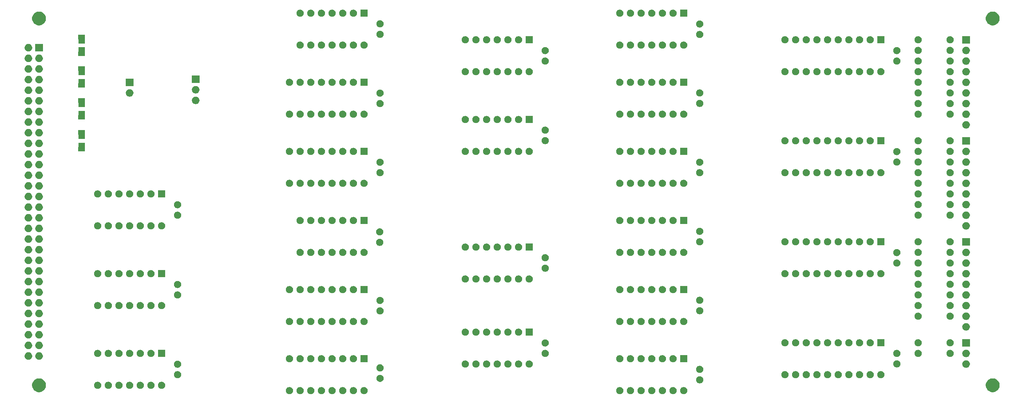
<source format=gbr>
G04 #@! TF.GenerationSoftware,KiCad,Pcbnew,5.1.5+dfsg1-2build2*
G04 #@! TF.CreationDate,2021-02-11T10:51:17+00:00*
G04 #@! TF.ProjectId,alu,616c752e-6b69-4636-9164-5f7063625858,rev?*
G04 #@! TF.SameCoordinates,Original*
G04 #@! TF.FileFunction,Soldermask,Top*
G04 #@! TF.FilePolarity,Negative*
%FSLAX46Y46*%
G04 Gerber Fmt 4.6, Leading zero omitted, Abs format (unit mm)*
G04 Created by KiCad (PCBNEW 5.1.5+dfsg1-2build2) date 2021-02-11 10:51:17*
%MOMM*%
%LPD*%
G04 APERTURE LIST*
%ADD10C,0.100000*%
G04 APERTURE END LIST*
D10*
G36*
X188208228Y-137611703D02*
G01*
X188363100Y-137675853D01*
X188502481Y-137768985D01*
X188621015Y-137887519D01*
X188714147Y-138026900D01*
X188778297Y-138181772D01*
X188811000Y-138346184D01*
X188811000Y-138513816D01*
X188778297Y-138678228D01*
X188714147Y-138833100D01*
X188621015Y-138972481D01*
X188502481Y-139091015D01*
X188363100Y-139184147D01*
X188208228Y-139248297D01*
X188043816Y-139281000D01*
X187876184Y-139281000D01*
X187711772Y-139248297D01*
X187556900Y-139184147D01*
X187417519Y-139091015D01*
X187298985Y-138972481D01*
X187205853Y-138833100D01*
X187141703Y-138678228D01*
X187109000Y-138513816D01*
X187109000Y-138346184D01*
X187141703Y-138181772D01*
X187205853Y-138026900D01*
X187298985Y-137887519D01*
X187417519Y-137768985D01*
X187556900Y-137675853D01*
X187711772Y-137611703D01*
X187876184Y-137579000D01*
X188043816Y-137579000D01*
X188208228Y-137611703D01*
G37*
G36*
X96768228Y-137611703D02*
G01*
X96923100Y-137675853D01*
X97062481Y-137768985D01*
X97181015Y-137887519D01*
X97274147Y-138026900D01*
X97338297Y-138181772D01*
X97371000Y-138346184D01*
X97371000Y-138513816D01*
X97338297Y-138678228D01*
X97274147Y-138833100D01*
X97181015Y-138972481D01*
X97062481Y-139091015D01*
X96923100Y-139184147D01*
X96768228Y-139248297D01*
X96603816Y-139281000D01*
X96436184Y-139281000D01*
X96271772Y-139248297D01*
X96116900Y-139184147D01*
X95977519Y-139091015D01*
X95858985Y-138972481D01*
X95765853Y-138833100D01*
X95701703Y-138678228D01*
X95669000Y-138513816D01*
X95669000Y-138346184D01*
X95701703Y-138181772D01*
X95765853Y-138026900D01*
X95858985Y-137887519D01*
X95977519Y-137768985D01*
X96116900Y-137675853D01*
X96271772Y-137611703D01*
X96436184Y-137579000D01*
X96603816Y-137579000D01*
X96768228Y-137611703D01*
G37*
G36*
X94228228Y-137611703D02*
G01*
X94383100Y-137675853D01*
X94522481Y-137768985D01*
X94641015Y-137887519D01*
X94734147Y-138026900D01*
X94798297Y-138181772D01*
X94831000Y-138346184D01*
X94831000Y-138513816D01*
X94798297Y-138678228D01*
X94734147Y-138833100D01*
X94641015Y-138972481D01*
X94522481Y-139091015D01*
X94383100Y-139184147D01*
X94228228Y-139248297D01*
X94063816Y-139281000D01*
X93896184Y-139281000D01*
X93731772Y-139248297D01*
X93576900Y-139184147D01*
X93437519Y-139091015D01*
X93318985Y-138972481D01*
X93225853Y-138833100D01*
X93161703Y-138678228D01*
X93129000Y-138513816D01*
X93129000Y-138346184D01*
X93161703Y-138181772D01*
X93225853Y-138026900D01*
X93318985Y-137887519D01*
X93437519Y-137768985D01*
X93576900Y-137675853D01*
X93731772Y-137611703D01*
X93896184Y-137579000D01*
X94063816Y-137579000D01*
X94228228Y-137611703D01*
G37*
G36*
X99308228Y-137611703D02*
G01*
X99463100Y-137675853D01*
X99602481Y-137768985D01*
X99721015Y-137887519D01*
X99814147Y-138026900D01*
X99878297Y-138181772D01*
X99911000Y-138346184D01*
X99911000Y-138513816D01*
X99878297Y-138678228D01*
X99814147Y-138833100D01*
X99721015Y-138972481D01*
X99602481Y-139091015D01*
X99463100Y-139184147D01*
X99308228Y-139248297D01*
X99143816Y-139281000D01*
X98976184Y-139281000D01*
X98811772Y-139248297D01*
X98656900Y-139184147D01*
X98517519Y-139091015D01*
X98398985Y-138972481D01*
X98305853Y-138833100D01*
X98241703Y-138678228D01*
X98209000Y-138513816D01*
X98209000Y-138346184D01*
X98241703Y-138181772D01*
X98305853Y-138026900D01*
X98398985Y-137887519D01*
X98517519Y-137768985D01*
X98656900Y-137675853D01*
X98811772Y-137611703D01*
X98976184Y-137579000D01*
X99143816Y-137579000D01*
X99308228Y-137611703D01*
G37*
G36*
X101848228Y-137611703D02*
G01*
X102003100Y-137675853D01*
X102142481Y-137768985D01*
X102261015Y-137887519D01*
X102354147Y-138026900D01*
X102418297Y-138181772D01*
X102451000Y-138346184D01*
X102451000Y-138513816D01*
X102418297Y-138678228D01*
X102354147Y-138833100D01*
X102261015Y-138972481D01*
X102142481Y-139091015D01*
X102003100Y-139184147D01*
X101848228Y-139248297D01*
X101683816Y-139281000D01*
X101516184Y-139281000D01*
X101351772Y-139248297D01*
X101196900Y-139184147D01*
X101057519Y-139091015D01*
X100938985Y-138972481D01*
X100845853Y-138833100D01*
X100781703Y-138678228D01*
X100749000Y-138513816D01*
X100749000Y-138346184D01*
X100781703Y-138181772D01*
X100845853Y-138026900D01*
X100938985Y-137887519D01*
X101057519Y-137768985D01*
X101196900Y-137675853D01*
X101351772Y-137611703D01*
X101516184Y-137579000D01*
X101683816Y-137579000D01*
X101848228Y-137611703D01*
G37*
G36*
X104388228Y-137611703D02*
G01*
X104543100Y-137675853D01*
X104682481Y-137768985D01*
X104801015Y-137887519D01*
X104894147Y-138026900D01*
X104958297Y-138181772D01*
X104991000Y-138346184D01*
X104991000Y-138513816D01*
X104958297Y-138678228D01*
X104894147Y-138833100D01*
X104801015Y-138972481D01*
X104682481Y-139091015D01*
X104543100Y-139184147D01*
X104388228Y-139248297D01*
X104223816Y-139281000D01*
X104056184Y-139281000D01*
X103891772Y-139248297D01*
X103736900Y-139184147D01*
X103597519Y-139091015D01*
X103478985Y-138972481D01*
X103385853Y-138833100D01*
X103321703Y-138678228D01*
X103289000Y-138513816D01*
X103289000Y-138346184D01*
X103321703Y-138181772D01*
X103385853Y-138026900D01*
X103478985Y-137887519D01*
X103597519Y-137768985D01*
X103736900Y-137675853D01*
X103891772Y-137611703D01*
X104056184Y-137579000D01*
X104223816Y-137579000D01*
X104388228Y-137611703D01*
G37*
G36*
X106928228Y-137611703D02*
G01*
X107083100Y-137675853D01*
X107222481Y-137768985D01*
X107341015Y-137887519D01*
X107434147Y-138026900D01*
X107498297Y-138181772D01*
X107531000Y-138346184D01*
X107531000Y-138513816D01*
X107498297Y-138678228D01*
X107434147Y-138833100D01*
X107341015Y-138972481D01*
X107222481Y-139091015D01*
X107083100Y-139184147D01*
X106928228Y-139248297D01*
X106763816Y-139281000D01*
X106596184Y-139281000D01*
X106431772Y-139248297D01*
X106276900Y-139184147D01*
X106137519Y-139091015D01*
X106018985Y-138972481D01*
X105925853Y-138833100D01*
X105861703Y-138678228D01*
X105829000Y-138513816D01*
X105829000Y-138346184D01*
X105861703Y-138181772D01*
X105925853Y-138026900D01*
X106018985Y-137887519D01*
X106137519Y-137768985D01*
X106276900Y-137675853D01*
X106431772Y-137611703D01*
X106596184Y-137579000D01*
X106763816Y-137579000D01*
X106928228Y-137611703D01*
G37*
G36*
X109468228Y-137611703D02*
G01*
X109623100Y-137675853D01*
X109762481Y-137768985D01*
X109881015Y-137887519D01*
X109974147Y-138026900D01*
X110038297Y-138181772D01*
X110071000Y-138346184D01*
X110071000Y-138513816D01*
X110038297Y-138678228D01*
X109974147Y-138833100D01*
X109881015Y-138972481D01*
X109762481Y-139091015D01*
X109623100Y-139184147D01*
X109468228Y-139248297D01*
X109303816Y-139281000D01*
X109136184Y-139281000D01*
X108971772Y-139248297D01*
X108816900Y-139184147D01*
X108677519Y-139091015D01*
X108558985Y-138972481D01*
X108465853Y-138833100D01*
X108401703Y-138678228D01*
X108369000Y-138513816D01*
X108369000Y-138346184D01*
X108401703Y-138181772D01*
X108465853Y-138026900D01*
X108558985Y-137887519D01*
X108677519Y-137768985D01*
X108816900Y-137675853D01*
X108971772Y-137611703D01*
X109136184Y-137579000D01*
X109303816Y-137579000D01*
X109468228Y-137611703D01*
G37*
G36*
X172968228Y-137611703D02*
G01*
X173123100Y-137675853D01*
X173262481Y-137768985D01*
X173381015Y-137887519D01*
X173474147Y-138026900D01*
X173538297Y-138181772D01*
X173571000Y-138346184D01*
X173571000Y-138513816D01*
X173538297Y-138678228D01*
X173474147Y-138833100D01*
X173381015Y-138972481D01*
X173262481Y-139091015D01*
X173123100Y-139184147D01*
X172968228Y-139248297D01*
X172803816Y-139281000D01*
X172636184Y-139281000D01*
X172471772Y-139248297D01*
X172316900Y-139184147D01*
X172177519Y-139091015D01*
X172058985Y-138972481D01*
X171965853Y-138833100D01*
X171901703Y-138678228D01*
X171869000Y-138513816D01*
X171869000Y-138346184D01*
X171901703Y-138181772D01*
X171965853Y-138026900D01*
X172058985Y-137887519D01*
X172177519Y-137768985D01*
X172316900Y-137675853D01*
X172471772Y-137611703D01*
X172636184Y-137579000D01*
X172803816Y-137579000D01*
X172968228Y-137611703D01*
G37*
G36*
X112008228Y-137611703D02*
G01*
X112163100Y-137675853D01*
X112302481Y-137768985D01*
X112421015Y-137887519D01*
X112514147Y-138026900D01*
X112578297Y-138181772D01*
X112611000Y-138346184D01*
X112611000Y-138513816D01*
X112578297Y-138678228D01*
X112514147Y-138833100D01*
X112421015Y-138972481D01*
X112302481Y-139091015D01*
X112163100Y-139184147D01*
X112008228Y-139248297D01*
X111843816Y-139281000D01*
X111676184Y-139281000D01*
X111511772Y-139248297D01*
X111356900Y-139184147D01*
X111217519Y-139091015D01*
X111098985Y-138972481D01*
X111005853Y-138833100D01*
X110941703Y-138678228D01*
X110909000Y-138513816D01*
X110909000Y-138346184D01*
X110941703Y-138181772D01*
X111005853Y-138026900D01*
X111098985Y-137887519D01*
X111217519Y-137768985D01*
X111356900Y-137675853D01*
X111511772Y-137611703D01*
X111676184Y-137579000D01*
X111843816Y-137579000D01*
X112008228Y-137611703D01*
G37*
G36*
X185668228Y-137611703D02*
G01*
X185823100Y-137675853D01*
X185962481Y-137768985D01*
X186081015Y-137887519D01*
X186174147Y-138026900D01*
X186238297Y-138181772D01*
X186271000Y-138346184D01*
X186271000Y-138513816D01*
X186238297Y-138678228D01*
X186174147Y-138833100D01*
X186081015Y-138972481D01*
X185962481Y-139091015D01*
X185823100Y-139184147D01*
X185668228Y-139248297D01*
X185503816Y-139281000D01*
X185336184Y-139281000D01*
X185171772Y-139248297D01*
X185016900Y-139184147D01*
X184877519Y-139091015D01*
X184758985Y-138972481D01*
X184665853Y-138833100D01*
X184601703Y-138678228D01*
X184569000Y-138513816D01*
X184569000Y-138346184D01*
X184601703Y-138181772D01*
X184665853Y-138026900D01*
X184758985Y-137887519D01*
X184877519Y-137768985D01*
X185016900Y-137675853D01*
X185171772Y-137611703D01*
X185336184Y-137579000D01*
X185503816Y-137579000D01*
X185668228Y-137611703D01*
G37*
G36*
X183128228Y-137611703D02*
G01*
X183283100Y-137675853D01*
X183422481Y-137768985D01*
X183541015Y-137887519D01*
X183634147Y-138026900D01*
X183698297Y-138181772D01*
X183731000Y-138346184D01*
X183731000Y-138513816D01*
X183698297Y-138678228D01*
X183634147Y-138833100D01*
X183541015Y-138972481D01*
X183422481Y-139091015D01*
X183283100Y-139184147D01*
X183128228Y-139248297D01*
X182963816Y-139281000D01*
X182796184Y-139281000D01*
X182631772Y-139248297D01*
X182476900Y-139184147D01*
X182337519Y-139091015D01*
X182218985Y-138972481D01*
X182125853Y-138833100D01*
X182061703Y-138678228D01*
X182029000Y-138513816D01*
X182029000Y-138346184D01*
X182061703Y-138181772D01*
X182125853Y-138026900D01*
X182218985Y-137887519D01*
X182337519Y-137768985D01*
X182476900Y-137675853D01*
X182631772Y-137611703D01*
X182796184Y-137579000D01*
X182963816Y-137579000D01*
X183128228Y-137611703D01*
G37*
G36*
X178048228Y-137611703D02*
G01*
X178203100Y-137675853D01*
X178342481Y-137768985D01*
X178461015Y-137887519D01*
X178554147Y-138026900D01*
X178618297Y-138181772D01*
X178651000Y-138346184D01*
X178651000Y-138513816D01*
X178618297Y-138678228D01*
X178554147Y-138833100D01*
X178461015Y-138972481D01*
X178342481Y-139091015D01*
X178203100Y-139184147D01*
X178048228Y-139248297D01*
X177883816Y-139281000D01*
X177716184Y-139281000D01*
X177551772Y-139248297D01*
X177396900Y-139184147D01*
X177257519Y-139091015D01*
X177138985Y-138972481D01*
X177045853Y-138833100D01*
X176981703Y-138678228D01*
X176949000Y-138513816D01*
X176949000Y-138346184D01*
X176981703Y-138181772D01*
X177045853Y-138026900D01*
X177138985Y-137887519D01*
X177257519Y-137768985D01*
X177396900Y-137675853D01*
X177551772Y-137611703D01*
X177716184Y-137579000D01*
X177883816Y-137579000D01*
X178048228Y-137611703D01*
G37*
G36*
X175508228Y-137611703D02*
G01*
X175663100Y-137675853D01*
X175802481Y-137768985D01*
X175921015Y-137887519D01*
X176014147Y-138026900D01*
X176078297Y-138181772D01*
X176111000Y-138346184D01*
X176111000Y-138513816D01*
X176078297Y-138678228D01*
X176014147Y-138833100D01*
X175921015Y-138972481D01*
X175802481Y-139091015D01*
X175663100Y-139184147D01*
X175508228Y-139248297D01*
X175343816Y-139281000D01*
X175176184Y-139281000D01*
X175011772Y-139248297D01*
X174856900Y-139184147D01*
X174717519Y-139091015D01*
X174598985Y-138972481D01*
X174505853Y-138833100D01*
X174441703Y-138678228D01*
X174409000Y-138513816D01*
X174409000Y-138346184D01*
X174441703Y-138181772D01*
X174505853Y-138026900D01*
X174598985Y-137887519D01*
X174717519Y-137768985D01*
X174856900Y-137675853D01*
X175011772Y-137611703D01*
X175176184Y-137579000D01*
X175343816Y-137579000D01*
X175508228Y-137611703D01*
G37*
G36*
X180588228Y-137611703D02*
G01*
X180743100Y-137675853D01*
X180882481Y-137768985D01*
X181001015Y-137887519D01*
X181094147Y-138026900D01*
X181158297Y-138181772D01*
X181191000Y-138346184D01*
X181191000Y-138513816D01*
X181158297Y-138678228D01*
X181094147Y-138833100D01*
X181001015Y-138972481D01*
X180882481Y-139091015D01*
X180743100Y-139184147D01*
X180588228Y-139248297D01*
X180423816Y-139281000D01*
X180256184Y-139281000D01*
X180091772Y-139248297D01*
X179936900Y-139184147D01*
X179797519Y-139091015D01*
X179678985Y-138972481D01*
X179585853Y-138833100D01*
X179521703Y-138678228D01*
X179489000Y-138513816D01*
X179489000Y-138346184D01*
X179521703Y-138181772D01*
X179585853Y-138026900D01*
X179678985Y-137887519D01*
X179797519Y-137768985D01*
X179936900Y-137675853D01*
X180091772Y-137611703D01*
X180256184Y-137579000D01*
X180423816Y-137579000D01*
X180588228Y-137611703D01*
G37*
G36*
X34665256Y-135551298D02*
G01*
X34771579Y-135572447D01*
X35072042Y-135696903D01*
X35342451Y-135877585D01*
X35572415Y-136107549D01*
X35753097Y-136377958D01*
X35873359Y-136668295D01*
X35877553Y-136678422D01*
X35941000Y-136997389D01*
X35941000Y-137322611D01*
X35923969Y-137408229D01*
X35877553Y-137641579D01*
X35753097Y-137942042D01*
X35572415Y-138212451D01*
X35342451Y-138442415D01*
X35072042Y-138623097D01*
X34771579Y-138747553D01*
X34665256Y-138768702D01*
X34452611Y-138811000D01*
X34127389Y-138811000D01*
X33914744Y-138768702D01*
X33808421Y-138747553D01*
X33507958Y-138623097D01*
X33237549Y-138442415D01*
X33007585Y-138212451D01*
X32826903Y-137942042D01*
X32702447Y-137641579D01*
X32656031Y-137408229D01*
X32639000Y-137322611D01*
X32639000Y-136997389D01*
X32702447Y-136678422D01*
X32706642Y-136668295D01*
X32826903Y-136377958D01*
X33007585Y-136107549D01*
X33237549Y-135877585D01*
X33507958Y-135696903D01*
X33808421Y-135572447D01*
X33914744Y-135551298D01*
X34127389Y-135509000D01*
X34452611Y-135509000D01*
X34665256Y-135551298D01*
G37*
G36*
X261995256Y-135551298D02*
G01*
X262101579Y-135572447D01*
X262402042Y-135696903D01*
X262672451Y-135877585D01*
X262902415Y-136107549D01*
X263083097Y-136377958D01*
X263203359Y-136668295D01*
X263207553Y-136678422D01*
X263271000Y-136997389D01*
X263271000Y-137322611D01*
X263253969Y-137408229D01*
X263207553Y-137641579D01*
X263083097Y-137942042D01*
X262902415Y-138212451D01*
X262672451Y-138442415D01*
X262402042Y-138623097D01*
X262101579Y-138747553D01*
X261995256Y-138768702D01*
X261782611Y-138811000D01*
X261457389Y-138811000D01*
X261244744Y-138768702D01*
X261138421Y-138747553D01*
X260837958Y-138623097D01*
X260567549Y-138442415D01*
X260337585Y-138212451D01*
X260156903Y-137942042D01*
X260032447Y-137641579D01*
X259986031Y-137408229D01*
X259969000Y-137322611D01*
X259969000Y-136997389D01*
X260032447Y-136678422D01*
X260036642Y-136668295D01*
X260156903Y-136377958D01*
X260337585Y-136107549D01*
X260567549Y-135877585D01*
X260837958Y-135696903D01*
X261138421Y-135572447D01*
X261244744Y-135551298D01*
X261457389Y-135509000D01*
X261782611Y-135509000D01*
X261995256Y-135551298D01*
G37*
G36*
X61208228Y-136341703D02*
G01*
X61363100Y-136405853D01*
X61502481Y-136498985D01*
X61621015Y-136617519D01*
X61714147Y-136756900D01*
X61778297Y-136911772D01*
X61811000Y-137076184D01*
X61811000Y-137243816D01*
X61778297Y-137408228D01*
X61714147Y-137563100D01*
X61621015Y-137702481D01*
X61502481Y-137821015D01*
X61363100Y-137914147D01*
X61208228Y-137978297D01*
X61043816Y-138011000D01*
X60876184Y-138011000D01*
X60711772Y-137978297D01*
X60556900Y-137914147D01*
X60417519Y-137821015D01*
X60298985Y-137702481D01*
X60205853Y-137563100D01*
X60141703Y-137408228D01*
X60109000Y-137243816D01*
X60109000Y-137076184D01*
X60141703Y-136911772D01*
X60205853Y-136756900D01*
X60298985Y-136617519D01*
X60417519Y-136498985D01*
X60556900Y-136405853D01*
X60711772Y-136341703D01*
X60876184Y-136309000D01*
X61043816Y-136309000D01*
X61208228Y-136341703D01*
G37*
G36*
X63748228Y-136341703D02*
G01*
X63903100Y-136405853D01*
X64042481Y-136498985D01*
X64161015Y-136617519D01*
X64254147Y-136756900D01*
X64318297Y-136911772D01*
X64351000Y-137076184D01*
X64351000Y-137243816D01*
X64318297Y-137408228D01*
X64254147Y-137563100D01*
X64161015Y-137702481D01*
X64042481Y-137821015D01*
X63903100Y-137914147D01*
X63748228Y-137978297D01*
X63583816Y-138011000D01*
X63416184Y-138011000D01*
X63251772Y-137978297D01*
X63096900Y-137914147D01*
X62957519Y-137821015D01*
X62838985Y-137702481D01*
X62745853Y-137563100D01*
X62681703Y-137408228D01*
X62649000Y-137243816D01*
X62649000Y-137076184D01*
X62681703Y-136911772D01*
X62745853Y-136756900D01*
X62838985Y-136617519D01*
X62957519Y-136498985D01*
X63096900Y-136405853D01*
X63251772Y-136341703D01*
X63416184Y-136309000D01*
X63583816Y-136309000D01*
X63748228Y-136341703D01*
G37*
G36*
X58668228Y-136341703D02*
G01*
X58823100Y-136405853D01*
X58962481Y-136498985D01*
X59081015Y-136617519D01*
X59174147Y-136756900D01*
X59238297Y-136911772D01*
X59271000Y-137076184D01*
X59271000Y-137243816D01*
X59238297Y-137408228D01*
X59174147Y-137563100D01*
X59081015Y-137702481D01*
X58962481Y-137821015D01*
X58823100Y-137914147D01*
X58668228Y-137978297D01*
X58503816Y-138011000D01*
X58336184Y-138011000D01*
X58171772Y-137978297D01*
X58016900Y-137914147D01*
X57877519Y-137821015D01*
X57758985Y-137702481D01*
X57665853Y-137563100D01*
X57601703Y-137408228D01*
X57569000Y-137243816D01*
X57569000Y-137076184D01*
X57601703Y-136911772D01*
X57665853Y-136756900D01*
X57758985Y-136617519D01*
X57877519Y-136498985D01*
X58016900Y-136405853D01*
X58171772Y-136341703D01*
X58336184Y-136309000D01*
X58503816Y-136309000D01*
X58668228Y-136341703D01*
G37*
G36*
X53588228Y-136341703D02*
G01*
X53743100Y-136405853D01*
X53882481Y-136498985D01*
X54001015Y-136617519D01*
X54094147Y-136756900D01*
X54158297Y-136911772D01*
X54191000Y-137076184D01*
X54191000Y-137243816D01*
X54158297Y-137408228D01*
X54094147Y-137563100D01*
X54001015Y-137702481D01*
X53882481Y-137821015D01*
X53743100Y-137914147D01*
X53588228Y-137978297D01*
X53423816Y-138011000D01*
X53256184Y-138011000D01*
X53091772Y-137978297D01*
X52936900Y-137914147D01*
X52797519Y-137821015D01*
X52678985Y-137702481D01*
X52585853Y-137563100D01*
X52521703Y-137408228D01*
X52489000Y-137243816D01*
X52489000Y-137076184D01*
X52521703Y-136911772D01*
X52585853Y-136756900D01*
X52678985Y-136617519D01*
X52797519Y-136498985D01*
X52936900Y-136405853D01*
X53091772Y-136341703D01*
X53256184Y-136309000D01*
X53423816Y-136309000D01*
X53588228Y-136341703D01*
G37*
G36*
X51048228Y-136341703D02*
G01*
X51203100Y-136405853D01*
X51342481Y-136498985D01*
X51461015Y-136617519D01*
X51554147Y-136756900D01*
X51618297Y-136911772D01*
X51651000Y-137076184D01*
X51651000Y-137243816D01*
X51618297Y-137408228D01*
X51554147Y-137563100D01*
X51461015Y-137702481D01*
X51342481Y-137821015D01*
X51203100Y-137914147D01*
X51048228Y-137978297D01*
X50883816Y-138011000D01*
X50716184Y-138011000D01*
X50551772Y-137978297D01*
X50396900Y-137914147D01*
X50257519Y-137821015D01*
X50138985Y-137702481D01*
X50045853Y-137563100D01*
X49981703Y-137408228D01*
X49949000Y-137243816D01*
X49949000Y-137076184D01*
X49981703Y-136911772D01*
X50045853Y-136756900D01*
X50138985Y-136617519D01*
X50257519Y-136498985D01*
X50396900Y-136405853D01*
X50551772Y-136341703D01*
X50716184Y-136309000D01*
X50883816Y-136309000D01*
X51048228Y-136341703D01*
G37*
G36*
X48508228Y-136341703D02*
G01*
X48663100Y-136405853D01*
X48802481Y-136498985D01*
X48921015Y-136617519D01*
X49014147Y-136756900D01*
X49078297Y-136911772D01*
X49111000Y-137076184D01*
X49111000Y-137243816D01*
X49078297Y-137408228D01*
X49014147Y-137563100D01*
X48921015Y-137702481D01*
X48802481Y-137821015D01*
X48663100Y-137914147D01*
X48508228Y-137978297D01*
X48343816Y-138011000D01*
X48176184Y-138011000D01*
X48011772Y-137978297D01*
X47856900Y-137914147D01*
X47717519Y-137821015D01*
X47598985Y-137702481D01*
X47505853Y-137563100D01*
X47441703Y-137408228D01*
X47409000Y-137243816D01*
X47409000Y-137076184D01*
X47441703Y-136911772D01*
X47505853Y-136756900D01*
X47598985Y-136617519D01*
X47717519Y-136498985D01*
X47856900Y-136405853D01*
X48011772Y-136341703D01*
X48176184Y-136309000D01*
X48343816Y-136309000D01*
X48508228Y-136341703D01*
G37*
G36*
X56128228Y-136341703D02*
G01*
X56283100Y-136405853D01*
X56422481Y-136498985D01*
X56541015Y-136617519D01*
X56634147Y-136756900D01*
X56698297Y-136911772D01*
X56731000Y-137076184D01*
X56731000Y-137243816D01*
X56698297Y-137408228D01*
X56634147Y-137563100D01*
X56541015Y-137702481D01*
X56422481Y-137821015D01*
X56283100Y-137914147D01*
X56128228Y-137978297D01*
X55963816Y-138011000D01*
X55796184Y-138011000D01*
X55631772Y-137978297D01*
X55476900Y-137914147D01*
X55337519Y-137821015D01*
X55218985Y-137702481D01*
X55125853Y-137563100D01*
X55061703Y-137408228D01*
X55029000Y-137243816D01*
X55029000Y-137076184D01*
X55061703Y-136911772D01*
X55125853Y-136756900D01*
X55218985Y-136617519D01*
X55337519Y-136498985D01*
X55476900Y-136405853D01*
X55631772Y-136341703D01*
X55796184Y-136309000D01*
X55963816Y-136309000D01*
X56128228Y-136341703D01*
G37*
G36*
X192018228Y-135031703D02*
G01*
X192173100Y-135095853D01*
X192312481Y-135188985D01*
X192431015Y-135307519D01*
X192524147Y-135446900D01*
X192588297Y-135601772D01*
X192621000Y-135766184D01*
X192621000Y-135933816D01*
X192588297Y-136098228D01*
X192524147Y-136253100D01*
X192431015Y-136392481D01*
X192312481Y-136511015D01*
X192173100Y-136604147D01*
X192018228Y-136668297D01*
X191853816Y-136701000D01*
X191686184Y-136701000D01*
X191521772Y-136668297D01*
X191366900Y-136604147D01*
X191227519Y-136511015D01*
X191108985Y-136392481D01*
X191015853Y-136253100D01*
X190951703Y-136098228D01*
X190919000Y-135933816D01*
X190919000Y-135766184D01*
X190951703Y-135601772D01*
X191015853Y-135446900D01*
X191108985Y-135307519D01*
X191227519Y-135188985D01*
X191366900Y-135095853D01*
X191521772Y-135031703D01*
X191686184Y-134999000D01*
X191853816Y-134999000D01*
X192018228Y-135031703D01*
G37*
G36*
X115818228Y-134681703D02*
G01*
X115973100Y-134745853D01*
X116112481Y-134838985D01*
X116231015Y-134957519D01*
X116324147Y-135096900D01*
X116388297Y-135251772D01*
X116421000Y-135416184D01*
X116421000Y-135583816D01*
X116388297Y-135748228D01*
X116324147Y-135903100D01*
X116231015Y-136042481D01*
X116112481Y-136161015D01*
X115973100Y-136254147D01*
X115818228Y-136318297D01*
X115653816Y-136351000D01*
X115486184Y-136351000D01*
X115321772Y-136318297D01*
X115166900Y-136254147D01*
X115027519Y-136161015D01*
X114908985Y-136042481D01*
X114815853Y-135903100D01*
X114751703Y-135748228D01*
X114719000Y-135583816D01*
X114719000Y-135416184D01*
X114751703Y-135251772D01*
X114815853Y-135096900D01*
X114908985Y-134957519D01*
X115027519Y-134838985D01*
X115166900Y-134745853D01*
X115321772Y-134681703D01*
X115486184Y-134649000D01*
X115653816Y-134649000D01*
X115818228Y-134681703D01*
G37*
G36*
X67558228Y-133801703D02*
G01*
X67713100Y-133865853D01*
X67852481Y-133958985D01*
X67971015Y-134077519D01*
X68064147Y-134216900D01*
X68128297Y-134371772D01*
X68161000Y-134536184D01*
X68161000Y-134703816D01*
X68128297Y-134868228D01*
X68064147Y-135023100D01*
X67971015Y-135162481D01*
X67852481Y-135281015D01*
X67713100Y-135374147D01*
X67558228Y-135438297D01*
X67393816Y-135471000D01*
X67226184Y-135471000D01*
X67061772Y-135438297D01*
X66906900Y-135374147D01*
X66767519Y-135281015D01*
X66648985Y-135162481D01*
X66555853Y-135023100D01*
X66491703Y-134868228D01*
X66459000Y-134703816D01*
X66459000Y-134536184D01*
X66491703Y-134371772D01*
X66555853Y-134216900D01*
X66648985Y-134077519D01*
X66767519Y-133958985D01*
X66906900Y-133865853D01*
X67061772Y-133801703D01*
X67226184Y-133769000D01*
X67393816Y-133769000D01*
X67558228Y-133801703D01*
G37*
G36*
X212338228Y-133801703D02*
G01*
X212493100Y-133865853D01*
X212632481Y-133958985D01*
X212751015Y-134077519D01*
X212844147Y-134216900D01*
X212908297Y-134371772D01*
X212941000Y-134536184D01*
X212941000Y-134703816D01*
X212908297Y-134868228D01*
X212844147Y-135023100D01*
X212751015Y-135162481D01*
X212632481Y-135281015D01*
X212493100Y-135374147D01*
X212338228Y-135438297D01*
X212173816Y-135471000D01*
X212006184Y-135471000D01*
X211841772Y-135438297D01*
X211686900Y-135374147D01*
X211547519Y-135281015D01*
X211428985Y-135162481D01*
X211335853Y-135023100D01*
X211271703Y-134868228D01*
X211239000Y-134703816D01*
X211239000Y-134536184D01*
X211271703Y-134371772D01*
X211335853Y-134216900D01*
X211428985Y-134077519D01*
X211547519Y-133958985D01*
X211686900Y-133865853D01*
X211841772Y-133801703D01*
X212006184Y-133769000D01*
X212173816Y-133769000D01*
X212338228Y-133801703D01*
G37*
G36*
X214878228Y-133801703D02*
G01*
X215033100Y-133865853D01*
X215172481Y-133958985D01*
X215291015Y-134077519D01*
X215384147Y-134216900D01*
X215448297Y-134371772D01*
X215481000Y-134536184D01*
X215481000Y-134703816D01*
X215448297Y-134868228D01*
X215384147Y-135023100D01*
X215291015Y-135162481D01*
X215172481Y-135281015D01*
X215033100Y-135374147D01*
X214878228Y-135438297D01*
X214713816Y-135471000D01*
X214546184Y-135471000D01*
X214381772Y-135438297D01*
X214226900Y-135374147D01*
X214087519Y-135281015D01*
X213968985Y-135162481D01*
X213875853Y-135023100D01*
X213811703Y-134868228D01*
X213779000Y-134703816D01*
X213779000Y-134536184D01*
X213811703Y-134371772D01*
X213875853Y-134216900D01*
X213968985Y-134077519D01*
X214087519Y-133958985D01*
X214226900Y-133865853D01*
X214381772Y-133801703D01*
X214546184Y-133769000D01*
X214713816Y-133769000D01*
X214878228Y-133801703D01*
G37*
G36*
X217418228Y-133801703D02*
G01*
X217573100Y-133865853D01*
X217712481Y-133958985D01*
X217831015Y-134077519D01*
X217924147Y-134216900D01*
X217988297Y-134371772D01*
X218021000Y-134536184D01*
X218021000Y-134703816D01*
X217988297Y-134868228D01*
X217924147Y-135023100D01*
X217831015Y-135162481D01*
X217712481Y-135281015D01*
X217573100Y-135374147D01*
X217418228Y-135438297D01*
X217253816Y-135471000D01*
X217086184Y-135471000D01*
X216921772Y-135438297D01*
X216766900Y-135374147D01*
X216627519Y-135281015D01*
X216508985Y-135162481D01*
X216415853Y-135023100D01*
X216351703Y-134868228D01*
X216319000Y-134703816D01*
X216319000Y-134536184D01*
X216351703Y-134371772D01*
X216415853Y-134216900D01*
X216508985Y-134077519D01*
X216627519Y-133958985D01*
X216766900Y-133865853D01*
X216921772Y-133801703D01*
X217086184Y-133769000D01*
X217253816Y-133769000D01*
X217418228Y-133801703D01*
G37*
G36*
X227578228Y-133801703D02*
G01*
X227733100Y-133865853D01*
X227872481Y-133958985D01*
X227991015Y-134077519D01*
X228084147Y-134216900D01*
X228148297Y-134371772D01*
X228181000Y-134536184D01*
X228181000Y-134703816D01*
X228148297Y-134868228D01*
X228084147Y-135023100D01*
X227991015Y-135162481D01*
X227872481Y-135281015D01*
X227733100Y-135374147D01*
X227578228Y-135438297D01*
X227413816Y-135471000D01*
X227246184Y-135471000D01*
X227081772Y-135438297D01*
X226926900Y-135374147D01*
X226787519Y-135281015D01*
X226668985Y-135162481D01*
X226575853Y-135023100D01*
X226511703Y-134868228D01*
X226479000Y-134703816D01*
X226479000Y-134536184D01*
X226511703Y-134371772D01*
X226575853Y-134216900D01*
X226668985Y-134077519D01*
X226787519Y-133958985D01*
X226926900Y-133865853D01*
X227081772Y-133801703D01*
X227246184Y-133769000D01*
X227413816Y-133769000D01*
X227578228Y-133801703D01*
G37*
G36*
X230118228Y-133801703D02*
G01*
X230273100Y-133865853D01*
X230412481Y-133958985D01*
X230531015Y-134077519D01*
X230624147Y-134216900D01*
X230688297Y-134371772D01*
X230721000Y-134536184D01*
X230721000Y-134703816D01*
X230688297Y-134868228D01*
X230624147Y-135023100D01*
X230531015Y-135162481D01*
X230412481Y-135281015D01*
X230273100Y-135374147D01*
X230118228Y-135438297D01*
X229953816Y-135471000D01*
X229786184Y-135471000D01*
X229621772Y-135438297D01*
X229466900Y-135374147D01*
X229327519Y-135281015D01*
X229208985Y-135162481D01*
X229115853Y-135023100D01*
X229051703Y-134868228D01*
X229019000Y-134703816D01*
X229019000Y-134536184D01*
X229051703Y-134371772D01*
X229115853Y-134216900D01*
X229208985Y-134077519D01*
X229327519Y-133958985D01*
X229466900Y-133865853D01*
X229621772Y-133801703D01*
X229786184Y-133769000D01*
X229953816Y-133769000D01*
X230118228Y-133801703D01*
G37*
G36*
X232658228Y-133801703D02*
G01*
X232813100Y-133865853D01*
X232952481Y-133958985D01*
X233071015Y-134077519D01*
X233164147Y-134216900D01*
X233228297Y-134371772D01*
X233261000Y-134536184D01*
X233261000Y-134703816D01*
X233228297Y-134868228D01*
X233164147Y-135023100D01*
X233071015Y-135162481D01*
X232952481Y-135281015D01*
X232813100Y-135374147D01*
X232658228Y-135438297D01*
X232493816Y-135471000D01*
X232326184Y-135471000D01*
X232161772Y-135438297D01*
X232006900Y-135374147D01*
X231867519Y-135281015D01*
X231748985Y-135162481D01*
X231655853Y-135023100D01*
X231591703Y-134868228D01*
X231559000Y-134703816D01*
X231559000Y-134536184D01*
X231591703Y-134371772D01*
X231655853Y-134216900D01*
X231748985Y-134077519D01*
X231867519Y-133958985D01*
X232006900Y-133865853D01*
X232161772Y-133801703D01*
X232326184Y-133769000D01*
X232493816Y-133769000D01*
X232658228Y-133801703D01*
G37*
G36*
X235198228Y-133801703D02*
G01*
X235353100Y-133865853D01*
X235492481Y-133958985D01*
X235611015Y-134077519D01*
X235704147Y-134216900D01*
X235768297Y-134371772D01*
X235801000Y-134536184D01*
X235801000Y-134703816D01*
X235768297Y-134868228D01*
X235704147Y-135023100D01*
X235611015Y-135162481D01*
X235492481Y-135281015D01*
X235353100Y-135374147D01*
X235198228Y-135438297D01*
X235033816Y-135471000D01*
X234866184Y-135471000D01*
X234701772Y-135438297D01*
X234546900Y-135374147D01*
X234407519Y-135281015D01*
X234288985Y-135162481D01*
X234195853Y-135023100D01*
X234131703Y-134868228D01*
X234099000Y-134703816D01*
X234099000Y-134536184D01*
X234131703Y-134371772D01*
X234195853Y-134216900D01*
X234288985Y-134077519D01*
X234407519Y-133958985D01*
X234546900Y-133865853D01*
X234701772Y-133801703D01*
X234866184Y-133769000D01*
X235033816Y-133769000D01*
X235198228Y-133801703D01*
G37*
G36*
X222498228Y-133801703D02*
G01*
X222653100Y-133865853D01*
X222792481Y-133958985D01*
X222911015Y-134077519D01*
X223004147Y-134216900D01*
X223068297Y-134371772D01*
X223101000Y-134536184D01*
X223101000Y-134703816D01*
X223068297Y-134868228D01*
X223004147Y-135023100D01*
X222911015Y-135162481D01*
X222792481Y-135281015D01*
X222653100Y-135374147D01*
X222498228Y-135438297D01*
X222333816Y-135471000D01*
X222166184Y-135471000D01*
X222001772Y-135438297D01*
X221846900Y-135374147D01*
X221707519Y-135281015D01*
X221588985Y-135162481D01*
X221495853Y-135023100D01*
X221431703Y-134868228D01*
X221399000Y-134703816D01*
X221399000Y-134536184D01*
X221431703Y-134371772D01*
X221495853Y-134216900D01*
X221588985Y-134077519D01*
X221707519Y-133958985D01*
X221846900Y-133865853D01*
X222001772Y-133801703D01*
X222166184Y-133769000D01*
X222333816Y-133769000D01*
X222498228Y-133801703D01*
G37*
G36*
X219958228Y-133801703D02*
G01*
X220113100Y-133865853D01*
X220252481Y-133958985D01*
X220371015Y-134077519D01*
X220464147Y-134216900D01*
X220528297Y-134371772D01*
X220561000Y-134536184D01*
X220561000Y-134703816D01*
X220528297Y-134868228D01*
X220464147Y-135023100D01*
X220371015Y-135162481D01*
X220252481Y-135281015D01*
X220113100Y-135374147D01*
X219958228Y-135438297D01*
X219793816Y-135471000D01*
X219626184Y-135471000D01*
X219461772Y-135438297D01*
X219306900Y-135374147D01*
X219167519Y-135281015D01*
X219048985Y-135162481D01*
X218955853Y-135023100D01*
X218891703Y-134868228D01*
X218859000Y-134703816D01*
X218859000Y-134536184D01*
X218891703Y-134371772D01*
X218955853Y-134216900D01*
X219048985Y-134077519D01*
X219167519Y-133958985D01*
X219306900Y-133865853D01*
X219461772Y-133801703D01*
X219626184Y-133769000D01*
X219793816Y-133769000D01*
X219958228Y-133801703D01*
G37*
G36*
X225038228Y-133801703D02*
G01*
X225193100Y-133865853D01*
X225332481Y-133958985D01*
X225451015Y-134077519D01*
X225544147Y-134216900D01*
X225608297Y-134371772D01*
X225641000Y-134536184D01*
X225641000Y-134703816D01*
X225608297Y-134868228D01*
X225544147Y-135023100D01*
X225451015Y-135162481D01*
X225332481Y-135281015D01*
X225193100Y-135374147D01*
X225038228Y-135438297D01*
X224873816Y-135471000D01*
X224706184Y-135471000D01*
X224541772Y-135438297D01*
X224386900Y-135374147D01*
X224247519Y-135281015D01*
X224128985Y-135162481D01*
X224035853Y-135023100D01*
X223971703Y-134868228D01*
X223939000Y-134703816D01*
X223939000Y-134536184D01*
X223971703Y-134371772D01*
X224035853Y-134216900D01*
X224128985Y-134077519D01*
X224247519Y-133958985D01*
X224386900Y-133865853D01*
X224541772Y-133801703D01*
X224706184Y-133769000D01*
X224873816Y-133769000D01*
X225038228Y-133801703D01*
G37*
G36*
X192018228Y-132531703D02*
G01*
X192173100Y-132595853D01*
X192312481Y-132688985D01*
X192431015Y-132807519D01*
X192524147Y-132946900D01*
X192588297Y-133101772D01*
X192621000Y-133266184D01*
X192621000Y-133433816D01*
X192588297Y-133598228D01*
X192524147Y-133753100D01*
X192431015Y-133892481D01*
X192312481Y-134011015D01*
X192173100Y-134104147D01*
X192018228Y-134168297D01*
X191853816Y-134201000D01*
X191686184Y-134201000D01*
X191521772Y-134168297D01*
X191366900Y-134104147D01*
X191227519Y-134011015D01*
X191108985Y-133892481D01*
X191015853Y-133753100D01*
X190951703Y-133598228D01*
X190919000Y-133433816D01*
X190919000Y-133266184D01*
X190951703Y-133101772D01*
X191015853Y-132946900D01*
X191108985Y-132807519D01*
X191227519Y-132688985D01*
X191366900Y-132595853D01*
X191521772Y-132531703D01*
X191686184Y-132499000D01*
X191853816Y-132499000D01*
X192018228Y-132531703D01*
G37*
G36*
X115818228Y-132181703D02*
G01*
X115973100Y-132245853D01*
X116112481Y-132338985D01*
X116231015Y-132457519D01*
X116324147Y-132596900D01*
X116388297Y-132751772D01*
X116421000Y-132916184D01*
X116421000Y-133083816D01*
X116388297Y-133248228D01*
X116324147Y-133403100D01*
X116231015Y-133542481D01*
X116112481Y-133661015D01*
X115973100Y-133754147D01*
X115818228Y-133818297D01*
X115653816Y-133851000D01*
X115486184Y-133851000D01*
X115321772Y-133818297D01*
X115166900Y-133754147D01*
X115027519Y-133661015D01*
X114908985Y-133542481D01*
X114815853Y-133403100D01*
X114751703Y-133248228D01*
X114719000Y-133083816D01*
X114719000Y-132916184D01*
X114751703Y-132751772D01*
X114815853Y-132596900D01*
X114908985Y-132457519D01*
X115027519Y-132338985D01*
X115166900Y-132245853D01*
X115321772Y-132181703D01*
X115486184Y-132149000D01*
X115653816Y-132149000D01*
X115818228Y-132181703D01*
G37*
G36*
X255383512Y-131183927D02*
G01*
X255532812Y-131213624D01*
X255696784Y-131281544D01*
X255844354Y-131380147D01*
X255969853Y-131505646D01*
X256068456Y-131653216D01*
X256136376Y-131817188D01*
X256171000Y-131991259D01*
X256171000Y-132168741D01*
X256136376Y-132342812D01*
X256068456Y-132506784D01*
X255969853Y-132654354D01*
X255844354Y-132779853D01*
X255696784Y-132878456D01*
X255532812Y-132946376D01*
X255383512Y-132976073D01*
X255358742Y-132981000D01*
X255181258Y-132981000D01*
X255156488Y-132976073D01*
X255007188Y-132946376D01*
X254843216Y-132878456D01*
X254695646Y-132779853D01*
X254570147Y-132654354D01*
X254471544Y-132506784D01*
X254403624Y-132342812D01*
X254369000Y-132168741D01*
X254369000Y-131991259D01*
X254403624Y-131817188D01*
X254471544Y-131653216D01*
X254570147Y-131505646D01*
X254695646Y-131380147D01*
X254843216Y-131281544D01*
X255007188Y-131213624D01*
X255156488Y-131183927D01*
X255181258Y-131179000D01*
X255358742Y-131179000D01*
X255383512Y-131183927D01*
G37*
G36*
X67558228Y-131301703D02*
G01*
X67713100Y-131365853D01*
X67852481Y-131458985D01*
X67971015Y-131577519D01*
X68064147Y-131716900D01*
X68128297Y-131871772D01*
X68161000Y-132036184D01*
X68161000Y-132203816D01*
X68128297Y-132368228D01*
X68064147Y-132523100D01*
X67971015Y-132662481D01*
X67852481Y-132781015D01*
X67713100Y-132874147D01*
X67558228Y-132938297D01*
X67393816Y-132971000D01*
X67226184Y-132971000D01*
X67061772Y-132938297D01*
X66906900Y-132874147D01*
X66767519Y-132781015D01*
X66648985Y-132662481D01*
X66555853Y-132523100D01*
X66491703Y-132368228D01*
X66459000Y-132203816D01*
X66459000Y-132036184D01*
X66491703Y-131871772D01*
X66555853Y-131716900D01*
X66648985Y-131577519D01*
X66767519Y-131458985D01*
X66906900Y-131365853D01*
X67061772Y-131301703D01*
X67226184Y-131269000D01*
X67393816Y-131269000D01*
X67558228Y-131301703D01*
G37*
G36*
X138678228Y-131261703D02*
G01*
X138833100Y-131325853D01*
X138972481Y-131418985D01*
X139091015Y-131537519D01*
X139184147Y-131676900D01*
X139248297Y-131831772D01*
X139281000Y-131996184D01*
X139281000Y-132163816D01*
X139248297Y-132328228D01*
X139184147Y-132483100D01*
X139091015Y-132622481D01*
X138972481Y-132741015D01*
X138833100Y-132834147D01*
X138678228Y-132898297D01*
X138513816Y-132931000D01*
X138346184Y-132931000D01*
X138181772Y-132898297D01*
X138026900Y-132834147D01*
X137887519Y-132741015D01*
X137768985Y-132622481D01*
X137675853Y-132483100D01*
X137611703Y-132328228D01*
X137579000Y-132163816D01*
X137579000Y-131996184D01*
X137611703Y-131831772D01*
X137675853Y-131676900D01*
X137768985Y-131537519D01*
X137887519Y-131418985D01*
X138026900Y-131325853D01*
X138181772Y-131261703D01*
X138346184Y-131229000D01*
X138513816Y-131229000D01*
X138678228Y-131261703D01*
G37*
G36*
X146298228Y-131261703D02*
G01*
X146453100Y-131325853D01*
X146592481Y-131418985D01*
X146711015Y-131537519D01*
X146804147Y-131676900D01*
X146868297Y-131831772D01*
X146901000Y-131996184D01*
X146901000Y-132163816D01*
X146868297Y-132328228D01*
X146804147Y-132483100D01*
X146711015Y-132622481D01*
X146592481Y-132741015D01*
X146453100Y-132834147D01*
X146298228Y-132898297D01*
X146133816Y-132931000D01*
X145966184Y-132931000D01*
X145801772Y-132898297D01*
X145646900Y-132834147D01*
X145507519Y-132741015D01*
X145388985Y-132622481D01*
X145295853Y-132483100D01*
X145231703Y-132328228D01*
X145199000Y-132163816D01*
X145199000Y-131996184D01*
X145231703Y-131831772D01*
X145295853Y-131676900D01*
X145388985Y-131537519D01*
X145507519Y-131418985D01*
X145646900Y-131325853D01*
X145801772Y-131261703D01*
X145966184Y-131229000D01*
X146133816Y-131229000D01*
X146298228Y-131261703D01*
G37*
G36*
X148838228Y-131261703D02*
G01*
X148993100Y-131325853D01*
X149132481Y-131418985D01*
X149251015Y-131537519D01*
X149344147Y-131676900D01*
X149408297Y-131831772D01*
X149441000Y-131996184D01*
X149441000Y-132163816D01*
X149408297Y-132328228D01*
X149344147Y-132483100D01*
X149251015Y-132622481D01*
X149132481Y-132741015D01*
X148993100Y-132834147D01*
X148838228Y-132898297D01*
X148673816Y-132931000D01*
X148506184Y-132931000D01*
X148341772Y-132898297D01*
X148186900Y-132834147D01*
X148047519Y-132741015D01*
X147928985Y-132622481D01*
X147835853Y-132483100D01*
X147771703Y-132328228D01*
X147739000Y-132163816D01*
X147739000Y-131996184D01*
X147771703Y-131831772D01*
X147835853Y-131676900D01*
X147928985Y-131537519D01*
X148047519Y-131418985D01*
X148186900Y-131325853D01*
X148341772Y-131261703D01*
X148506184Y-131229000D01*
X148673816Y-131229000D01*
X148838228Y-131261703D01*
G37*
G36*
X151378228Y-131261703D02*
G01*
X151533100Y-131325853D01*
X151672481Y-131418985D01*
X151791015Y-131537519D01*
X151884147Y-131676900D01*
X151948297Y-131831772D01*
X151981000Y-131996184D01*
X151981000Y-132163816D01*
X151948297Y-132328228D01*
X151884147Y-132483100D01*
X151791015Y-132622481D01*
X151672481Y-132741015D01*
X151533100Y-132834147D01*
X151378228Y-132898297D01*
X151213816Y-132931000D01*
X151046184Y-132931000D01*
X150881772Y-132898297D01*
X150726900Y-132834147D01*
X150587519Y-132741015D01*
X150468985Y-132622481D01*
X150375853Y-132483100D01*
X150311703Y-132328228D01*
X150279000Y-132163816D01*
X150279000Y-131996184D01*
X150311703Y-131831772D01*
X150375853Y-131676900D01*
X150468985Y-131537519D01*
X150587519Y-131418985D01*
X150726900Y-131325853D01*
X150881772Y-131261703D01*
X151046184Y-131229000D01*
X151213816Y-131229000D01*
X151378228Y-131261703D01*
G37*
G36*
X136138228Y-131261703D02*
G01*
X136293100Y-131325853D01*
X136432481Y-131418985D01*
X136551015Y-131537519D01*
X136644147Y-131676900D01*
X136708297Y-131831772D01*
X136741000Y-131996184D01*
X136741000Y-132163816D01*
X136708297Y-132328228D01*
X136644147Y-132483100D01*
X136551015Y-132622481D01*
X136432481Y-132741015D01*
X136293100Y-132834147D01*
X136138228Y-132898297D01*
X135973816Y-132931000D01*
X135806184Y-132931000D01*
X135641772Y-132898297D01*
X135486900Y-132834147D01*
X135347519Y-132741015D01*
X135228985Y-132622481D01*
X135135853Y-132483100D01*
X135071703Y-132328228D01*
X135039000Y-132163816D01*
X135039000Y-131996184D01*
X135071703Y-131831772D01*
X135135853Y-131676900D01*
X135228985Y-131537519D01*
X135347519Y-131418985D01*
X135486900Y-131325853D01*
X135641772Y-131261703D01*
X135806184Y-131229000D01*
X135973816Y-131229000D01*
X136138228Y-131261703D01*
G37*
G36*
X141218228Y-131261703D02*
G01*
X141373100Y-131325853D01*
X141512481Y-131418985D01*
X141631015Y-131537519D01*
X141724147Y-131676900D01*
X141788297Y-131831772D01*
X141821000Y-131996184D01*
X141821000Y-132163816D01*
X141788297Y-132328228D01*
X141724147Y-132483100D01*
X141631015Y-132622481D01*
X141512481Y-132741015D01*
X141373100Y-132834147D01*
X141218228Y-132898297D01*
X141053816Y-132931000D01*
X140886184Y-132931000D01*
X140721772Y-132898297D01*
X140566900Y-132834147D01*
X140427519Y-132741015D01*
X140308985Y-132622481D01*
X140215853Y-132483100D01*
X140151703Y-132328228D01*
X140119000Y-132163816D01*
X140119000Y-131996184D01*
X140151703Y-131831772D01*
X140215853Y-131676900D01*
X140308985Y-131537519D01*
X140427519Y-131418985D01*
X140566900Y-131325853D01*
X140721772Y-131261703D01*
X140886184Y-131229000D01*
X141053816Y-131229000D01*
X141218228Y-131261703D01*
G37*
G36*
X143758228Y-131261703D02*
G01*
X143913100Y-131325853D01*
X144052481Y-131418985D01*
X144171015Y-131537519D01*
X144264147Y-131676900D01*
X144328297Y-131831772D01*
X144361000Y-131996184D01*
X144361000Y-132163816D01*
X144328297Y-132328228D01*
X144264147Y-132483100D01*
X144171015Y-132622481D01*
X144052481Y-132741015D01*
X143913100Y-132834147D01*
X143758228Y-132898297D01*
X143593816Y-132931000D01*
X143426184Y-132931000D01*
X143261772Y-132898297D01*
X143106900Y-132834147D01*
X142967519Y-132741015D01*
X142848985Y-132622481D01*
X142755853Y-132483100D01*
X142691703Y-132328228D01*
X142659000Y-132163816D01*
X142659000Y-131996184D01*
X142691703Y-131831772D01*
X142755853Y-131676900D01*
X142848985Y-131537519D01*
X142967519Y-131418985D01*
X143106900Y-131325853D01*
X143261772Y-131261703D01*
X143426184Y-131229000D01*
X143593816Y-131229000D01*
X143758228Y-131261703D01*
G37*
G36*
X239008228Y-131221703D02*
G01*
X239163100Y-131285853D01*
X239302481Y-131378985D01*
X239421015Y-131497519D01*
X239514147Y-131636900D01*
X239578297Y-131791772D01*
X239611000Y-131956184D01*
X239611000Y-132123816D01*
X239578297Y-132288228D01*
X239514147Y-132443100D01*
X239421015Y-132582481D01*
X239302481Y-132701015D01*
X239163100Y-132794147D01*
X239008228Y-132858297D01*
X238843816Y-132891000D01*
X238676184Y-132891000D01*
X238511772Y-132858297D01*
X238356900Y-132794147D01*
X238217519Y-132701015D01*
X238098985Y-132582481D01*
X238005853Y-132443100D01*
X237941703Y-132288228D01*
X237909000Y-132123816D01*
X237909000Y-131956184D01*
X237941703Y-131791772D01*
X238005853Y-131636900D01*
X238098985Y-131497519D01*
X238217519Y-131378985D01*
X238356900Y-131285853D01*
X238511772Y-131221703D01*
X238676184Y-131189000D01*
X238843816Y-131189000D01*
X239008228Y-131221703D01*
G37*
G36*
X112611000Y-131661000D02*
G01*
X110909000Y-131661000D01*
X110909000Y-129959000D01*
X112611000Y-129959000D01*
X112611000Y-131661000D01*
G37*
G36*
X109468228Y-129991703D02*
G01*
X109623100Y-130055853D01*
X109762481Y-130148985D01*
X109881015Y-130267519D01*
X109974147Y-130406900D01*
X110038297Y-130561772D01*
X110071000Y-130726184D01*
X110071000Y-130893816D01*
X110038297Y-131058228D01*
X109974147Y-131213100D01*
X109881015Y-131352481D01*
X109762481Y-131471015D01*
X109623100Y-131564147D01*
X109468228Y-131628297D01*
X109303816Y-131661000D01*
X109136184Y-131661000D01*
X108971772Y-131628297D01*
X108816900Y-131564147D01*
X108677519Y-131471015D01*
X108558985Y-131352481D01*
X108465853Y-131213100D01*
X108401703Y-131058228D01*
X108369000Y-130893816D01*
X108369000Y-130726184D01*
X108401703Y-130561772D01*
X108465853Y-130406900D01*
X108558985Y-130267519D01*
X108677519Y-130148985D01*
X108816900Y-130055853D01*
X108971772Y-129991703D01*
X109136184Y-129959000D01*
X109303816Y-129959000D01*
X109468228Y-129991703D01*
G37*
G36*
X106928228Y-129991703D02*
G01*
X107083100Y-130055853D01*
X107222481Y-130148985D01*
X107341015Y-130267519D01*
X107434147Y-130406900D01*
X107498297Y-130561772D01*
X107531000Y-130726184D01*
X107531000Y-130893816D01*
X107498297Y-131058228D01*
X107434147Y-131213100D01*
X107341015Y-131352481D01*
X107222481Y-131471015D01*
X107083100Y-131564147D01*
X106928228Y-131628297D01*
X106763816Y-131661000D01*
X106596184Y-131661000D01*
X106431772Y-131628297D01*
X106276900Y-131564147D01*
X106137519Y-131471015D01*
X106018985Y-131352481D01*
X105925853Y-131213100D01*
X105861703Y-131058228D01*
X105829000Y-130893816D01*
X105829000Y-130726184D01*
X105861703Y-130561772D01*
X105925853Y-130406900D01*
X106018985Y-130267519D01*
X106137519Y-130148985D01*
X106276900Y-130055853D01*
X106431772Y-129991703D01*
X106596184Y-129959000D01*
X106763816Y-129959000D01*
X106928228Y-129991703D01*
G37*
G36*
X178048228Y-129991703D02*
G01*
X178203100Y-130055853D01*
X178342481Y-130148985D01*
X178461015Y-130267519D01*
X178554147Y-130406900D01*
X178618297Y-130561772D01*
X178651000Y-130726184D01*
X178651000Y-130893816D01*
X178618297Y-131058228D01*
X178554147Y-131213100D01*
X178461015Y-131352481D01*
X178342481Y-131471015D01*
X178203100Y-131564147D01*
X178048228Y-131628297D01*
X177883816Y-131661000D01*
X177716184Y-131661000D01*
X177551772Y-131628297D01*
X177396900Y-131564147D01*
X177257519Y-131471015D01*
X177138985Y-131352481D01*
X177045853Y-131213100D01*
X176981703Y-131058228D01*
X176949000Y-130893816D01*
X176949000Y-130726184D01*
X176981703Y-130561772D01*
X177045853Y-130406900D01*
X177138985Y-130267519D01*
X177257519Y-130148985D01*
X177396900Y-130055853D01*
X177551772Y-129991703D01*
X177716184Y-129959000D01*
X177883816Y-129959000D01*
X178048228Y-129991703D01*
G37*
G36*
X175508228Y-129991703D02*
G01*
X175663100Y-130055853D01*
X175802481Y-130148985D01*
X175921015Y-130267519D01*
X176014147Y-130406900D01*
X176078297Y-130561772D01*
X176111000Y-130726184D01*
X176111000Y-130893816D01*
X176078297Y-131058228D01*
X176014147Y-131213100D01*
X175921015Y-131352481D01*
X175802481Y-131471015D01*
X175663100Y-131564147D01*
X175508228Y-131628297D01*
X175343816Y-131661000D01*
X175176184Y-131661000D01*
X175011772Y-131628297D01*
X174856900Y-131564147D01*
X174717519Y-131471015D01*
X174598985Y-131352481D01*
X174505853Y-131213100D01*
X174441703Y-131058228D01*
X174409000Y-130893816D01*
X174409000Y-130726184D01*
X174441703Y-130561772D01*
X174505853Y-130406900D01*
X174598985Y-130267519D01*
X174717519Y-130148985D01*
X174856900Y-130055853D01*
X175011772Y-129991703D01*
X175176184Y-129959000D01*
X175343816Y-129959000D01*
X175508228Y-129991703D01*
G37*
G36*
X172968228Y-129991703D02*
G01*
X173123100Y-130055853D01*
X173262481Y-130148985D01*
X173381015Y-130267519D01*
X173474147Y-130406900D01*
X173538297Y-130561772D01*
X173571000Y-130726184D01*
X173571000Y-130893816D01*
X173538297Y-131058228D01*
X173474147Y-131213100D01*
X173381015Y-131352481D01*
X173262481Y-131471015D01*
X173123100Y-131564147D01*
X172968228Y-131628297D01*
X172803816Y-131661000D01*
X172636184Y-131661000D01*
X172471772Y-131628297D01*
X172316900Y-131564147D01*
X172177519Y-131471015D01*
X172058985Y-131352481D01*
X171965853Y-131213100D01*
X171901703Y-131058228D01*
X171869000Y-130893816D01*
X171869000Y-130726184D01*
X171901703Y-130561772D01*
X171965853Y-130406900D01*
X172058985Y-130267519D01*
X172177519Y-130148985D01*
X172316900Y-130055853D01*
X172471772Y-129991703D01*
X172636184Y-129959000D01*
X172803816Y-129959000D01*
X172968228Y-129991703D01*
G37*
G36*
X94228228Y-129991703D02*
G01*
X94383100Y-130055853D01*
X94522481Y-130148985D01*
X94641015Y-130267519D01*
X94734147Y-130406900D01*
X94798297Y-130561772D01*
X94831000Y-130726184D01*
X94831000Y-130893816D01*
X94798297Y-131058228D01*
X94734147Y-131213100D01*
X94641015Y-131352481D01*
X94522481Y-131471015D01*
X94383100Y-131564147D01*
X94228228Y-131628297D01*
X94063816Y-131661000D01*
X93896184Y-131661000D01*
X93731772Y-131628297D01*
X93576900Y-131564147D01*
X93437519Y-131471015D01*
X93318985Y-131352481D01*
X93225853Y-131213100D01*
X93161703Y-131058228D01*
X93129000Y-130893816D01*
X93129000Y-130726184D01*
X93161703Y-130561772D01*
X93225853Y-130406900D01*
X93318985Y-130267519D01*
X93437519Y-130148985D01*
X93576900Y-130055853D01*
X93731772Y-129991703D01*
X93896184Y-129959000D01*
X94063816Y-129959000D01*
X94228228Y-129991703D01*
G37*
G36*
X96768228Y-129991703D02*
G01*
X96923100Y-130055853D01*
X97062481Y-130148985D01*
X97181015Y-130267519D01*
X97274147Y-130406900D01*
X97338297Y-130561772D01*
X97371000Y-130726184D01*
X97371000Y-130893816D01*
X97338297Y-131058228D01*
X97274147Y-131213100D01*
X97181015Y-131352481D01*
X97062481Y-131471015D01*
X96923100Y-131564147D01*
X96768228Y-131628297D01*
X96603816Y-131661000D01*
X96436184Y-131661000D01*
X96271772Y-131628297D01*
X96116900Y-131564147D01*
X95977519Y-131471015D01*
X95858985Y-131352481D01*
X95765853Y-131213100D01*
X95701703Y-131058228D01*
X95669000Y-130893816D01*
X95669000Y-130726184D01*
X95701703Y-130561772D01*
X95765853Y-130406900D01*
X95858985Y-130267519D01*
X95977519Y-130148985D01*
X96116900Y-130055853D01*
X96271772Y-129991703D01*
X96436184Y-129959000D01*
X96603816Y-129959000D01*
X96768228Y-129991703D01*
G37*
G36*
X188811000Y-131661000D02*
G01*
X187109000Y-131661000D01*
X187109000Y-129959000D01*
X188811000Y-129959000D01*
X188811000Y-131661000D01*
G37*
G36*
X185668228Y-129991703D02*
G01*
X185823100Y-130055853D01*
X185962481Y-130148985D01*
X186081015Y-130267519D01*
X186174147Y-130406900D01*
X186238297Y-130561772D01*
X186271000Y-130726184D01*
X186271000Y-130893816D01*
X186238297Y-131058228D01*
X186174147Y-131213100D01*
X186081015Y-131352481D01*
X185962481Y-131471015D01*
X185823100Y-131564147D01*
X185668228Y-131628297D01*
X185503816Y-131661000D01*
X185336184Y-131661000D01*
X185171772Y-131628297D01*
X185016900Y-131564147D01*
X184877519Y-131471015D01*
X184758985Y-131352481D01*
X184665853Y-131213100D01*
X184601703Y-131058228D01*
X184569000Y-130893816D01*
X184569000Y-130726184D01*
X184601703Y-130561772D01*
X184665853Y-130406900D01*
X184758985Y-130267519D01*
X184877519Y-130148985D01*
X185016900Y-130055853D01*
X185171772Y-129991703D01*
X185336184Y-129959000D01*
X185503816Y-129959000D01*
X185668228Y-129991703D01*
G37*
G36*
X183128228Y-129991703D02*
G01*
X183283100Y-130055853D01*
X183422481Y-130148985D01*
X183541015Y-130267519D01*
X183634147Y-130406900D01*
X183698297Y-130561772D01*
X183731000Y-130726184D01*
X183731000Y-130893816D01*
X183698297Y-131058228D01*
X183634147Y-131213100D01*
X183541015Y-131352481D01*
X183422481Y-131471015D01*
X183283100Y-131564147D01*
X183128228Y-131628297D01*
X182963816Y-131661000D01*
X182796184Y-131661000D01*
X182631772Y-131628297D01*
X182476900Y-131564147D01*
X182337519Y-131471015D01*
X182218985Y-131352481D01*
X182125853Y-131213100D01*
X182061703Y-131058228D01*
X182029000Y-130893816D01*
X182029000Y-130726184D01*
X182061703Y-130561772D01*
X182125853Y-130406900D01*
X182218985Y-130267519D01*
X182337519Y-130148985D01*
X182476900Y-130055853D01*
X182631772Y-129991703D01*
X182796184Y-129959000D01*
X182963816Y-129959000D01*
X183128228Y-129991703D01*
G37*
G36*
X99308228Y-129991703D02*
G01*
X99463100Y-130055853D01*
X99602481Y-130148985D01*
X99721015Y-130267519D01*
X99814147Y-130406900D01*
X99878297Y-130561772D01*
X99911000Y-130726184D01*
X99911000Y-130893816D01*
X99878297Y-131058228D01*
X99814147Y-131213100D01*
X99721015Y-131352481D01*
X99602481Y-131471015D01*
X99463100Y-131564147D01*
X99308228Y-131628297D01*
X99143816Y-131661000D01*
X98976184Y-131661000D01*
X98811772Y-131628297D01*
X98656900Y-131564147D01*
X98517519Y-131471015D01*
X98398985Y-131352481D01*
X98305853Y-131213100D01*
X98241703Y-131058228D01*
X98209000Y-130893816D01*
X98209000Y-130726184D01*
X98241703Y-130561772D01*
X98305853Y-130406900D01*
X98398985Y-130267519D01*
X98517519Y-130148985D01*
X98656900Y-130055853D01*
X98811772Y-129991703D01*
X98976184Y-129959000D01*
X99143816Y-129959000D01*
X99308228Y-129991703D01*
G37*
G36*
X101848228Y-129991703D02*
G01*
X102003100Y-130055853D01*
X102142481Y-130148985D01*
X102261015Y-130267519D01*
X102354147Y-130406900D01*
X102418297Y-130561772D01*
X102451000Y-130726184D01*
X102451000Y-130893816D01*
X102418297Y-131058228D01*
X102354147Y-131213100D01*
X102261015Y-131352481D01*
X102142481Y-131471015D01*
X102003100Y-131564147D01*
X101848228Y-131628297D01*
X101683816Y-131661000D01*
X101516184Y-131661000D01*
X101351772Y-131628297D01*
X101196900Y-131564147D01*
X101057519Y-131471015D01*
X100938985Y-131352481D01*
X100845853Y-131213100D01*
X100781703Y-131058228D01*
X100749000Y-130893816D01*
X100749000Y-130726184D01*
X100781703Y-130561772D01*
X100845853Y-130406900D01*
X100938985Y-130267519D01*
X101057519Y-130148985D01*
X101196900Y-130055853D01*
X101351772Y-129991703D01*
X101516184Y-129959000D01*
X101683816Y-129959000D01*
X101848228Y-129991703D01*
G37*
G36*
X180588228Y-129991703D02*
G01*
X180743100Y-130055853D01*
X180882481Y-130148985D01*
X181001015Y-130267519D01*
X181094147Y-130406900D01*
X181158297Y-130561772D01*
X181191000Y-130726184D01*
X181191000Y-130893816D01*
X181158297Y-131058228D01*
X181094147Y-131213100D01*
X181001015Y-131352481D01*
X180882481Y-131471015D01*
X180743100Y-131564147D01*
X180588228Y-131628297D01*
X180423816Y-131661000D01*
X180256184Y-131661000D01*
X180091772Y-131628297D01*
X179936900Y-131564147D01*
X179797519Y-131471015D01*
X179678985Y-131352481D01*
X179585853Y-131213100D01*
X179521703Y-131058228D01*
X179489000Y-130893816D01*
X179489000Y-130726184D01*
X179521703Y-130561772D01*
X179585853Y-130406900D01*
X179678985Y-130267519D01*
X179797519Y-130148985D01*
X179936900Y-130055853D01*
X180091772Y-129991703D01*
X180256184Y-129959000D01*
X180423816Y-129959000D01*
X180588228Y-129991703D01*
G37*
G36*
X104388228Y-129991703D02*
G01*
X104543100Y-130055853D01*
X104682481Y-130148985D01*
X104801015Y-130267519D01*
X104894147Y-130406900D01*
X104958297Y-130561772D01*
X104991000Y-130726184D01*
X104991000Y-130893816D01*
X104958297Y-131058228D01*
X104894147Y-131213100D01*
X104801015Y-131352481D01*
X104682481Y-131471015D01*
X104543100Y-131564147D01*
X104388228Y-131628297D01*
X104223816Y-131661000D01*
X104056184Y-131661000D01*
X103891772Y-131628297D01*
X103736900Y-131564147D01*
X103597519Y-131471015D01*
X103478985Y-131352481D01*
X103385853Y-131213100D01*
X103321703Y-131058228D01*
X103289000Y-130893816D01*
X103289000Y-130726184D01*
X103321703Y-130561772D01*
X103385853Y-130406900D01*
X103478985Y-130267519D01*
X103597519Y-130148985D01*
X103736900Y-130055853D01*
X103891772Y-129991703D01*
X104056184Y-129959000D01*
X104223816Y-129959000D01*
X104388228Y-129991703D01*
G37*
G36*
X31854769Y-129277188D02*
G01*
X32012812Y-129308624D01*
X32176784Y-129376544D01*
X32324354Y-129475147D01*
X32449853Y-129600646D01*
X32548456Y-129748216D01*
X32616376Y-129912188D01*
X32651000Y-130086259D01*
X32651000Y-130263741D01*
X32616376Y-130437812D01*
X32548456Y-130601784D01*
X32449853Y-130749354D01*
X32324354Y-130874853D01*
X32176784Y-130973456D01*
X32012812Y-131041376D01*
X31863512Y-131071073D01*
X31838742Y-131076000D01*
X31661258Y-131076000D01*
X31636488Y-131071073D01*
X31487188Y-131041376D01*
X31323216Y-130973456D01*
X31175646Y-130874853D01*
X31050147Y-130749354D01*
X30951544Y-130601784D01*
X30883624Y-130437812D01*
X30849000Y-130263741D01*
X30849000Y-130086259D01*
X30883624Y-129912188D01*
X30951544Y-129748216D01*
X31050147Y-129600646D01*
X31175646Y-129475147D01*
X31323216Y-129376544D01*
X31487188Y-129308624D01*
X31645231Y-129277188D01*
X31661258Y-129274000D01*
X31838742Y-129274000D01*
X31854769Y-129277188D01*
G37*
G36*
X34394769Y-129277188D02*
G01*
X34552812Y-129308624D01*
X34716784Y-129376544D01*
X34864354Y-129475147D01*
X34989853Y-129600646D01*
X35088456Y-129748216D01*
X35156376Y-129912188D01*
X35191000Y-130086259D01*
X35191000Y-130263741D01*
X35156376Y-130437812D01*
X35088456Y-130601784D01*
X34989853Y-130749354D01*
X34864354Y-130874853D01*
X34716784Y-130973456D01*
X34552812Y-131041376D01*
X34403512Y-131071073D01*
X34378742Y-131076000D01*
X34201258Y-131076000D01*
X34176488Y-131071073D01*
X34027188Y-131041376D01*
X33863216Y-130973456D01*
X33715646Y-130874853D01*
X33590147Y-130749354D01*
X33491544Y-130601784D01*
X33423624Y-130437812D01*
X33389000Y-130263741D01*
X33389000Y-130086259D01*
X33423624Y-129912188D01*
X33491544Y-129748216D01*
X33590147Y-129600646D01*
X33715646Y-129475147D01*
X33863216Y-129376544D01*
X34027188Y-129308624D01*
X34185231Y-129277188D01*
X34201258Y-129274000D01*
X34378742Y-129274000D01*
X34394769Y-129277188D01*
G37*
G36*
X255383512Y-128643927D02*
G01*
X255532812Y-128673624D01*
X255696784Y-128741544D01*
X255844354Y-128840147D01*
X255969853Y-128965646D01*
X256068456Y-129113216D01*
X256136376Y-129277188D01*
X256171000Y-129451259D01*
X256171000Y-129628741D01*
X256136376Y-129802812D01*
X256068456Y-129966784D01*
X255969853Y-130114354D01*
X255844354Y-130239853D01*
X255696784Y-130338456D01*
X255532812Y-130406376D01*
X255383512Y-130436073D01*
X255358742Y-130441000D01*
X255181258Y-130441000D01*
X255156488Y-130436073D01*
X255007188Y-130406376D01*
X254843216Y-130338456D01*
X254695646Y-130239853D01*
X254570147Y-130114354D01*
X254471544Y-129966784D01*
X254403624Y-129802812D01*
X254369000Y-129628741D01*
X254369000Y-129451259D01*
X254403624Y-129277188D01*
X254471544Y-129113216D01*
X254570147Y-128965646D01*
X254695646Y-128840147D01*
X254843216Y-128741544D01*
X255007188Y-128673624D01*
X255156488Y-128643927D01*
X255181258Y-128639000D01*
X255358742Y-128639000D01*
X255383512Y-128643927D01*
G37*
G36*
X53588228Y-128721703D02*
G01*
X53743100Y-128785853D01*
X53882481Y-128878985D01*
X54001015Y-128997519D01*
X54094147Y-129136900D01*
X54158297Y-129291772D01*
X54191000Y-129456184D01*
X54191000Y-129623816D01*
X54158297Y-129788228D01*
X54094147Y-129943100D01*
X54001015Y-130082481D01*
X53882481Y-130201015D01*
X53743100Y-130294147D01*
X53588228Y-130358297D01*
X53423816Y-130391000D01*
X53256184Y-130391000D01*
X53091772Y-130358297D01*
X52936900Y-130294147D01*
X52797519Y-130201015D01*
X52678985Y-130082481D01*
X52585853Y-129943100D01*
X52521703Y-129788228D01*
X52489000Y-129623816D01*
X52489000Y-129456184D01*
X52521703Y-129291772D01*
X52585853Y-129136900D01*
X52678985Y-128997519D01*
X52797519Y-128878985D01*
X52936900Y-128785853D01*
X53091772Y-128721703D01*
X53256184Y-128689000D01*
X53423816Y-128689000D01*
X53588228Y-128721703D01*
G37*
G36*
X51048228Y-128721703D02*
G01*
X51203100Y-128785853D01*
X51342481Y-128878985D01*
X51461015Y-128997519D01*
X51554147Y-129136900D01*
X51618297Y-129291772D01*
X51651000Y-129456184D01*
X51651000Y-129623816D01*
X51618297Y-129788228D01*
X51554147Y-129943100D01*
X51461015Y-130082481D01*
X51342481Y-130201015D01*
X51203100Y-130294147D01*
X51048228Y-130358297D01*
X50883816Y-130391000D01*
X50716184Y-130391000D01*
X50551772Y-130358297D01*
X50396900Y-130294147D01*
X50257519Y-130201015D01*
X50138985Y-130082481D01*
X50045853Y-129943100D01*
X49981703Y-129788228D01*
X49949000Y-129623816D01*
X49949000Y-129456184D01*
X49981703Y-129291772D01*
X50045853Y-129136900D01*
X50138985Y-128997519D01*
X50257519Y-128878985D01*
X50396900Y-128785853D01*
X50551772Y-128721703D01*
X50716184Y-128689000D01*
X50883816Y-128689000D01*
X51048228Y-128721703D01*
G37*
G36*
X56128228Y-128721703D02*
G01*
X56283100Y-128785853D01*
X56422481Y-128878985D01*
X56541015Y-128997519D01*
X56634147Y-129136900D01*
X56698297Y-129291772D01*
X56731000Y-129456184D01*
X56731000Y-129623816D01*
X56698297Y-129788228D01*
X56634147Y-129943100D01*
X56541015Y-130082481D01*
X56422481Y-130201015D01*
X56283100Y-130294147D01*
X56128228Y-130358297D01*
X55963816Y-130391000D01*
X55796184Y-130391000D01*
X55631772Y-130358297D01*
X55476900Y-130294147D01*
X55337519Y-130201015D01*
X55218985Y-130082481D01*
X55125853Y-129943100D01*
X55061703Y-129788228D01*
X55029000Y-129623816D01*
X55029000Y-129456184D01*
X55061703Y-129291772D01*
X55125853Y-129136900D01*
X55218985Y-128997519D01*
X55337519Y-128878985D01*
X55476900Y-128785853D01*
X55631772Y-128721703D01*
X55796184Y-128689000D01*
X55963816Y-128689000D01*
X56128228Y-128721703D01*
G37*
G36*
X58668228Y-128721703D02*
G01*
X58823100Y-128785853D01*
X58962481Y-128878985D01*
X59081015Y-128997519D01*
X59174147Y-129136900D01*
X59238297Y-129291772D01*
X59271000Y-129456184D01*
X59271000Y-129623816D01*
X59238297Y-129788228D01*
X59174147Y-129943100D01*
X59081015Y-130082481D01*
X58962481Y-130201015D01*
X58823100Y-130294147D01*
X58668228Y-130358297D01*
X58503816Y-130391000D01*
X58336184Y-130391000D01*
X58171772Y-130358297D01*
X58016900Y-130294147D01*
X57877519Y-130201015D01*
X57758985Y-130082481D01*
X57665853Y-129943100D01*
X57601703Y-129788228D01*
X57569000Y-129623816D01*
X57569000Y-129456184D01*
X57601703Y-129291772D01*
X57665853Y-129136900D01*
X57758985Y-128997519D01*
X57877519Y-128878985D01*
X58016900Y-128785853D01*
X58171772Y-128721703D01*
X58336184Y-128689000D01*
X58503816Y-128689000D01*
X58668228Y-128721703D01*
G37*
G36*
X61208228Y-128721703D02*
G01*
X61363100Y-128785853D01*
X61502481Y-128878985D01*
X61621015Y-128997519D01*
X61714147Y-129136900D01*
X61778297Y-129291772D01*
X61811000Y-129456184D01*
X61811000Y-129623816D01*
X61778297Y-129788228D01*
X61714147Y-129943100D01*
X61621015Y-130082481D01*
X61502481Y-130201015D01*
X61363100Y-130294147D01*
X61208228Y-130358297D01*
X61043816Y-130391000D01*
X60876184Y-130391000D01*
X60711772Y-130358297D01*
X60556900Y-130294147D01*
X60417519Y-130201015D01*
X60298985Y-130082481D01*
X60205853Y-129943100D01*
X60141703Y-129788228D01*
X60109000Y-129623816D01*
X60109000Y-129456184D01*
X60141703Y-129291772D01*
X60205853Y-129136900D01*
X60298985Y-128997519D01*
X60417519Y-128878985D01*
X60556900Y-128785853D01*
X60711772Y-128721703D01*
X60876184Y-128689000D01*
X61043816Y-128689000D01*
X61208228Y-128721703D01*
G37*
G36*
X244088228Y-128721703D02*
G01*
X244243100Y-128785853D01*
X244382481Y-128878985D01*
X244501015Y-128997519D01*
X244594147Y-129136900D01*
X244658297Y-129291772D01*
X244691000Y-129456184D01*
X244691000Y-129623816D01*
X244658297Y-129788228D01*
X244594147Y-129943100D01*
X244501015Y-130082481D01*
X244382481Y-130201015D01*
X244243100Y-130294147D01*
X244088228Y-130358297D01*
X243923816Y-130391000D01*
X243756184Y-130391000D01*
X243591772Y-130358297D01*
X243436900Y-130294147D01*
X243297519Y-130201015D01*
X243178985Y-130082481D01*
X243085853Y-129943100D01*
X243021703Y-129788228D01*
X242989000Y-129623816D01*
X242989000Y-129456184D01*
X243021703Y-129291772D01*
X243085853Y-129136900D01*
X243178985Y-128997519D01*
X243297519Y-128878985D01*
X243436900Y-128785853D01*
X243591772Y-128721703D01*
X243756184Y-128689000D01*
X243923816Y-128689000D01*
X244088228Y-128721703D01*
G37*
G36*
X239008228Y-128721703D02*
G01*
X239163100Y-128785853D01*
X239302481Y-128878985D01*
X239421015Y-128997519D01*
X239514147Y-129136900D01*
X239578297Y-129291772D01*
X239611000Y-129456184D01*
X239611000Y-129623816D01*
X239578297Y-129788228D01*
X239514147Y-129943100D01*
X239421015Y-130082481D01*
X239302481Y-130201015D01*
X239163100Y-130294147D01*
X239008228Y-130358297D01*
X238843816Y-130391000D01*
X238676184Y-130391000D01*
X238511772Y-130358297D01*
X238356900Y-130294147D01*
X238217519Y-130201015D01*
X238098985Y-130082481D01*
X238005853Y-129943100D01*
X237941703Y-129788228D01*
X237909000Y-129623816D01*
X237909000Y-129456184D01*
X237941703Y-129291772D01*
X238005853Y-129136900D01*
X238098985Y-128997519D01*
X238217519Y-128878985D01*
X238356900Y-128785853D01*
X238511772Y-128721703D01*
X238676184Y-128689000D01*
X238843816Y-128689000D01*
X239008228Y-128721703D01*
G37*
G36*
X155188228Y-128721703D02*
G01*
X155343100Y-128785853D01*
X155482481Y-128878985D01*
X155601015Y-128997519D01*
X155694147Y-129136900D01*
X155758297Y-129291772D01*
X155791000Y-129456184D01*
X155791000Y-129623816D01*
X155758297Y-129788228D01*
X155694147Y-129943100D01*
X155601015Y-130082481D01*
X155482481Y-130201015D01*
X155343100Y-130294147D01*
X155188228Y-130358297D01*
X155023816Y-130391000D01*
X154856184Y-130391000D01*
X154691772Y-130358297D01*
X154536900Y-130294147D01*
X154397519Y-130201015D01*
X154278985Y-130082481D01*
X154185853Y-129943100D01*
X154121703Y-129788228D01*
X154089000Y-129623816D01*
X154089000Y-129456184D01*
X154121703Y-129291772D01*
X154185853Y-129136900D01*
X154278985Y-128997519D01*
X154397519Y-128878985D01*
X154536900Y-128785853D01*
X154691772Y-128721703D01*
X154856184Y-128689000D01*
X155023816Y-128689000D01*
X155188228Y-128721703D01*
G37*
G36*
X48508228Y-128721703D02*
G01*
X48663100Y-128785853D01*
X48802481Y-128878985D01*
X48921015Y-128997519D01*
X49014147Y-129136900D01*
X49078297Y-129291772D01*
X49111000Y-129456184D01*
X49111000Y-129623816D01*
X49078297Y-129788228D01*
X49014147Y-129943100D01*
X48921015Y-130082481D01*
X48802481Y-130201015D01*
X48663100Y-130294147D01*
X48508228Y-130358297D01*
X48343816Y-130391000D01*
X48176184Y-130391000D01*
X48011772Y-130358297D01*
X47856900Y-130294147D01*
X47717519Y-130201015D01*
X47598985Y-130082481D01*
X47505853Y-129943100D01*
X47441703Y-129788228D01*
X47409000Y-129623816D01*
X47409000Y-129456184D01*
X47441703Y-129291772D01*
X47505853Y-129136900D01*
X47598985Y-128997519D01*
X47717519Y-128878985D01*
X47856900Y-128785853D01*
X48011772Y-128721703D01*
X48176184Y-128689000D01*
X48343816Y-128689000D01*
X48508228Y-128721703D01*
G37*
G36*
X251708228Y-128721703D02*
G01*
X251863100Y-128785853D01*
X252002481Y-128878985D01*
X252121015Y-128997519D01*
X252214147Y-129136900D01*
X252278297Y-129291772D01*
X252311000Y-129456184D01*
X252311000Y-129623816D01*
X252278297Y-129788228D01*
X252214147Y-129943100D01*
X252121015Y-130082481D01*
X252002481Y-130201015D01*
X251863100Y-130294147D01*
X251708228Y-130358297D01*
X251543816Y-130391000D01*
X251376184Y-130391000D01*
X251211772Y-130358297D01*
X251056900Y-130294147D01*
X250917519Y-130201015D01*
X250798985Y-130082481D01*
X250705853Y-129943100D01*
X250641703Y-129788228D01*
X250609000Y-129623816D01*
X250609000Y-129456184D01*
X250641703Y-129291772D01*
X250705853Y-129136900D01*
X250798985Y-128997519D01*
X250917519Y-128878985D01*
X251056900Y-128785853D01*
X251211772Y-128721703D01*
X251376184Y-128689000D01*
X251543816Y-128689000D01*
X251708228Y-128721703D01*
G37*
G36*
X64351000Y-130391000D02*
G01*
X62649000Y-130391000D01*
X62649000Y-128689000D01*
X64351000Y-128689000D01*
X64351000Y-130391000D01*
G37*
G36*
X31863512Y-126738927D02*
G01*
X32012812Y-126768624D01*
X32176784Y-126836544D01*
X32324354Y-126935147D01*
X32449853Y-127060646D01*
X32548456Y-127208216D01*
X32616376Y-127372188D01*
X32651000Y-127546259D01*
X32651000Y-127723741D01*
X32616376Y-127897812D01*
X32548456Y-128061784D01*
X32449853Y-128209354D01*
X32324354Y-128334853D01*
X32176784Y-128433456D01*
X32012812Y-128501376D01*
X31863512Y-128531073D01*
X31838742Y-128536000D01*
X31661258Y-128536000D01*
X31636488Y-128531073D01*
X31487188Y-128501376D01*
X31323216Y-128433456D01*
X31175646Y-128334853D01*
X31050147Y-128209354D01*
X30951544Y-128061784D01*
X30883624Y-127897812D01*
X30849000Y-127723741D01*
X30849000Y-127546259D01*
X30883624Y-127372188D01*
X30951544Y-127208216D01*
X31050147Y-127060646D01*
X31175646Y-126935147D01*
X31323216Y-126836544D01*
X31487188Y-126768624D01*
X31636488Y-126738927D01*
X31661258Y-126734000D01*
X31838742Y-126734000D01*
X31863512Y-126738927D01*
G37*
G36*
X34403512Y-126738927D02*
G01*
X34552812Y-126768624D01*
X34716784Y-126836544D01*
X34864354Y-126935147D01*
X34989853Y-127060646D01*
X35088456Y-127208216D01*
X35156376Y-127372188D01*
X35191000Y-127546259D01*
X35191000Y-127723741D01*
X35156376Y-127897812D01*
X35088456Y-128061784D01*
X34989853Y-128209354D01*
X34864354Y-128334853D01*
X34716784Y-128433456D01*
X34552812Y-128501376D01*
X34403512Y-128531073D01*
X34378742Y-128536000D01*
X34201258Y-128536000D01*
X34176488Y-128531073D01*
X34027188Y-128501376D01*
X33863216Y-128433456D01*
X33715646Y-128334853D01*
X33590147Y-128209354D01*
X33491544Y-128061784D01*
X33423624Y-127897812D01*
X33389000Y-127723741D01*
X33389000Y-127546259D01*
X33423624Y-127372188D01*
X33491544Y-127208216D01*
X33590147Y-127060646D01*
X33715646Y-126935147D01*
X33863216Y-126836544D01*
X34027188Y-126768624D01*
X34176488Y-126738927D01*
X34201258Y-126734000D01*
X34378742Y-126734000D01*
X34403512Y-126738927D01*
G37*
G36*
X256171000Y-127901000D02*
G01*
X254369000Y-127901000D01*
X254369000Y-126099000D01*
X256171000Y-126099000D01*
X256171000Y-127901000D01*
G37*
G36*
X155188228Y-126221703D02*
G01*
X155343100Y-126285853D01*
X155482481Y-126378985D01*
X155601015Y-126497519D01*
X155694147Y-126636900D01*
X155758297Y-126791772D01*
X155791000Y-126956184D01*
X155791000Y-127123816D01*
X155758297Y-127288228D01*
X155694147Y-127443100D01*
X155601015Y-127582481D01*
X155482481Y-127701015D01*
X155343100Y-127794147D01*
X155188228Y-127858297D01*
X155023816Y-127891000D01*
X154856184Y-127891000D01*
X154691772Y-127858297D01*
X154536900Y-127794147D01*
X154397519Y-127701015D01*
X154278985Y-127582481D01*
X154185853Y-127443100D01*
X154121703Y-127288228D01*
X154089000Y-127123816D01*
X154089000Y-126956184D01*
X154121703Y-126791772D01*
X154185853Y-126636900D01*
X154278985Y-126497519D01*
X154397519Y-126378985D01*
X154536900Y-126285853D01*
X154691772Y-126221703D01*
X154856184Y-126189000D01*
X155023816Y-126189000D01*
X155188228Y-126221703D01*
G37*
G36*
X222498228Y-126181703D02*
G01*
X222653100Y-126245853D01*
X222792481Y-126338985D01*
X222911015Y-126457519D01*
X223004147Y-126596900D01*
X223068297Y-126751772D01*
X223101000Y-126916184D01*
X223101000Y-127083816D01*
X223068297Y-127248228D01*
X223004147Y-127403100D01*
X222911015Y-127542481D01*
X222792481Y-127661015D01*
X222653100Y-127754147D01*
X222498228Y-127818297D01*
X222333816Y-127851000D01*
X222166184Y-127851000D01*
X222001772Y-127818297D01*
X221846900Y-127754147D01*
X221707519Y-127661015D01*
X221588985Y-127542481D01*
X221495853Y-127403100D01*
X221431703Y-127248228D01*
X221399000Y-127083816D01*
X221399000Y-126916184D01*
X221431703Y-126751772D01*
X221495853Y-126596900D01*
X221588985Y-126457519D01*
X221707519Y-126338985D01*
X221846900Y-126245853D01*
X222001772Y-126181703D01*
X222166184Y-126149000D01*
X222333816Y-126149000D01*
X222498228Y-126181703D01*
G37*
G36*
X219958228Y-126181703D02*
G01*
X220113100Y-126245853D01*
X220252481Y-126338985D01*
X220371015Y-126457519D01*
X220464147Y-126596900D01*
X220528297Y-126751772D01*
X220561000Y-126916184D01*
X220561000Y-127083816D01*
X220528297Y-127248228D01*
X220464147Y-127403100D01*
X220371015Y-127542481D01*
X220252481Y-127661015D01*
X220113100Y-127754147D01*
X219958228Y-127818297D01*
X219793816Y-127851000D01*
X219626184Y-127851000D01*
X219461772Y-127818297D01*
X219306900Y-127754147D01*
X219167519Y-127661015D01*
X219048985Y-127542481D01*
X218955853Y-127403100D01*
X218891703Y-127248228D01*
X218859000Y-127083816D01*
X218859000Y-126916184D01*
X218891703Y-126751772D01*
X218955853Y-126596900D01*
X219048985Y-126457519D01*
X219167519Y-126338985D01*
X219306900Y-126245853D01*
X219461772Y-126181703D01*
X219626184Y-126149000D01*
X219793816Y-126149000D01*
X219958228Y-126181703D01*
G37*
G36*
X217418228Y-126181703D02*
G01*
X217573100Y-126245853D01*
X217712481Y-126338985D01*
X217831015Y-126457519D01*
X217924147Y-126596900D01*
X217988297Y-126751772D01*
X218021000Y-126916184D01*
X218021000Y-127083816D01*
X217988297Y-127248228D01*
X217924147Y-127403100D01*
X217831015Y-127542481D01*
X217712481Y-127661015D01*
X217573100Y-127754147D01*
X217418228Y-127818297D01*
X217253816Y-127851000D01*
X217086184Y-127851000D01*
X216921772Y-127818297D01*
X216766900Y-127754147D01*
X216627519Y-127661015D01*
X216508985Y-127542481D01*
X216415853Y-127403100D01*
X216351703Y-127248228D01*
X216319000Y-127083816D01*
X216319000Y-126916184D01*
X216351703Y-126751772D01*
X216415853Y-126596900D01*
X216508985Y-126457519D01*
X216627519Y-126338985D01*
X216766900Y-126245853D01*
X216921772Y-126181703D01*
X217086184Y-126149000D01*
X217253816Y-126149000D01*
X217418228Y-126181703D01*
G37*
G36*
X214878228Y-126181703D02*
G01*
X215033100Y-126245853D01*
X215172481Y-126338985D01*
X215291015Y-126457519D01*
X215384147Y-126596900D01*
X215448297Y-126751772D01*
X215481000Y-126916184D01*
X215481000Y-127083816D01*
X215448297Y-127248228D01*
X215384147Y-127403100D01*
X215291015Y-127542481D01*
X215172481Y-127661015D01*
X215033100Y-127754147D01*
X214878228Y-127818297D01*
X214713816Y-127851000D01*
X214546184Y-127851000D01*
X214381772Y-127818297D01*
X214226900Y-127754147D01*
X214087519Y-127661015D01*
X213968985Y-127542481D01*
X213875853Y-127403100D01*
X213811703Y-127248228D01*
X213779000Y-127083816D01*
X213779000Y-126916184D01*
X213811703Y-126751772D01*
X213875853Y-126596900D01*
X213968985Y-126457519D01*
X214087519Y-126338985D01*
X214226900Y-126245853D01*
X214381772Y-126181703D01*
X214546184Y-126149000D01*
X214713816Y-126149000D01*
X214878228Y-126181703D01*
G37*
G36*
X212338228Y-126181703D02*
G01*
X212493100Y-126245853D01*
X212632481Y-126338985D01*
X212751015Y-126457519D01*
X212844147Y-126596900D01*
X212908297Y-126751772D01*
X212941000Y-126916184D01*
X212941000Y-127083816D01*
X212908297Y-127248228D01*
X212844147Y-127403100D01*
X212751015Y-127542481D01*
X212632481Y-127661015D01*
X212493100Y-127754147D01*
X212338228Y-127818297D01*
X212173816Y-127851000D01*
X212006184Y-127851000D01*
X211841772Y-127818297D01*
X211686900Y-127754147D01*
X211547519Y-127661015D01*
X211428985Y-127542481D01*
X211335853Y-127403100D01*
X211271703Y-127248228D01*
X211239000Y-127083816D01*
X211239000Y-126916184D01*
X211271703Y-126751772D01*
X211335853Y-126596900D01*
X211428985Y-126457519D01*
X211547519Y-126338985D01*
X211686900Y-126245853D01*
X211841772Y-126181703D01*
X212006184Y-126149000D01*
X212173816Y-126149000D01*
X212338228Y-126181703D01*
G37*
G36*
X225038228Y-126181703D02*
G01*
X225193100Y-126245853D01*
X225332481Y-126338985D01*
X225451015Y-126457519D01*
X225544147Y-126596900D01*
X225608297Y-126751772D01*
X225641000Y-126916184D01*
X225641000Y-127083816D01*
X225608297Y-127248228D01*
X225544147Y-127403100D01*
X225451015Y-127542481D01*
X225332481Y-127661015D01*
X225193100Y-127754147D01*
X225038228Y-127818297D01*
X224873816Y-127851000D01*
X224706184Y-127851000D01*
X224541772Y-127818297D01*
X224386900Y-127754147D01*
X224247519Y-127661015D01*
X224128985Y-127542481D01*
X224035853Y-127403100D01*
X223971703Y-127248228D01*
X223939000Y-127083816D01*
X223939000Y-126916184D01*
X223971703Y-126751772D01*
X224035853Y-126596900D01*
X224128985Y-126457519D01*
X224247519Y-126338985D01*
X224386900Y-126245853D01*
X224541772Y-126181703D01*
X224706184Y-126149000D01*
X224873816Y-126149000D01*
X225038228Y-126181703D01*
G37*
G36*
X251708228Y-126181703D02*
G01*
X251863100Y-126245853D01*
X252002481Y-126338985D01*
X252121015Y-126457519D01*
X252214147Y-126596900D01*
X252278297Y-126751772D01*
X252311000Y-126916184D01*
X252311000Y-127083816D01*
X252278297Y-127248228D01*
X252214147Y-127403100D01*
X252121015Y-127542481D01*
X252002481Y-127661015D01*
X251863100Y-127754147D01*
X251708228Y-127818297D01*
X251543816Y-127851000D01*
X251376184Y-127851000D01*
X251211772Y-127818297D01*
X251056900Y-127754147D01*
X250917519Y-127661015D01*
X250798985Y-127542481D01*
X250705853Y-127403100D01*
X250641703Y-127248228D01*
X250609000Y-127083816D01*
X250609000Y-126916184D01*
X250641703Y-126751772D01*
X250705853Y-126596900D01*
X250798985Y-126457519D01*
X250917519Y-126338985D01*
X251056900Y-126245853D01*
X251211772Y-126181703D01*
X251376184Y-126149000D01*
X251543816Y-126149000D01*
X251708228Y-126181703D01*
G37*
G36*
X244088228Y-126181703D02*
G01*
X244243100Y-126245853D01*
X244382481Y-126338985D01*
X244501015Y-126457519D01*
X244594147Y-126596900D01*
X244658297Y-126751772D01*
X244691000Y-126916184D01*
X244691000Y-127083816D01*
X244658297Y-127248228D01*
X244594147Y-127403100D01*
X244501015Y-127542481D01*
X244382481Y-127661015D01*
X244243100Y-127754147D01*
X244088228Y-127818297D01*
X243923816Y-127851000D01*
X243756184Y-127851000D01*
X243591772Y-127818297D01*
X243436900Y-127754147D01*
X243297519Y-127661015D01*
X243178985Y-127542481D01*
X243085853Y-127403100D01*
X243021703Y-127248228D01*
X242989000Y-127083816D01*
X242989000Y-126916184D01*
X243021703Y-126751772D01*
X243085853Y-126596900D01*
X243178985Y-126457519D01*
X243297519Y-126338985D01*
X243436900Y-126245853D01*
X243591772Y-126181703D01*
X243756184Y-126149000D01*
X243923816Y-126149000D01*
X244088228Y-126181703D01*
G37*
G36*
X235801000Y-127851000D02*
G01*
X234099000Y-127851000D01*
X234099000Y-126149000D01*
X235801000Y-126149000D01*
X235801000Y-127851000D01*
G37*
G36*
X230118228Y-126181703D02*
G01*
X230273100Y-126245853D01*
X230412481Y-126338985D01*
X230531015Y-126457519D01*
X230624147Y-126596900D01*
X230688297Y-126751772D01*
X230721000Y-126916184D01*
X230721000Y-127083816D01*
X230688297Y-127248228D01*
X230624147Y-127403100D01*
X230531015Y-127542481D01*
X230412481Y-127661015D01*
X230273100Y-127754147D01*
X230118228Y-127818297D01*
X229953816Y-127851000D01*
X229786184Y-127851000D01*
X229621772Y-127818297D01*
X229466900Y-127754147D01*
X229327519Y-127661015D01*
X229208985Y-127542481D01*
X229115853Y-127403100D01*
X229051703Y-127248228D01*
X229019000Y-127083816D01*
X229019000Y-126916184D01*
X229051703Y-126751772D01*
X229115853Y-126596900D01*
X229208985Y-126457519D01*
X229327519Y-126338985D01*
X229466900Y-126245853D01*
X229621772Y-126181703D01*
X229786184Y-126149000D01*
X229953816Y-126149000D01*
X230118228Y-126181703D01*
G37*
G36*
X232658228Y-126181703D02*
G01*
X232813100Y-126245853D01*
X232952481Y-126338985D01*
X233071015Y-126457519D01*
X233164147Y-126596900D01*
X233228297Y-126751772D01*
X233261000Y-126916184D01*
X233261000Y-127083816D01*
X233228297Y-127248228D01*
X233164147Y-127403100D01*
X233071015Y-127542481D01*
X232952481Y-127661015D01*
X232813100Y-127754147D01*
X232658228Y-127818297D01*
X232493816Y-127851000D01*
X232326184Y-127851000D01*
X232161772Y-127818297D01*
X232006900Y-127754147D01*
X231867519Y-127661015D01*
X231748985Y-127542481D01*
X231655853Y-127403100D01*
X231591703Y-127248228D01*
X231559000Y-127083816D01*
X231559000Y-126916184D01*
X231591703Y-126751772D01*
X231655853Y-126596900D01*
X231748985Y-126457519D01*
X231867519Y-126338985D01*
X232006900Y-126245853D01*
X232161772Y-126181703D01*
X232326184Y-126149000D01*
X232493816Y-126149000D01*
X232658228Y-126181703D01*
G37*
G36*
X227578228Y-126181703D02*
G01*
X227733100Y-126245853D01*
X227872481Y-126338985D01*
X227991015Y-126457519D01*
X228084147Y-126596900D01*
X228148297Y-126751772D01*
X228181000Y-126916184D01*
X228181000Y-127083816D01*
X228148297Y-127248228D01*
X228084147Y-127403100D01*
X227991015Y-127542481D01*
X227872481Y-127661015D01*
X227733100Y-127754147D01*
X227578228Y-127818297D01*
X227413816Y-127851000D01*
X227246184Y-127851000D01*
X227081772Y-127818297D01*
X226926900Y-127754147D01*
X226787519Y-127661015D01*
X226668985Y-127542481D01*
X226575853Y-127403100D01*
X226511703Y-127248228D01*
X226479000Y-127083816D01*
X226479000Y-126916184D01*
X226511703Y-126751772D01*
X226575853Y-126596900D01*
X226668985Y-126457519D01*
X226787519Y-126338985D01*
X226926900Y-126245853D01*
X227081772Y-126181703D01*
X227246184Y-126149000D01*
X227413816Y-126149000D01*
X227578228Y-126181703D01*
G37*
G36*
X31863512Y-124198927D02*
G01*
X32012812Y-124228624D01*
X32176784Y-124296544D01*
X32324354Y-124395147D01*
X32449853Y-124520646D01*
X32548456Y-124668216D01*
X32616376Y-124832188D01*
X32651000Y-125006259D01*
X32651000Y-125183741D01*
X32616376Y-125357812D01*
X32548456Y-125521784D01*
X32449853Y-125669354D01*
X32324354Y-125794853D01*
X32176784Y-125893456D01*
X32012812Y-125961376D01*
X31863512Y-125991073D01*
X31838742Y-125996000D01*
X31661258Y-125996000D01*
X31636488Y-125991073D01*
X31487188Y-125961376D01*
X31323216Y-125893456D01*
X31175646Y-125794853D01*
X31050147Y-125669354D01*
X30951544Y-125521784D01*
X30883624Y-125357812D01*
X30849000Y-125183741D01*
X30849000Y-125006259D01*
X30883624Y-124832188D01*
X30951544Y-124668216D01*
X31050147Y-124520646D01*
X31175646Y-124395147D01*
X31323216Y-124296544D01*
X31487188Y-124228624D01*
X31636488Y-124198927D01*
X31661258Y-124194000D01*
X31838742Y-124194000D01*
X31863512Y-124198927D01*
G37*
G36*
X34403512Y-124198927D02*
G01*
X34552812Y-124228624D01*
X34716784Y-124296544D01*
X34864354Y-124395147D01*
X34989853Y-124520646D01*
X35088456Y-124668216D01*
X35156376Y-124832188D01*
X35191000Y-125006259D01*
X35191000Y-125183741D01*
X35156376Y-125357812D01*
X35088456Y-125521784D01*
X34989853Y-125669354D01*
X34864354Y-125794853D01*
X34716784Y-125893456D01*
X34552812Y-125961376D01*
X34403512Y-125991073D01*
X34378742Y-125996000D01*
X34201258Y-125996000D01*
X34176488Y-125991073D01*
X34027188Y-125961376D01*
X33863216Y-125893456D01*
X33715646Y-125794853D01*
X33590147Y-125669354D01*
X33491544Y-125521784D01*
X33423624Y-125357812D01*
X33389000Y-125183741D01*
X33389000Y-125006259D01*
X33423624Y-124832188D01*
X33491544Y-124668216D01*
X33590147Y-124520646D01*
X33715646Y-124395147D01*
X33863216Y-124296544D01*
X34027188Y-124228624D01*
X34176488Y-124198927D01*
X34201258Y-124194000D01*
X34378742Y-124194000D01*
X34403512Y-124198927D01*
G37*
G36*
X146298228Y-123641703D02*
G01*
X146453100Y-123705853D01*
X146592481Y-123798985D01*
X146711015Y-123917519D01*
X146804147Y-124056900D01*
X146868297Y-124211772D01*
X146901000Y-124376184D01*
X146901000Y-124543816D01*
X146868297Y-124708228D01*
X146804147Y-124863100D01*
X146711015Y-125002481D01*
X146592481Y-125121015D01*
X146453100Y-125214147D01*
X146298228Y-125278297D01*
X146133816Y-125311000D01*
X145966184Y-125311000D01*
X145801772Y-125278297D01*
X145646900Y-125214147D01*
X145507519Y-125121015D01*
X145388985Y-125002481D01*
X145295853Y-124863100D01*
X145231703Y-124708228D01*
X145199000Y-124543816D01*
X145199000Y-124376184D01*
X145231703Y-124211772D01*
X145295853Y-124056900D01*
X145388985Y-123917519D01*
X145507519Y-123798985D01*
X145646900Y-123705853D01*
X145801772Y-123641703D01*
X145966184Y-123609000D01*
X146133816Y-123609000D01*
X146298228Y-123641703D01*
G37*
G36*
X143758228Y-123641703D02*
G01*
X143913100Y-123705853D01*
X144052481Y-123798985D01*
X144171015Y-123917519D01*
X144264147Y-124056900D01*
X144328297Y-124211772D01*
X144361000Y-124376184D01*
X144361000Y-124543816D01*
X144328297Y-124708228D01*
X144264147Y-124863100D01*
X144171015Y-125002481D01*
X144052481Y-125121015D01*
X143913100Y-125214147D01*
X143758228Y-125278297D01*
X143593816Y-125311000D01*
X143426184Y-125311000D01*
X143261772Y-125278297D01*
X143106900Y-125214147D01*
X142967519Y-125121015D01*
X142848985Y-125002481D01*
X142755853Y-124863100D01*
X142691703Y-124708228D01*
X142659000Y-124543816D01*
X142659000Y-124376184D01*
X142691703Y-124211772D01*
X142755853Y-124056900D01*
X142848985Y-123917519D01*
X142967519Y-123798985D01*
X143106900Y-123705853D01*
X143261772Y-123641703D01*
X143426184Y-123609000D01*
X143593816Y-123609000D01*
X143758228Y-123641703D01*
G37*
G36*
X141218228Y-123641703D02*
G01*
X141373100Y-123705853D01*
X141512481Y-123798985D01*
X141631015Y-123917519D01*
X141724147Y-124056900D01*
X141788297Y-124211772D01*
X141821000Y-124376184D01*
X141821000Y-124543816D01*
X141788297Y-124708228D01*
X141724147Y-124863100D01*
X141631015Y-125002481D01*
X141512481Y-125121015D01*
X141373100Y-125214147D01*
X141218228Y-125278297D01*
X141053816Y-125311000D01*
X140886184Y-125311000D01*
X140721772Y-125278297D01*
X140566900Y-125214147D01*
X140427519Y-125121015D01*
X140308985Y-125002481D01*
X140215853Y-124863100D01*
X140151703Y-124708228D01*
X140119000Y-124543816D01*
X140119000Y-124376184D01*
X140151703Y-124211772D01*
X140215853Y-124056900D01*
X140308985Y-123917519D01*
X140427519Y-123798985D01*
X140566900Y-123705853D01*
X140721772Y-123641703D01*
X140886184Y-123609000D01*
X141053816Y-123609000D01*
X141218228Y-123641703D01*
G37*
G36*
X136138228Y-123641703D02*
G01*
X136293100Y-123705853D01*
X136432481Y-123798985D01*
X136551015Y-123917519D01*
X136644147Y-124056900D01*
X136708297Y-124211772D01*
X136741000Y-124376184D01*
X136741000Y-124543816D01*
X136708297Y-124708228D01*
X136644147Y-124863100D01*
X136551015Y-125002481D01*
X136432481Y-125121015D01*
X136293100Y-125214147D01*
X136138228Y-125278297D01*
X135973816Y-125311000D01*
X135806184Y-125311000D01*
X135641772Y-125278297D01*
X135486900Y-125214147D01*
X135347519Y-125121015D01*
X135228985Y-125002481D01*
X135135853Y-124863100D01*
X135071703Y-124708228D01*
X135039000Y-124543816D01*
X135039000Y-124376184D01*
X135071703Y-124211772D01*
X135135853Y-124056900D01*
X135228985Y-123917519D01*
X135347519Y-123798985D01*
X135486900Y-123705853D01*
X135641772Y-123641703D01*
X135806184Y-123609000D01*
X135973816Y-123609000D01*
X136138228Y-123641703D01*
G37*
G36*
X138678228Y-123641703D02*
G01*
X138833100Y-123705853D01*
X138972481Y-123798985D01*
X139091015Y-123917519D01*
X139184147Y-124056900D01*
X139248297Y-124211772D01*
X139281000Y-124376184D01*
X139281000Y-124543816D01*
X139248297Y-124708228D01*
X139184147Y-124863100D01*
X139091015Y-125002481D01*
X138972481Y-125121015D01*
X138833100Y-125214147D01*
X138678228Y-125278297D01*
X138513816Y-125311000D01*
X138346184Y-125311000D01*
X138181772Y-125278297D01*
X138026900Y-125214147D01*
X137887519Y-125121015D01*
X137768985Y-125002481D01*
X137675853Y-124863100D01*
X137611703Y-124708228D01*
X137579000Y-124543816D01*
X137579000Y-124376184D01*
X137611703Y-124211772D01*
X137675853Y-124056900D01*
X137768985Y-123917519D01*
X137887519Y-123798985D01*
X138026900Y-123705853D01*
X138181772Y-123641703D01*
X138346184Y-123609000D01*
X138513816Y-123609000D01*
X138678228Y-123641703D01*
G37*
G36*
X151981000Y-125311000D02*
G01*
X150279000Y-125311000D01*
X150279000Y-123609000D01*
X151981000Y-123609000D01*
X151981000Y-125311000D01*
G37*
G36*
X148838228Y-123641703D02*
G01*
X148993100Y-123705853D01*
X149132481Y-123798985D01*
X149251015Y-123917519D01*
X149344147Y-124056900D01*
X149408297Y-124211772D01*
X149441000Y-124376184D01*
X149441000Y-124543816D01*
X149408297Y-124708228D01*
X149344147Y-124863100D01*
X149251015Y-125002481D01*
X149132481Y-125121015D01*
X148993100Y-125214147D01*
X148838228Y-125278297D01*
X148673816Y-125311000D01*
X148506184Y-125311000D01*
X148341772Y-125278297D01*
X148186900Y-125214147D01*
X148047519Y-125121015D01*
X147928985Y-125002481D01*
X147835853Y-124863100D01*
X147771703Y-124708228D01*
X147739000Y-124543816D01*
X147739000Y-124376184D01*
X147771703Y-124211772D01*
X147835853Y-124056900D01*
X147928985Y-123917519D01*
X148047519Y-123798985D01*
X148186900Y-123705853D01*
X148341772Y-123641703D01*
X148506184Y-123609000D01*
X148673816Y-123609000D01*
X148838228Y-123641703D01*
G37*
G36*
X255374769Y-122292188D02*
G01*
X255532812Y-122323624D01*
X255696784Y-122391544D01*
X255844354Y-122490147D01*
X255969853Y-122615646D01*
X256068456Y-122763216D01*
X256136376Y-122927188D01*
X256171000Y-123101259D01*
X256171000Y-123278741D01*
X256136376Y-123452812D01*
X256068456Y-123616784D01*
X255969853Y-123764354D01*
X255844354Y-123889853D01*
X255696784Y-123988456D01*
X255532812Y-124056376D01*
X255383512Y-124086073D01*
X255358742Y-124091000D01*
X255181258Y-124091000D01*
X255156488Y-124086073D01*
X255007188Y-124056376D01*
X254843216Y-123988456D01*
X254695646Y-123889853D01*
X254570147Y-123764354D01*
X254471544Y-123616784D01*
X254403624Y-123452812D01*
X254369000Y-123278741D01*
X254369000Y-123101259D01*
X254403624Y-122927188D01*
X254471544Y-122763216D01*
X254570147Y-122615646D01*
X254695646Y-122490147D01*
X254843216Y-122391544D01*
X255007188Y-122323624D01*
X255165231Y-122292188D01*
X255181258Y-122289000D01*
X255358742Y-122289000D01*
X255374769Y-122292188D01*
G37*
G36*
X34403512Y-121658927D02*
G01*
X34552812Y-121688624D01*
X34716784Y-121756544D01*
X34864354Y-121855147D01*
X34989853Y-121980646D01*
X35088456Y-122128216D01*
X35156376Y-122292188D01*
X35191000Y-122466259D01*
X35191000Y-122643741D01*
X35156376Y-122817812D01*
X35088456Y-122981784D01*
X34989853Y-123129354D01*
X34864354Y-123254853D01*
X34716784Y-123353456D01*
X34552812Y-123421376D01*
X34403512Y-123451073D01*
X34378742Y-123456000D01*
X34201258Y-123456000D01*
X34176488Y-123451073D01*
X34027188Y-123421376D01*
X33863216Y-123353456D01*
X33715646Y-123254853D01*
X33590147Y-123129354D01*
X33491544Y-122981784D01*
X33423624Y-122817812D01*
X33389000Y-122643741D01*
X33389000Y-122466259D01*
X33423624Y-122292188D01*
X33491544Y-122128216D01*
X33590147Y-121980646D01*
X33715646Y-121855147D01*
X33863216Y-121756544D01*
X34027188Y-121688624D01*
X34176488Y-121658927D01*
X34201258Y-121654000D01*
X34378742Y-121654000D01*
X34403512Y-121658927D01*
G37*
G36*
X31863512Y-121658927D02*
G01*
X32012812Y-121688624D01*
X32176784Y-121756544D01*
X32324354Y-121855147D01*
X32449853Y-121980646D01*
X32548456Y-122128216D01*
X32616376Y-122292188D01*
X32651000Y-122466259D01*
X32651000Y-122643741D01*
X32616376Y-122817812D01*
X32548456Y-122981784D01*
X32449853Y-123129354D01*
X32324354Y-123254853D01*
X32176784Y-123353456D01*
X32012812Y-123421376D01*
X31863512Y-123451073D01*
X31838742Y-123456000D01*
X31661258Y-123456000D01*
X31636488Y-123451073D01*
X31487188Y-123421376D01*
X31323216Y-123353456D01*
X31175646Y-123254853D01*
X31050147Y-123129354D01*
X30951544Y-122981784D01*
X30883624Y-122817812D01*
X30849000Y-122643741D01*
X30849000Y-122466259D01*
X30883624Y-122292188D01*
X30951544Y-122128216D01*
X31050147Y-121980646D01*
X31175646Y-121855147D01*
X31323216Y-121756544D01*
X31487188Y-121688624D01*
X31636488Y-121658927D01*
X31661258Y-121654000D01*
X31838742Y-121654000D01*
X31863512Y-121658927D01*
G37*
G36*
X185668228Y-121101703D02*
G01*
X185823100Y-121165853D01*
X185962481Y-121258985D01*
X186081015Y-121377519D01*
X186174147Y-121516900D01*
X186238297Y-121671772D01*
X186271000Y-121836184D01*
X186271000Y-122003816D01*
X186238297Y-122168228D01*
X186174147Y-122323100D01*
X186081015Y-122462481D01*
X185962481Y-122581015D01*
X185823100Y-122674147D01*
X185668228Y-122738297D01*
X185503816Y-122771000D01*
X185336184Y-122771000D01*
X185171772Y-122738297D01*
X185016900Y-122674147D01*
X184877519Y-122581015D01*
X184758985Y-122462481D01*
X184665853Y-122323100D01*
X184601703Y-122168228D01*
X184569000Y-122003816D01*
X184569000Y-121836184D01*
X184601703Y-121671772D01*
X184665853Y-121516900D01*
X184758985Y-121377519D01*
X184877519Y-121258985D01*
X185016900Y-121165853D01*
X185171772Y-121101703D01*
X185336184Y-121069000D01*
X185503816Y-121069000D01*
X185668228Y-121101703D01*
G37*
G36*
X175508228Y-121101703D02*
G01*
X175663100Y-121165853D01*
X175802481Y-121258985D01*
X175921015Y-121377519D01*
X176014147Y-121516900D01*
X176078297Y-121671772D01*
X176111000Y-121836184D01*
X176111000Y-122003816D01*
X176078297Y-122168228D01*
X176014147Y-122323100D01*
X175921015Y-122462481D01*
X175802481Y-122581015D01*
X175663100Y-122674147D01*
X175508228Y-122738297D01*
X175343816Y-122771000D01*
X175176184Y-122771000D01*
X175011772Y-122738297D01*
X174856900Y-122674147D01*
X174717519Y-122581015D01*
X174598985Y-122462481D01*
X174505853Y-122323100D01*
X174441703Y-122168228D01*
X174409000Y-122003816D01*
X174409000Y-121836184D01*
X174441703Y-121671772D01*
X174505853Y-121516900D01*
X174598985Y-121377519D01*
X174717519Y-121258985D01*
X174856900Y-121165853D01*
X175011772Y-121101703D01*
X175176184Y-121069000D01*
X175343816Y-121069000D01*
X175508228Y-121101703D01*
G37*
G36*
X172968228Y-121101703D02*
G01*
X173123100Y-121165853D01*
X173262481Y-121258985D01*
X173381015Y-121377519D01*
X173474147Y-121516900D01*
X173538297Y-121671772D01*
X173571000Y-121836184D01*
X173571000Y-122003816D01*
X173538297Y-122168228D01*
X173474147Y-122323100D01*
X173381015Y-122462481D01*
X173262481Y-122581015D01*
X173123100Y-122674147D01*
X172968228Y-122738297D01*
X172803816Y-122771000D01*
X172636184Y-122771000D01*
X172471772Y-122738297D01*
X172316900Y-122674147D01*
X172177519Y-122581015D01*
X172058985Y-122462481D01*
X171965853Y-122323100D01*
X171901703Y-122168228D01*
X171869000Y-122003816D01*
X171869000Y-121836184D01*
X171901703Y-121671772D01*
X171965853Y-121516900D01*
X172058985Y-121377519D01*
X172177519Y-121258985D01*
X172316900Y-121165853D01*
X172471772Y-121101703D01*
X172636184Y-121069000D01*
X172803816Y-121069000D01*
X172968228Y-121101703D01*
G37*
G36*
X112008228Y-121101703D02*
G01*
X112163100Y-121165853D01*
X112302481Y-121258985D01*
X112421015Y-121377519D01*
X112514147Y-121516900D01*
X112578297Y-121671772D01*
X112611000Y-121836184D01*
X112611000Y-122003816D01*
X112578297Y-122168228D01*
X112514147Y-122323100D01*
X112421015Y-122462481D01*
X112302481Y-122581015D01*
X112163100Y-122674147D01*
X112008228Y-122738297D01*
X111843816Y-122771000D01*
X111676184Y-122771000D01*
X111511772Y-122738297D01*
X111356900Y-122674147D01*
X111217519Y-122581015D01*
X111098985Y-122462481D01*
X111005853Y-122323100D01*
X110941703Y-122168228D01*
X110909000Y-122003816D01*
X110909000Y-121836184D01*
X110941703Y-121671772D01*
X111005853Y-121516900D01*
X111098985Y-121377519D01*
X111217519Y-121258985D01*
X111356900Y-121165853D01*
X111511772Y-121101703D01*
X111676184Y-121069000D01*
X111843816Y-121069000D01*
X112008228Y-121101703D01*
G37*
G36*
X180588228Y-121101703D02*
G01*
X180743100Y-121165853D01*
X180882481Y-121258985D01*
X181001015Y-121377519D01*
X181094147Y-121516900D01*
X181158297Y-121671772D01*
X181191000Y-121836184D01*
X181191000Y-122003816D01*
X181158297Y-122168228D01*
X181094147Y-122323100D01*
X181001015Y-122462481D01*
X180882481Y-122581015D01*
X180743100Y-122674147D01*
X180588228Y-122738297D01*
X180423816Y-122771000D01*
X180256184Y-122771000D01*
X180091772Y-122738297D01*
X179936900Y-122674147D01*
X179797519Y-122581015D01*
X179678985Y-122462481D01*
X179585853Y-122323100D01*
X179521703Y-122168228D01*
X179489000Y-122003816D01*
X179489000Y-121836184D01*
X179521703Y-121671772D01*
X179585853Y-121516900D01*
X179678985Y-121377519D01*
X179797519Y-121258985D01*
X179936900Y-121165853D01*
X180091772Y-121101703D01*
X180256184Y-121069000D01*
X180423816Y-121069000D01*
X180588228Y-121101703D01*
G37*
G36*
X183128228Y-121101703D02*
G01*
X183283100Y-121165853D01*
X183422481Y-121258985D01*
X183541015Y-121377519D01*
X183634147Y-121516900D01*
X183698297Y-121671772D01*
X183731000Y-121836184D01*
X183731000Y-122003816D01*
X183698297Y-122168228D01*
X183634147Y-122323100D01*
X183541015Y-122462481D01*
X183422481Y-122581015D01*
X183283100Y-122674147D01*
X183128228Y-122738297D01*
X182963816Y-122771000D01*
X182796184Y-122771000D01*
X182631772Y-122738297D01*
X182476900Y-122674147D01*
X182337519Y-122581015D01*
X182218985Y-122462481D01*
X182125853Y-122323100D01*
X182061703Y-122168228D01*
X182029000Y-122003816D01*
X182029000Y-121836184D01*
X182061703Y-121671772D01*
X182125853Y-121516900D01*
X182218985Y-121377519D01*
X182337519Y-121258985D01*
X182476900Y-121165853D01*
X182631772Y-121101703D01*
X182796184Y-121069000D01*
X182963816Y-121069000D01*
X183128228Y-121101703D01*
G37*
G36*
X178048228Y-121101703D02*
G01*
X178203100Y-121165853D01*
X178342481Y-121258985D01*
X178461015Y-121377519D01*
X178554147Y-121516900D01*
X178618297Y-121671772D01*
X178651000Y-121836184D01*
X178651000Y-122003816D01*
X178618297Y-122168228D01*
X178554147Y-122323100D01*
X178461015Y-122462481D01*
X178342481Y-122581015D01*
X178203100Y-122674147D01*
X178048228Y-122738297D01*
X177883816Y-122771000D01*
X177716184Y-122771000D01*
X177551772Y-122738297D01*
X177396900Y-122674147D01*
X177257519Y-122581015D01*
X177138985Y-122462481D01*
X177045853Y-122323100D01*
X176981703Y-122168228D01*
X176949000Y-122003816D01*
X176949000Y-121836184D01*
X176981703Y-121671772D01*
X177045853Y-121516900D01*
X177138985Y-121377519D01*
X177257519Y-121258985D01*
X177396900Y-121165853D01*
X177551772Y-121101703D01*
X177716184Y-121069000D01*
X177883816Y-121069000D01*
X178048228Y-121101703D01*
G37*
G36*
X188208228Y-121101703D02*
G01*
X188363100Y-121165853D01*
X188502481Y-121258985D01*
X188621015Y-121377519D01*
X188714147Y-121516900D01*
X188778297Y-121671772D01*
X188811000Y-121836184D01*
X188811000Y-122003816D01*
X188778297Y-122168228D01*
X188714147Y-122323100D01*
X188621015Y-122462481D01*
X188502481Y-122581015D01*
X188363100Y-122674147D01*
X188208228Y-122738297D01*
X188043816Y-122771000D01*
X187876184Y-122771000D01*
X187711772Y-122738297D01*
X187556900Y-122674147D01*
X187417519Y-122581015D01*
X187298985Y-122462481D01*
X187205853Y-122323100D01*
X187141703Y-122168228D01*
X187109000Y-122003816D01*
X187109000Y-121836184D01*
X187141703Y-121671772D01*
X187205853Y-121516900D01*
X187298985Y-121377519D01*
X187417519Y-121258985D01*
X187556900Y-121165853D01*
X187711772Y-121101703D01*
X187876184Y-121069000D01*
X188043816Y-121069000D01*
X188208228Y-121101703D01*
G37*
G36*
X96768228Y-121101703D02*
G01*
X96923100Y-121165853D01*
X97062481Y-121258985D01*
X97181015Y-121377519D01*
X97274147Y-121516900D01*
X97338297Y-121671772D01*
X97371000Y-121836184D01*
X97371000Y-122003816D01*
X97338297Y-122168228D01*
X97274147Y-122323100D01*
X97181015Y-122462481D01*
X97062481Y-122581015D01*
X96923100Y-122674147D01*
X96768228Y-122738297D01*
X96603816Y-122771000D01*
X96436184Y-122771000D01*
X96271772Y-122738297D01*
X96116900Y-122674147D01*
X95977519Y-122581015D01*
X95858985Y-122462481D01*
X95765853Y-122323100D01*
X95701703Y-122168228D01*
X95669000Y-122003816D01*
X95669000Y-121836184D01*
X95701703Y-121671772D01*
X95765853Y-121516900D01*
X95858985Y-121377519D01*
X95977519Y-121258985D01*
X96116900Y-121165853D01*
X96271772Y-121101703D01*
X96436184Y-121069000D01*
X96603816Y-121069000D01*
X96768228Y-121101703D01*
G37*
G36*
X99308228Y-121101703D02*
G01*
X99463100Y-121165853D01*
X99602481Y-121258985D01*
X99721015Y-121377519D01*
X99814147Y-121516900D01*
X99878297Y-121671772D01*
X99911000Y-121836184D01*
X99911000Y-122003816D01*
X99878297Y-122168228D01*
X99814147Y-122323100D01*
X99721015Y-122462481D01*
X99602481Y-122581015D01*
X99463100Y-122674147D01*
X99308228Y-122738297D01*
X99143816Y-122771000D01*
X98976184Y-122771000D01*
X98811772Y-122738297D01*
X98656900Y-122674147D01*
X98517519Y-122581015D01*
X98398985Y-122462481D01*
X98305853Y-122323100D01*
X98241703Y-122168228D01*
X98209000Y-122003816D01*
X98209000Y-121836184D01*
X98241703Y-121671772D01*
X98305853Y-121516900D01*
X98398985Y-121377519D01*
X98517519Y-121258985D01*
X98656900Y-121165853D01*
X98811772Y-121101703D01*
X98976184Y-121069000D01*
X99143816Y-121069000D01*
X99308228Y-121101703D01*
G37*
G36*
X101848228Y-121101703D02*
G01*
X102003100Y-121165853D01*
X102142481Y-121258985D01*
X102261015Y-121377519D01*
X102354147Y-121516900D01*
X102418297Y-121671772D01*
X102451000Y-121836184D01*
X102451000Y-122003816D01*
X102418297Y-122168228D01*
X102354147Y-122323100D01*
X102261015Y-122462481D01*
X102142481Y-122581015D01*
X102003100Y-122674147D01*
X101848228Y-122738297D01*
X101683816Y-122771000D01*
X101516184Y-122771000D01*
X101351772Y-122738297D01*
X101196900Y-122674147D01*
X101057519Y-122581015D01*
X100938985Y-122462481D01*
X100845853Y-122323100D01*
X100781703Y-122168228D01*
X100749000Y-122003816D01*
X100749000Y-121836184D01*
X100781703Y-121671772D01*
X100845853Y-121516900D01*
X100938985Y-121377519D01*
X101057519Y-121258985D01*
X101196900Y-121165853D01*
X101351772Y-121101703D01*
X101516184Y-121069000D01*
X101683816Y-121069000D01*
X101848228Y-121101703D01*
G37*
G36*
X104388228Y-121101703D02*
G01*
X104543100Y-121165853D01*
X104682481Y-121258985D01*
X104801015Y-121377519D01*
X104894147Y-121516900D01*
X104958297Y-121671772D01*
X104991000Y-121836184D01*
X104991000Y-122003816D01*
X104958297Y-122168228D01*
X104894147Y-122323100D01*
X104801015Y-122462481D01*
X104682481Y-122581015D01*
X104543100Y-122674147D01*
X104388228Y-122738297D01*
X104223816Y-122771000D01*
X104056184Y-122771000D01*
X103891772Y-122738297D01*
X103736900Y-122674147D01*
X103597519Y-122581015D01*
X103478985Y-122462481D01*
X103385853Y-122323100D01*
X103321703Y-122168228D01*
X103289000Y-122003816D01*
X103289000Y-121836184D01*
X103321703Y-121671772D01*
X103385853Y-121516900D01*
X103478985Y-121377519D01*
X103597519Y-121258985D01*
X103736900Y-121165853D01*
X103891772Y-121101703D01*
X104056184Y-121069000D01*
X104223816Y-121069000D01*
X104388228Y-121101703D01*
G37*
G36*
X106928228Y-121101703D02*
G01*
X107083100Y-121165853D01*
X107222481Y-121258985D01*
X107341015Y-121377519D01*
X107434147Y-121516900D01*
X107498297Y-121671772D01*
X107531000Y-121836184D01*
X107531000Y-122003816D01*
X107498297Y-122168228D01*
X107434147Y-122323100D01*
X107341015Y-122462481D01*
X107222481Y-122581015D01*
X107083100Y-122674147D01*
X106928228Y-122738297D01*
X106763816Y-122771000D01*
X106596184Y-122771000D01*
X106431772Y-122738297D01*
X106276900Y-122674147D01*
X106137519Y-122581015D01*
X106018985Y-122462481D01*
X105925853Y-122323100D01*
X105861703Y-122168228D01*
X105829000Y-122003816D01*
X105829000Y-121836184D01*
X105861703Y-121671772D01*
X105925853Y-121516900D01*
X106018985Y-121377519D01*
X106137519Y-121258985D01*
X106276900Y-121165853D01*
X106431772Y-121101703D01*
X106596184Y-121069000D01*
X106763816Y-121069000D01*
X106928228Y-121101703D01*
G37*
G36*
X109468228Y-121101703D02*
G01*
X109623100Y-121165853D01*
X109762481Y-121258985D01*
X109881015Y-121377519D01*
X109974147Y-121516900D01*
X110038297Y-121671772D01*
X110071000Y-121836184D01*
X110071000Y-122003816D01*
X110038297Y-122168228D01*
X109974147Y-122323100D01*
X109881015Y-122462481D01*
X109762481Y-122581015D01*
X109623100Y-122674147D01*
X109468228Y-122738297D01*
X109303816Y-122771000D01*
X109136184Y-122771000D01*
X108971772Y-122738297D01*
X108816900Y-122674147D01*
X108677519Y-122581015D01*
X108558985Y-122462481D01*
X108465853Y-122323100D01*
X108401703Y-122168228D01*
X108369000Y-122003816D01*
X108369000Y-121836184D01*
X108401703Y-121671772D01*
X108465853Y-121516900D01*
X108558985Y-121377519D01*
X108677519Y-121258985D01*
X108816900Y-121165853D01*
X108971772Y-121101703D01*
X109136184Y-121069000D01*
X109303816Y-121069000D01*
X109468228Y-121101703D01*
G37*
G36*
X94228228Y-121101703D02*
G01*
X94383100Y-121165853D01*
X94522481Y-121258985D01*
X94641015Y-121377519D01*
X94734147Y-121516900D01*
X94798297Y-121671772D01*
X94831000Y-121836184D01*
X94831000Y-122003816D01*
X94798297Y-122168228D01*
X94734147Y-122323100D01*
X94641015Y-122462481D01*
X94522481Y-122581015D01*
X94383100Y-122674147D01*
X94228228Y-122738297D01*
X94063816Y-122771000D01*
X93896184Y-122771000D01*
X93731772Y-122738297D01*
X93576900Y-122674147D01*
X93437519Y-122581015D01*
X93318985Y-122462481D01*
X93225853Y-122323100D01*
X93161703Y-122168228D01*
X93129000Y-122003816D01*
X93129000Y-121836184D01*
X93161703Y-121671772D01*
X93225853Y-121516900D01*
X93318985Y-121377519D01*
X93437519Y-121258985D01*
X93576900Y-121165853D01*
X93731772Y-121101703D01*
X93896184Y-121069000D01*
X94063816Y-121069000D01*
X94228228Y-121101703D01*
G37*
G36*
X255374769Y-119752188D02*
G01*
X255532812Y-119783624D01*
X255696784Y-119851544D01*
X255844354Y-119950147D01*
X255969853Y-120075646D01*
X256068456Y-120223216D01*
X256136376Y-120387188D01*
X256171000Y-120561259D01*
X256171000Y-120738741D01*
X256136376Y-120912812D01*
X256068456Y-121076784D01*
X255969853Y-121224354D01*
X255844354Y-121349853D01*
X255696784Y-121448456D01*
X255532812Y-121516376D01*
X255383512Y-121546073D01*
X255358742Y-121551000D01*
X255181258Y-121551000D01*
X255156488Y-121546073D01*
X255007188Y-121516376D01*
X254843216Y-121448456D01*
X254695646Y-121349853D01*
X254570147Y-121224354D01*
X254471544Y-121076784D01*
X254403624Y-120912812D01*
X254369000Y-120738741D01*
X254369000Y-120561259D01*
X254403624Y-120387188D01*
X254471544Y-120223216D01*
X254570147Y-120075646D01*
X254695646Y-119950147D01*
X254843216Y-119851544D01*
X255007188Y-119783624D01*
X255165231Y-119752188D01*
X255181258Y-119749000D01*
X255358742Y-119749000D01*
X255374769Y-119752188D01*
G37*
G36*
X244088228Y-119831703D02*
G01*
X244243100Y-119895853D01*
X244382481Y-119988985D01*
X244501015Y-120107519D01*
X244594147Y-120246900D01*
X244658297Y-120401772D01*
X244691000Y-120566184D01*
X244691000Y-120733816D01*
X244658297Y-120898228D01*
X244594147Y-121053100D01*
X244501015Y-121192481D01*
X244382481Y-121311015D01*
X244243100Y-121404147D01*
X244088228Y-121468297D01*
X243923816Y-121501000D01*
X243756184Y-121501000D01*
X243591772Y-121468297D01*
X243436900Y-121404147D01*
X243297519Y-121311015D01*
X243178985Y-121192481D01*
X243085853Y-121053100D01*
X243021703Y-120898228D01*
X242989000Y-120733816D01*
X242989000Y-120566184D01*
X243021703Y-120401772D01*
X243085853Y-120246900D01*
X243178985Y-120107519D01*
X243297519Y-119988985D01*
X243436900Y-119895853D01*
X243591772Y-119831703D01*
X243756184Y-119799000D01*
X243923816Y-119799000D01*
X244088228Y-119831703D01*
G37*
G36*
X251708228Y-119831703D02*
G01*
X251863100Y-119895853D01*
X252002481Y-119988985D01*
X252121015Y-120107519D01*
X252214147Y-120246900D01*
X252278297Y-120401772D01*
X252311000Y-120566184D01*
X252311000Y-120733816D01*
X252278297Y-120898228D01*
X252214147Y-121053100D01*
X252121015Y-121192481D01*
X252002481Y-121311015D01*
X251863100Y-121404147D01*
X251708228Y-121468297D01*
X251543816Y-121501000D01*
X251376184Y-121501000D01*
X251211772Y-121468297D01*
X251056900Y-121404147D01*
X250917519Y-121311015D01*
X250798985Y-121192481D01*
X250705853Y-121053100D01*
X250641703Y-120898228D01*
X250609000Y-120733816D01*
X250609000Y-120566184D01*
X250641703Y-120401772D01*
X250705853Y-120246900D01*
X250798985Y-120107519D01*
X250917519Y-119988985D01*
X251056900Y-119895853D01*
X251211772Y-119831703D01*
X251376184Y-119799000D01*
X251543816Y-119799000D01*
X251708228Y-119831703D01*
G37*
G36*
X34403512Y-119118927D02*
G01*
X34552812Y-119148624D01*
X34716784Y-119216544D01*
X34864354Y-119315147D01*
X34989853Y-119440646D01*
X35088456Y-119588216D01*
X35156376Y-119752188D01*
X35191000Y-119926259D01*
X35191000Y-120103741D01*
X35156376Y-120277812D01*
X35088456Y-120441784D01*
X34989853Y-120589354D01*
X34864354Y-120714853D01*
X34716784Y-120813456D01*
X34552812Y-120881376D01*
X34403512Y-120911073D01*
X34378742Y-120916000D01*
X34201258Y-120916000D01*
X34176488Y-120911073D01*
X34027188Y-120881376D01*
X33863216Y-120813456D01*
X33715646Y-120714853D01*
X33590147Y-120589354D01*
X33491544Y-120441784D01*
X33423624Y-120277812D01*
X33389000Y-120103741D01*
X33389000Y-119926259D01*
X33423624Y-119752188D01*
X33491544Y-119588216D01*
X33590147Y-119440646D01*
X33715646Y-119315147D01*
X33863216Y-119216544D01*
X34027188Y-119148624D01*
X34176488Y-119118927D01*
X34201258Y-119114000D01*
X34378742Y-119114000D01*
X34403512Y-119118927D01*
G37*
G36*
X31863512Y-119118927D02*
G01*
X32012812Y-119148624D01*
X32176784Y-119216544D01*
X32324354Y-119315147D01*
X32449853Y-119440646D01*
X32548456Y-119588216D01*
X32616376Y-119752188D01*
X32651000Y-119926259D01*
X32651000Y-120103741D01*
X32616376Y-120277812D01*
X32548456Y-120441784D01*
X32449853Y-120589354D01*
X32324354Y-120714853D01*
X32176784Y-120813456D01*
X32012812Y-120881376D01*
X31863512Y-120911073D01*
X31838742Y-120916000D01*
X31661258Y-120916000D01*
X31636488Y-120911073D01*
X31487188Y-120881376D01*
X31323216Y-120813456D01*
X31175646Y-120714853D01*
X31050147Y-120589354D01*
X30951544Y-120441784D01*
X30883624Y-120277812D01*
X30849000Y-120103741D01*
X30849000Y-119926259D01*
X30883624Y-119752188D01*
X30951544Y-119588216D01*
X31050147Y-119440646D01*
X31175646Y-119315147D01*
X31323216Y-119216544D01*
X31487188Y-119148624D01*
X31636488Y-119118927D01*
X31661258Y-119114000D01*
X31838742Y-119114000D01*
X31863512Y-119118927D01*
G37*
G36*
X115818228Y-118561703D02*
G01*
X115973100Y-118625853D01*
X116112481Y-118718985D01*
X116231015Y-118837519D01*
X116324147Y-118976900D01*
X116388297Y-119131772D01*
X116421000Y-119296184D01*
X116421000Y-119463816D01*
X116388297Y-119628228D01*
X116324147Y-119783100D01*
X116231015Y-119922481D01*
X116112481Y-120041015D01*
X115973100Y-120134147D01*
X115818228Y-120198297D01*
X115653816Y-120231000D01*
X115486184Y-120231000D01*
X115321772Y-120198297D01*
X115166900Y-120134147D01*
X115027519Y-120041015D01*
X114908985Y-119922481D01*
X114815853Y-119783100D01*
X114751703Y-119628228D01*
X114719000Y-119463816D01*
X114719000Y-119296184D01*
X114751703Y-119131772D01*
X114815853Y-118976900D01*
X114908985Y-118837519D01*
X115027519Y-118718985D01*
X115166900Y-118625853D01*
X115321772Y-118561703D01*
X115486184Y-118529000D01*
X115653816Y-118529000D01*
X115818228Y-118561703D01*
G37*
G36*
X192018228Y-118521703D02*
G01*
X192173100Y-118585853D01*
X192312481Y-118678985D01*
X192431015Y-118797519D01*
X192524147Y-118936900D01*
X192588297Y-119091772D01*
X192621000Y-119256184D01*
X192621000Y-119423816D01*
X192588297Y-119588228D01*
X192524147Y-119743100D01*
X192431015Y-119882481D01*
X192312481Y-120001015D01*
X192173100Y-120094147D01*
X192018228Y-120158297D01*
X191853816Y-120191000D01*
X191686184Y-120191000D01*
X191521772Y-120158297D01*
X191366900Y-120094147D01*
X191227519Y-120001015D01*
X191108985Y-119882481D01*
X191015853Y-119743100D01*
X190951703Y-119588228D01*
X190919000Y-119423816D01*
X190919000Y-119256184D01*
X190951703Y-119091772D01*
X191015853Y-118936900D01*
X191108985Y-118797519D01*
X191227519Y-118678985D01*
X191366900Y-118585853D01*
X191521772Y-118521703D01*
X191686184Y-118489000D01*
X191853816Y-118489000D01*
X192018228Y-118521703D01*
G37*
G36*
X255374769Y-117212188D02*
G01*
X255532812Y-117243624D01*
X255696784Y-117311544D01*
X255844354Y-117410147D01*
X255969853Y-117535646D01*
X256068456Y-117683216D01*
X256136376Y-117847188D01*
X256171000Y-118021259D01*
X256171000Y-118198741D01*
X256136376Y-118372812D01*
X256068456Y-118536784D01*
X255969853Y-118684354D01*
X255844354Y-118809853D01*
X255696784Y-118908456D01*
X255532812Y-118976376D01*
X255383512Y-119006073D01*
X255358742Y-119011000D01*
X255181258Y-119011000D01*
X255156488Y-119006073D01*
X255007188Y-118976376D01*
X254843216Y-118908456D01*
X254695646Y-118809853D01*
X254570147Y-118684354D01*
X254471544Y-118536784D01*
X254403624Y-118372812D01*
X254369000Y-118198741D01*
X254369000Y-118021259D01*
X254403624Y-117847188D01*
X254471544Y-117683216D01*
X254570147Y-117535646D01*
X254695646Y-117410147D01*
X254843216Y-117311544D01*
X255007188Y-117243624D01*
X255165231Y-117212188D01*
X255181258Y-117209000D01*
X255358742Y-117209000D01*
X255374769Y-117212188D01*
G37*
G36*
X61208228Y-117291703D02*
G01*
X61363100Y-117355853D01*
X61502481Y-117448985D01*
X61621015Y-117567519D01*
X61714147Y-117706900D01*
X61778297Y-117861772D01*
X61811000Y-118026184D01*
X61811000Y-118193816D01*
X61778297Y-118358228D01*
X61714147Y-118513100D01*
X61621015Y-118652481D01*
X61502481Y-118771015D01*
X61363100Y-118864147D01*
X61208228Y-118928297D01*
X61043816Y-118961000D01*
X60876184Y-118961000D01*
X60711772Y-118928297D01*
X60556900Y-118864147D01*
X60417519Y-118771015D01*
X60298985Y-118652481D01*
X60205853Y-118513100D01*
X60141703Y-118358228D01*
X60109000Y-118193816D01*
X60109000Y-118026184D01*
X60141703Y-117861772D01*
X60205853Y-117706900D01*
X60298985Y-117567519D01*
X60417519Y-117448985D01*
X60556900Y-117355853D01*
X60711772Y-117291703D01*
X60876184Y-117259000D01*
X61043816Y-117259000D01*
X61208228Y-117291703D01*
G37*
G36*
X58668228Y-117291703D02*
G01*
X58823100Y-117355853D01*
X58962481Y-117448985D01*
X59081015Y-117567519D01*
X59174147Y-117706900D01*
X59238297Y-117861772D01*
X59271000Y-118026184D01*
X59271000Y-118193816D01*
X59238297Y-118358228D01*
X59174147Y-118513100D01*
X59081015Y-118652481D01*
X58962481Y-118771015D01*
X58823100Y-118864147D01*
X58668228Y-118928297D01*
X58503816Y-118961000D01*
X58336184Y-118961000D01*
X58171772Y-118928297D01*
X58016900Y-118864147D01*
X57877519Y-118771015D01*
X57758985Y-118652481D01*
X57665853Y-118513100D01*
X57601703Y-118358228D01*
X57569000Y-118193816D01*
X57569000Y-118026184D01*
X57601703Y-117861772D01*
X57665853Y-117706900D01*
X57758985Y-117567519D01*
X57877519Y-117448985D01*
X58016900Y-117355853D01*
X58171772Y-117291703D01*
X58336184Y-117259000D01*
X58503816Y-117259000D01*
X58668228Y-117291703D01*
G37*
G36*
X56128228Y-117291703D02*
G01*
X56283100Y-117355853D01*
X56422481Y-117448985D01*
X56541015Y-117567519D01*
X56634147Y-117706900D01*
X56698297Y-117861772D01*
X56731000Y-118026184D01*
X56731000Y-118193816D01*
X56698297Y-118358228D01*
X56634147Y-118513100D01*
X56541015Y-118652481D01*
X56422481Y-118771015D01*
X56283100Y-118864147D01*
X56128228Y-118928297D01*
X55963816Y-118961000D01*
X55796184Y-118961000D01*
X55631772Y-118928297D01*
X55476900Y-118864147D01*
X55337519Y-118771015D01*
X55218985Y-118652481D01*
X55125853Y-118513100D01*
X55061703Y-118358228D01*
X55029000Y-118193816D01*
X55029000Y-118026184D01*
X55061703Y-117861772D01*
X55125853Y-117706900D01*
X55218985Y-117567519D01*
X55337519Y-117448985D01*
X55476900Y-117355853D01*
X55631772Y-117291703D01*
X55796184Y-117259000D01*
X55963816Y-117259000D01*
X56128228Y-117291703D01*
G37*
G36*
X53588228Y-117291703D02*
G01*
X53743100Y-117355853D01*
X53882481Y-117448985D01*
X54001015Y-117567519D01*
X54094147Y-117706900D01*
X54158297Y-117861772D01*
X54191000Y-118026184D01*
X54191000Y-118193816D01*
X54158297Y-118358228D01*
X54094147Y-118513100D01*
X54001015Y-118652481D01*
X53882481Y-118771015D01*
X53743100Y-118864147D01*
X53588228Y-118928297D01*
X53423816Y-118961000D01*
X53256184Y-118961000D01*
X53091772Y-118928297D01*
X52936900Y-118864147D01*
X52797519Y-118771015D01*
X52678985Y-118652481D01*
X52585853Y-118513100D01*
X52521703Y-118358228D01*
X52489000Y-118193816D01*
X52489000Y-118026184D01*
X52521703Y-117861772D01*
X52585853Y-117706900D01*
X52678985Y-117567519D01*
X52797519Y-117448985D01*
X52936900Y-117355853D01*
X53091772Y-117291703D01*
X53256184Y-117259000D01*
X53423816Y-117259000D01*
X53588228Y-117291703D01*
G37*
G36*
X51048228Y-117291703D02*
G01*
X51203100Y-117355853D01*
X51342481Y-117448985D01*
X51461015Y-117567519D01*
X51554147Y-117706900D01*
X51618297Y-117861772D01*
X51651000Y-118026184D01*
X51651000Y-118193816D01*
X51618297Y-118358228D01*
X51554147Y-118513100D01*
X51461015Y-118652481D01*
X51342481Y-118771015D01*
X51203100Y-118864147D01*
X51048228Y-118928297D01*
X50883816Y-118961000D01*
X50716184Y-118961000D01*
X50551772Y-118928297D01*
X50396900Y-118864147D01*
X50257519Y-118771015D01*
X50138985Y-118652481D01*
X50045853Y-118513100D01*
X49981703Y-118358228D01*
X49949000Y-118193816D01*
X49949000Y-118026184D01*
X49981703Y-117861772D01*
X50045853Y-117706900D01*
X50138985Y-117567519D01*
X50257519Y-117448985D01*
X50396900Y-117355853D01*
X50551772Y-117291703D01*
X50716184Y-117259000D01*
X50883816Y-117259000D01*
X51048228Y-117291703D01*
G37*
G36*
X48508228Y-117291703D02*
G01*
X48663100Y-117355853D01*
X48802481Y-117448985D01*
X48921015Y-117567519D01*
X49014147Y-117706900D01*
X49078297Y-117861772D01*
X49111000Y-118026184D01*
X49111000Y-118193816D01*
X49078297Y-118358228D01*
X49014147Y-118513100D01*
X48921015Y-118652481D01*
X48802481Y-118771015D01*
X48663100Y-118864147D01*
X48508228Y-118928297D01*
X48343816Y-118961000D01*
X48176184Y-118961000D01*
X48011772Y-118928297D01*
X47856900Y-118864147D01*
X47717519Y-118771015D01*
X47598985Y-118652481D01*
X47505853Y-118513100D01*
X47441703Y-118358228D01*
X47409000Y-118193816D01*
X47409000Y-118026184D01*
X47441703Y-117861772D01*
X47505853Y-117706900D01*
X47598985Y-117567519D01*
X47717519Y-117448985D01*
X47856900Y-117355853D01*
X48011772Y-117291703D01*
X48176184Y-117259000D01*
X48343816Y-117259000D01*
X48508228Y-117291703D01*
G37*
G36*
X63748228Y-117291703D02*
G01*
X63903100Y-117355853D01*
X64042481Y-117448985D01*
X64161015Y-117567519D01*
X64254147Y-117706900D01*
X64318297Y-117861772D01*
X64351000Y-118026184D01*
X64351000Y-118193816D01*
X64318297Y-118358228D01*
X64254147Y-118513100D01*
X64161015Y-118652481D01*
X64042481Y-118771015D01*
X63903100Y-118864147D01*
X63748228Y-118928297D01*
X63583816Y-118961000D01*
X63416184Y-118961000D01*
X63251772Y-118928297D01*
X63096900Y-118864147D01*
X62957519Y-118771015D01*
X62838985Y-118652481D01*
X62745853Y-118513100D01*
X62681703Y-118358228D01*
X62649000Y-118193816D01*
X62649000Y-118026184D01*
X62681703Y-117861772D01*
X62745853Y-117706900D01*
X62838985Y-117567519D01*
X62957519Y-117448985D01*
X63096900Y-117355853D01*
X63251772Y-117291703D01*
X63416184Y-117259000D01*
X63583816Y-117259000D01*
X63748228Y-117291703D01*
G37*
G36*
X244088228Y-117291703D02*
G01*
X244243100Y-117355853D01*
X244382481Y-117448985D01*
X244501015Y-117567519D01*
X244594147Y-117706900D01*
X244658297Y-117861772D01*
X244691000Y-118026184D01*
X244691000Y-118193816D01*
X244658297Y-118358228D01*
X244594147Y-118513100D01*
X244501015Y-118652481D01*
X244382481Y-118771015D01*
X244243100Y-118864147D01*
X244088228Y-118928297D01*
X243923816Y-118961000D01*
X243756184Y-118961000D01*
X243591772Y-118928297D01*
X243436900Y-118864147D01*
X243297519Y-118771015D01*
X243178985Y-118652481D01*
X243085853Y-118513100D01*
X243021703Y-118358228D01*
X242989000Y-118193816D01*
X242989000Y-118026184D01*
X243021703Y-117861772D01*
X243085853Y-117706900D01*
X243178985Y-117567519D01*
X243297519Y-117448985D01*
X243436900Y-117355853D01*
X243591772Y-117291703D01*
X243756184Y-117259000D01*
X243923816Y-117259000D01*
X244088228Y-117291703D01*
G37*
G36*
X251708228Y-117291703D02*
G01*
X251863100Y-117355853D01*
X252002481Y-117448985D01*
X252121015Y-117567519D01*
X252214147Y-117706900D01*
X252278297Y-117861772D01*
X252311000Y-118026184D01*
X252311000Y-118193816D01*
X252278297Y-118358228D01*
X252214147Y-118513100D01*
X252121015Y-118652481D01*
X252002481Y-118771015D01*
X251863100Y-118864147D01*
X251708228Y-118928297D01*
X251543816Y-118961000D01*
X251376184Y-118961000D01*
X251211772Y-118928297D01*
X251056900Y-118864147D01*
X250917519Y-118771015D01*
X250798985Y-118652481D01*
X250705853Y-118513100D01*
X250641703Y-118358228D01*
X250609000Y-118193816D01*
X250609000Y-118026184D01*
X250641703Y-117861772D01*
X250705853Y-117706900D01*
X250798985Y-117567519D01*
X250917519Y-117448985D01*
X251056900Y-117355853D01*
X251211772Y-117291703D01*
X251376184Y-117259000D01*
X251543816Y-117259000D01*
X251708228Y-117291703D01*
G37*
G36*
X31863512Y-116578927D02*
G01*
X32012812Y-116608624D01*
X32176784Y-116676544D01*
X32324354Y-116775147D01*
X32449853Y-116900646D01*
X32548456Y-117048216D01*
X32616376Y-117212188D01*
X32651000Y-117386259D01*
X32651000Y-117563741D01*
X32616376Y-117737812D01*
X32548456Y-117901784D01*
X32449853Y-118049354D01*
X32324354Y-118174853D01*
X32176784Y-118273456D01*
X32012812Y-118341376D01*
X31863512Y-118371073D01*
X31838742Y-118376000D01*
X31661258Y-118376000D01*
X31636488Y-118371073D01*
X31487188Y-118341376D01*
X31323216Y-118273456D01*
X31175646Y-118174853D01*
X31050147Y-118049354D01*
X30951544Y-117901784D01*
X30883624Y-117737812D01*
X30849000Y-117563741D01*
X30849000Y-117386259D01*
X30883624Y-117212188D01*
X30951544Y-117048216D01*
X31050147Y-116900646D01*
X31175646Y-116775147D01*
X31323216Y-116676544D01*
X31487188Y-116608624D01*
X31636488Y-116578927D01*
X31661258Y-116574000D01*
X31838742Y-116574000D01*
X31863512Y-116578927D01*
G37*
G36*
X34403512Y-116578927D02*
G01*
X34552812Y-116608624D01*
X34716784Y-116676544D01*
X34864354Y-116775147D01*
X34989853Y-116900646D01*
X35088456Y-117048216D01*
X35156376Y-117212188D01*
X35191000Y-117386259D01*
X35191000Y-117563741D01*
X35156376Y-117737812D01*
X35088456Y-117901784D01*
X34989853Y-118049354D01*
X34864354Y-118174853D01*
X34716784Y-118273456D01*
X34552812Y-118341376D01*
X34403512Y-118371073D01*
X34378742Y-118376000D01*
X34201258Y-118376000D01*
X34176488Y-118371073D01*
X34027188Y-118341376D01*
X33863216Y-118273456D01*
X33715646Y-118174853D01*
X33590147Y-118049354D01*
X33491544Y-117901784D01*
X33423624Y-117737812D01*
X33389000Y-117563741D01*
X33389000Y-117386259D01*
X33423624Y-117212188D01*
X33491544Y-117048216D01*
X33590147Y-116900646D01*
X33715646Y-116775147D01*
X33863216Y-116676544D01*
X34027188Y-116608624D01*
X34176488Y-116578927D01*
X34201258Y-116574000D01*
X34378742Y-116574000D01*
X34403512Y-116578927D01*
G37*
G36*
X115818228Y-116061703D02*
G01*
X115973100Y-116125853D01*
X116112481Y-116218985D01*
X116231015Y-116337519D01*
X116324147Y-116476900D01*
X116388297Y-116631772D01*
X116421000Y-116796184D01*
X116421000Y-116963816D01*
X116388297Y-117128228D01*
X116324147Y-117283100D01*
X116231015Y-117422481D01*
X116112481Y-117541015D01*
X115973100Y-117634147D01*
X115818228Y-117698297D01*
X115653816Y-117731000D01*
X115486184Y-117731000D01*
X115321772Y-117698297D01*
X115166900Y-117634147D01*
X115027519Y-117541015D01*
X114908985Y-117422481D01*
X114815853Y-117283100D01*
X114751703Y-117128228D01*
X114719000Y-116963816D01*
X114719000Y-116796184D01*
X114751703Y-116631772D01*
X114815853Y-116476900D01*
X114908985Y-116337519D01*
X115027519Y-116218985D01*
X115166900Y-116125853D01*
X115321772Y-116061703D01*
X115486184Y-116029000D01*
X115653816Y-116029000D01*
X115818228Y-116061703D01*
G37*
G36*
X192018228Y-116021703D02*
G01*
X192173100Y-116085853D01*
X192312481Y-116178985D01*
X192431015Y-116297519D01*
X192524147Y-116436900D01*
X192588297Y-116591772D01*
X192621000Y-116756184D01*
X192621000Y-116923816D01*
X192588297Y-117088228D01*
X192524147Y-117243100D01*
X192431015Y-117382481D01*
X192312481Y-117501015D01*
X192173100Y-117594147D01*
X192018228Y-117658297D01*
X191853816Y-117691000D01*
X191686184Y-117691000D01*
X191521772Y-117658297D01*
X191366900Y-117594147D01*
X191227519Y-117501015D01*
X191108985Y-117382481D01*
X191015853Y-117243100D01*
X190951703Y-117088228D01*
X190919000Y-116923816D01*
X190919000Y-116756184D01*
X190951703Y-116591772D01*
X191015853Y-116436900D01*
X191108985Y-116297519D01*
X191227519Y-116178985D01*
X191366900Y-116085853D01*
X191521772Y-116021703D01*
X191686184Y-115989000D01*
X191853816Y-115989000D01*
X192018228Y-116021703D01*
G37*
G36*
X255374769Y-114672188D02*
G01*
X255532812Y-114703624D01*
X255696784Y-114771544D01*
X255844354Y-114870147D01*
X255969853Y-114995646D01*
X256068456Y-115143216D01*
X256136376Y-115307188D01*
X256171000Y-115481259D01*
X256171000Y-115658741D01*
X256136376Y-115832812D01*
X256068456Y-115996784D01*
X255969853Y-116144354D01*
X255844354Y-116269853D01*
X255696784Y-116368456D01*
X255532812Y-116436376D01*
X255383512Y-116466073D01*
X255358742Y-116471000D01*
X255181258Y-116471000D01*
X255156488Y-116466073D01*
X255007188Y-116436376D01*
X254843216Y-116368456D01*
X254695646Y-116269853D01*
X254570147Y-116144354D01*
X254471544Y-115996784D01*
X254403624Y-115832812D01*
X254369000Y-115658741D01*
X254369000Y-115481259D01*
X254403624Y-115307188D01*
X254471544Y-115143216D01*
X254570147Y-114995646D01*
X254695646Y-114870147D01*
X254843216Y-114771544D01*
X255007188Y-114703624D01*
X255165231Y-114672188D01*
X255181258Y-114669000D01*
X255358742Y-114669000D01*
X255374769Y-114672188D01*
G37*
G36*
X251708228Y-114751703D02*
G01*
X251863100Y-114815853D01*
X252002481Y-114908985D01*
X252121015Y-115027519D01*
X252214147Y-115166900D01*
X252278297Y-115321772D01*
X252311000Y-115486184D01*
X252311000Y-115653816D01*
X252278297Y-115818228D01*
X252214147Y-115973100D01*
X252121015Y-116112481D01*
X252002481Y-116231015D01*
X251863100Y-116324147D01*
X251708228Y-116388297D01*
X251543816Y-116421000D01*
X251376184Y-116421000D01*
X251211772Y-116388297D01*
X251056900Y-116324147D01*
X250917519Y-116231015D01*
X250798985Y-116112481D01*
X250705853Y-115973100D01*
X250641703Y-115818228D01*
X250609000Y-115653816D01*
X250609000Y-115486184D01*
X250641703Y-115321772D01*
X250705853Y-115166900D01*
X250798985Y-115027519D01*
X250917519Y-114908985D01*
X251056900Y-114815853D01*
X251211772Y-114751703D01*
X251376184Y-114719000D01*
X251543816Y-114719000D01*
X251708228Y-114751703D01*
G37*
G36*
X67558228Y-114751703D02*
G01*
X67713100Y-114815853D01*
X67852481Y-114908985D01*
X67971015Y-115027519D01*
X68064147Y-115166900D01*
X68128297Y-115321772D01*
X68161000Y-115486184D01*
X68161000Y-115653816D01*
X68128297Y-115818228D01*
X68064147Y-115973100D01*
X67971015Y-116112481D01*
X67852481Y-116231015D01*
X67713100Y-116324147D01*
X67558228Y-116388297D01*
X67393816Y-116421000D01*
X67226184Y-116421000D01*
X67061772Y-116388297D01*
X66906900Y-116324147D01*
X66767519Y-116231015D01*
X66648985Y-116112481D01*
X66555853Y-115973100D01*
X66491703Y-115818228D01*
X66459000Y-115653816D01*
X66459000Y-115486184D01*
X66491703Y-115321772D01*
X66555853Y-115166900D01*
X66648985Y-115027519D01*
X66767519Y-114908985D01*
X66906900Y-114815853D01*
X67061772Y-114751703D01*
X67226184Y-114719000D01*
X67393816Y-114719000D01*
X67558228Y-114751703D01*
G37*
G36*
X244088228Y-114751703D02*
G01*
X244243100Y-114815853D01*
X244382481Y-114908985D01*
X244501015Y-115027519D01*
X244594147Y-115166900D01*
X244658297Y-115321772D01*
X244691000Y-115486184D01*
X244691000Y-115653816D01*
X244658297Y-115818228D01*
X244594147Y-115973100D01*
X244501015Y-116112481D01*
X244382481Y-116231015D01*
X244243100Y-116324147D01*
X244088228Y-116388297D01*
X243923816Y-116421000D01*
X243756184Y-116421000D01*
X243591772Y-116388297D01*
X243436900Y-116324147D01*
X243297519Y-116231015D01*
X243178985Y-116112481D01*
X243085853Y-115973100D01*
X243021703Y-115818228D01*
X242989000Y-115653816D01*
X242989000Y-115486184D01*
X243021703Y-115321772D01*
X243085853Y-115166900D01*
X243178985Y-115027519D01*
X243297519Y-114908985D01*
X243436900Y-114815853D01*
X243591772Y-114751703D01*
X243756184Y-114719000D01*
X243923816Y-114719000D01*
X244088228Y-114751703D01*
G37*
G36*
X34403512Y-114038927D02*
G01*
X34552812Y-114068624D01*
X34716784Y-114136544D01*
X34864354Y-114235147D01*
X34989853Y-114360646D01*
X35088456Y-114508216D01*
X35156376Y-114672188D01*
X35191000Y-114846259D01*
X35191000Y-115023741D01*
X35156376Y-115197812D01*
X35088456Y-115361784D01*
X34989853Y-115509354D01*
X34864354Y-115634853D01*
X34716784Y-115733456D01*
X34552812Y-115801376D01*
X34403512Y-115831073D01*
X34378742Y-115836000D01*
X34201258Y-115836000D01*
X34176488Y-115831073D01*
X34027188Y-115801376D01*
X33863216Y-115733456D01*
X33715646Y-115634853D01*
X33590147Y-115509354D01*
X33491544Y-115361784D01*
X33423624Y-115197812D01*
X33389000Y-115023741D01*
X33389000Y-114846259D01*
X33423624Y-114672188D01*
X33491544Y-114508216D01*
X33590147Y-114360646D01*
X33715646Y-114235147D01*
X33863216Y-114136544D01*
X34027188Y-114068624D01*
X34176488Y-114038927D01*
X34201258Y-114034000D01*
X34378742Y-114034000D01*
X34403512Y-114038927D01*
G37*
G36*
X31863512Y-114038927D02*
G01*
X32012812Y-114068624D01*
X32176784Y-114136544D01*
X32324354Y-114235147D01*
X32449853Y-114360646D01*
X32548456Y-114508216D01*
X32616376Y-114672188D01*
X32651000Y-114846259D01*
X32651000Y-115023741D01*
X32616376Y-115197812D01*
X32548456Y-115361784D01*
X32449853Y-115509354D01*
X32324354Y-115634853D01*
X32176784Y-115733456D01*
X32012812Y-115801376D01*
X31863512Y-115831073D01*
X31838742Y-115836000D01*
X31661258Y-115836000D01*
X31636488Y-115831073D01*
X31487188Y-115801376D01*
X31323216Y-115733456D01*
X31175646Y-115634853D01*
X31050147Y-115509354D01*
X30951544Y-115361784D01*
X30883624Y-115197812D01*
X30849000Y-115023741D01*
X30849000Y-114846259D01*
X30883624Y-114672188D01*
X30951544Y-114508216D01*
X31050147Y-114360646D01*
X31175646Y-114235147D01*
X31323216Y-114136544D01*
X31487188Y-114068624D01*
X31636488Y-114038927D01*
X31661258Y-114034000D01*
X31838742Y-114034000D01*
X31863512Y-114038927D01*
G37*
G36*
X178048228Y-113481703D02*
G01*
X178203100Y-113545853D01*
X178342481Y-113638985D01*
X178461015Y-113757519D01*
X178554147Y-113896900D01*
X178618297Y-114051772D01*
X178651000Y-114216184D01*
X178651000Y-114383816D01*
X178618297Y-114548228D01*
X178554147Y-114703100D01*
X178461015Y-114842481D01*
X178342481Y-114961015D01*
X178203100Y-115054147D01*
X178048228Y-115118297D01*
X177883816Y-115151000D01*
X177716184Y-115151000D01*
X177551772Y-115118297D01*
X177396900Y-115054147D01*
X177257519Y-114961015D01*
X177138985Y-114842481D01*
X177045853Y-114703100D01*
X176981703Y-114548228D01*
X176949000Y-114383816D01*
X176949000Y-114216184D01*
X176981703Y-114051772D01*
X177045853Y-113896900D01*
X177138985Y-113757519D01*
X177257519Y-113638985D01*
X177396900Y-113545853D01*
X177551772Y-113481703D01*
X177716184Y-113449000D01*
X177883816Y-113449000D01*
X178048228Y-113481703D01*
G37*
G36*
X106928228Y-113481703D02*
G01*
X107083100Y-113545853D01*
X107222481Y-113638985D01*
X107341015Y-113757519D01*
X107434147Y-113896900D01*
X107498297Y-114051772D01*
X107531000Y-114216184D01*
X107531000Y-114383816D01*
X107498297Y-114548228D01*
X107434147Y-114703100D01*
X107341015Y-114842481D01*
X107222481Y-114961015D01*
X107083100Y-115054147D01*
X106928228Y-115118297D01*
X106763816Y-115151000D01*
X106596184Y-115151000D01*
X106431772Y-115118297D01*
X106276900Y-115054147D01*
X106137519Y-114961015D01*
X106018985Y-114842481D01*
X105925853Y-114703100D01*
X105861703Y-114548228D01*
X105829000Y-114383816D01*
X105829000Y-114216184D01*
X105861703Y-114051772D01*
X105925853Y-113896900D01*
X106018985Y-113757519D01*
X106137519Y-113638985D01*
X106276900Y-113545853D01*
X106431772Y-113481703D01*
X106596184Y-113449000D01*
X106763816Y-113449000D01*
X106928228Y-113481703D01*
G37*
G36*
X101848228Y-113481703D02*
G01*
X102003100Y-113545853D01*
X102142481Y-113638985D01*
X102261015Y-113757519D01*
X102354147Y-113896900D01*
X102418297Y-114051772D01*
X102451000Y-114216184D01*
X102451000Y-114383816D01*
X102418297Y-114548228D01*
X102354147Y-114703100D01*
X102261015Y-114842481D01*
X102142481Y-114961015D01*
X102003100Y-115054147D01*
X101848228Y-115118297D01*
X101683816Y-115151000D01*
X101516184Y-115151000D01*
X101351772Y-115118297D01*
X101196900Y-115054147D01*
X101057519Y-114961015D01*
X100938985Y-114842481D01*
X100845853Y-114703100D01*
X100781703Y-114548228D01*
X100749000Y-114383816D01*
X100749000Y-114216184D01*
X100781703Y-114051772D01*
X100845853Y-113896900D01*
X100938985Y-113757519D01*
X101057519Y-113638985D01*
X101196900Y-113545853D01*
X101351772Y-113481703D01*
X101516184Y-113449000D01*
X101683816Y-113449000D01*
X101848228Y-113481703D01*
G37*
G36*
X99308228Y-113481703D02*
G01*
X99463100Y-113545853D01*
X99602481Y-113638985D01*
X99721015Y-113757519D01*
X99814147Y-113896900D01*
X99878297Y-114051772D01*
X99911000Y-114216184D01*
X99911000Y-114383816D01*
X99878297Y-114548228D01*
X99814147Y-114703100D01*
X99721015Y-114842481D01*
X99602481Y-114961015D01*
X99463100Y-115054147D01*
X99308228Y-115118297D01*
X99143816Y-115151000D01*
X98976184Y-115151000D01*
X98811772Y-115118297D01*
X98656900Y-115054147D01*
X98517519Y-114961015D01*
X98398985Y-114842481D01*
X98305853Y-114703100D01*
X98241703Y-114548228D01*
X98209000Y-114383816D01*
X98209000Y-114216184D01*
X98241703Y-114051772D01*
X98305853Y-113896900D01*
X98398985Y-113757519D01*
X98517519Y-113638985D01*
X98656900Y-113545853D01*
X98811772Y-113481703D01*
X98976184Y-113449000D01*
X99143816Y-113449000D01*
X99308228Y-113481703D01*
G37*
G36*
X96768228Y-113481703D02*
G01*
X96923100Y-113545853D01*
X97062481Y-113638985D01*
X97181015Y-113757519D01*
X97274147Y-113896900D01*
X97338297Y-114051772D01*
X97371000Y-114216184D01*
X97371000Y-114383816D01*
X97338297Y-114548228D01*
X97274147Y-114703100D01*
X97181015Y-114842481D01*
X97062481Y-114961015D01*
X96923100Y-115054147D01*
X96768228Y-115118297D01*
X96603816Y-115151000D01*
X96436184Y-115151000D01*
X96271772Y-115118297D01*
X96116900Y-115054147D01*
X95977519Y-114961015D01*
X95858985Y-114842481D01*
X95765853Y-114703100D01*
X95701703Y-114548228D01*
X95669000Y-114383816D01*
X95669000Y-114216184D01*
X95701703Y-114051772D01*
X95765853Y-113896900D01*
X95858985Y-113757519D01*
X95977519Y-113638985D01*
X96116900Y-113545853D01*
X96271772Y-113481703D01*
X96436184Y-113449000D01*
X96603816Y-113449000D01*
X96768228Y-113481703D01*
G37*
G36*
X94228228Y-113481703D02*
G01*
X94383100Y-113545853D01*
X94522481Y-113638985D01*
X94641015Y-113757519D01*
X94734147Y-113896900D01*
X94798297Y-114051772D01*
X94831000Y-114216184D01*
X94831000Y-114383816D01*
X94798297Y-114548228D01*
X94734147Y-114703100D01*
X94641015Y-114842481D01*
X94522481Y-114961015D01*
X94383100Y-115054147D01*
X94228228Y-115118297D01*
X94063816Y-115151000D01*
X93896184Y-115151000D01*
X93731772Y-115118297D01*
X93576900Y-115054147D01*
X93437519Y-114961015D01*
X93318985Y-114842481D01*
X93225853Y-114703100D01*
X93161703Y-114548228D01*
X93129000Y-114383816D01*
X93129000Y-114216184D01*
X93161703Y-114051772D01*
X93225853Y-113896900D01*
X93318985Y-113757519D01*
X93437519Y-113638985D01*
X93576900Y-113545853D01*
X93731772Y-113481703D01*
X93896184Y-113449000D01*
X94063816Y-113449000D01*
X94228228Y-113481703D01*
G37*
G36*
X112611000Y-115151000D02*
G01*
X110909000Y-115151000D01*
X110909000Y-113449000D01*
X112611000Y-113449000D01*
X112611000Y-115151000D01*
G37*
G36*
X109468228Y-113481703D02*
G01*
X109623100Y-113545853D01*
X109762481Y-113638985D01*
X109881015Y-113757519D01*
X109974147Y-113896900D01*
X110038297Y-114051772D01*
X110071000Y-114216184D01*
X110071000Y-114383816D01*
X110038297Y-114548228D01*
X109974147Y-114703100D01*
X109881015Y-114842481D01*
X109762481Y-114961015D01*
X109623100Y-115054147D01*
X109468228Y-115118297D01*
X109303816Y-115151000D01*
X109136184Y-115151000D01*
X108971772Y-115118297D01*
X108816900Y-115054147D01*
X108677519Y-114961015D01*
X108558985Y-114842481D01*
X108465853Y-114703100D01*
X108401703Y-114548228D01*
X108369000Y-114383816D01*
X108369000Y-114216184D01*
X108401703Y-114051772D01*
X108465853Y-113896900D01*
X108558985Y-113757519D01*
X108677519Y-113638985D01*
X108816900Y-113545853D01*
X108971772Y-113481703D01*
X109136184Y-113449000D01*
X109303816Y-113449000D01*
X109468228Y-113481703D01*
G37*
G36*
X175508228Y-113481703D02*
G01*
X175663100Y-113545853D01*
X175802481Y-113638985D01*
X175921015Y-113757519D01*
X176014147Y-113896900D01*
X176078297Y-114051772D01*
X176111000Y-114216184D01*
X176111000Y-114383816D01*
X176078297Y-114548228D01*
X176014147Y-114703100D01*
X175921015Y-114842481D01*
X175802481Y-114961015D01*
X175663100Y-115054147D01*
X175508228Y-115118297D01*
X175343816Y-115151000D01*
X175176184Y-115151000D01*
X175011772Y-115118297D01*
X174856900Y-115054147D01*
X174717519Y-114961015D01*
X174598985Y-114842481D01*
X174505853Y-114703100D01*
X174441703Y-114548228D01*
X174409000Y-114383816D01*
X174409000Y-114216184D01*
X174441703Y-114051772D01*
X174505853Y-113896900D01*
X174598985Y-113757519D01*
X174717519Y-113638985D01*
X174856900Y-113545853D01*
X175011772Y-113481703D01*
X175176184Y-113449000D01*
X175343816Y-113449000D01*
X175508228Y-113481703D01*
G37*
G36*
X180588228Y-113481703D02*
G01*
X180743100Y-113545853D01*
X180882481Y-113638985D01*
X181001015Y-113757519D01*
X181094147Y-113896900D01*
X181158297Y-114051772D01*
X181191000Y-114216184D01*
X181191000Y-114383816D01*
X181158297Y-114548228D01*
X181094147Y-114703100D01*
X181001015Y-114842481D01*
X180882481Y-114961015D01*
X180743100Y-115054147D01*
X180588228Y-115118297D01*
X180423816Y-115151000D01*
X180256184Y-115151000D01*
X180091772Y-115118297D01*
X179936900Y-115054147D01*
X179797519Y-114961015D01*
X179678985Y-114842481D01*
X179585853Y-114703100D01*
X179521703Y-114548228D01*
X179489000Y-114383816D01*
X179489000Y-114216184D01*
X179521703Y-114051772D01*
X179585853Y-113896900D01*
X179678985Y-113757519D01*
X179797519Y-113638985D01*
X179936900Y-113545853D01*
X180091772Y-113481703D01*
X180256184Y-113449000D01*
X180423816Y-113449000D01*
X180588228Y-113481703D01*
G37*
G36*
X183128228Y-113481703D02*
G01*
X183283100Y-113545853D01*
X183422481Y-113638985D01*
X183541015Y-113757519D01*
X183634147Y-113896900D01*
X183698297Y-114051772D01*
X183731000Y-114216184D01*
X183731000Y-114383816D01*
X183698297Y-114548228D01*
X183634147Y-114703100D01*
X183541015Y-114842481D01*
X183422481Y-114961015D01*
X183283100Y-115054147D01*
X183128228Y-115118297D01*
X182963816Y-115151000D01*
X182796184Y-115151000D01*
X182631772Y-115118297D01*
X182476900Y-115054147D01*
X182337519Y-114961015D01*
X182218985Y-114842481D01*
X182125853Y-114703100D01*
X182061703Y-114548228D01*
X182029000Y-114383816D01*
X182029000Y-114216184D01*
X182061703Y-114051772D01*
X182125853Y-113896900D01*
X182218985Y-113757519D01*
X182337519Y-113638985D01*
X182476900Y-113545853D01*
X182631772Y-113481703D01*
X182796184Y-113449000D01*
X182963816Y-113449000D01*
X183128228Y-113481703D01*
G37*
G36*
X185668228Y-113481703D02*
G01*
X185823100Y-113545853D01*
X185962481Y-113638985D01*
X186081015Y-113757519D01*
X186174147Y-113896900D01*
X186238297Y-114051772D01*
X186271000Y-114216184D01*
X186271000Y-114383816D01*
X186238297Y-114548228D01*
X186174147Y-114703100D01*
X186081015Y-114842481D01*
X185962481Y-114961015D01*
X185823100Y-115054147D01*
X185668228Y-115118297D01*
X185503816Y-115151000D01*
X185336184Y-115151000D01*
X185171772Y-115118297D01*
X185016900Y-115054147D01*
X184877519Y-114961015D01*
X184758985Y-114842481D01*
X184665853Y-114703100D01*
X184601703Y-114548228D01*
X184569000Y-114383816D01*
X184569000Y-114216184D01*
X184601703Y-114051772D01*
X184665853Y-113896900D01*
X184758985Y-113757519D01*
X184877519Y-113638985D01*
X185016900Y-113545853D01*
X185171772Y-113481703D01*
X185336184Y-113449000D01*
X185503816Y-113449000D01*
X185668228Y-113481703D01*
G37*
G36*
X188811000Y-115151000D02*
G01*
X187109000Y-115151000D01*
X187109000Y-113449000D01*
X188811000Y-113449000D01*
X188811000Y-115151000D01*
G37*
G36*
X172968228Y-113481703D02*
G01*
X173123100Y-113545853D01*
X173262481Y-113638985D01*
X173381015Y-113757519D01*
X173474147Y-113896900D01*
X173538297Y-114051772D01*
X173571000Y-114216184D01*
X173571000Y-114383816D01*
X173538297Y-114548228D01*
X173474147Y-114703100D01*
X173381015Y-114842481D01*
X173262481Y-114961015D01*
X173123100Y-115054147D01*
X172968228Y-115118297D01*
X172803816Y-115151000D01*
X172636184Y-115151000D01*
X172471772Y-115118297D01*
X172316900Y-115054147D01*
X172177519Y-114961015D01*
X172058985Y-114842481D01*
X171965853Y-114703100D01*
X171901703Y-114548228D01*
X171869000Y-114383816D01*
X171869000Y-114216184D01*
X171901703Y-114051772D01*
X171965853Y-113896900D01*
X172058985Y-113757519D01*
X172177519Y-113638985D01*
X172316900Y-113545853D01*
X172471772Y-113481703D01*
X172636184Y-113449000D01*
X172803816Y-113449000D01*
X172968228Y-113481703D01*
G37*
G36*
X104388228Y-113481703D02*
G01*
X104543100Y-113545853D01*
X104682481Y-113638985D01*
X104801015Y-113757519D01*
X104894147Y-113896900D01*
X104958297Y-114051772D01*
X104991000Y-114216184D01*
X104991000Y-114383816D01*
X104958297Y-114548228D01*
X104894147Y-114703100D01*
X104801015Y-114842481D01*
X104682481Y-114961015D01*
X104543100Y-115054147D01*
X104388228Y-115118297D01*
X104223816Y-115151000D01*
X104056184Y-115151000D01*
X103891772Y-115118297D01*
X103736900Y-115054147D01*
X103597519Y-114961015D01*
X103478985Y-114842481D01*
X103385853Y-114703100D01*
X103321703Y-114548228D01*
X103289000Y-114383816D01*
X103289000Y-114216184D01*
X103321703Y-114051772D01*
X103385853Y-113896900D01*
X103478985Y-113757519D01*
X103597519Y-113638985D01*
X103736900Y-113545853D01*
X103891772Y-113481703D01*
X104056184Y-113449000D01*
X104223816Y-113449000D01*
X104388228Y-113481703D01*
G37*
G36*
X255374769Y-112132188D02*
G01*
X255532812Y-112163624D01*
X255696784Y-112231544D01*
X255844354Y-112330147D01*
X255969853Y-112455646D01*
X256068456Y-112603216D01*
X256136376Y-112767188D01*
X256171000Y-112941259D01*
X256171000Y-113118741D01*
X256136376Y-113292812D01*
X256068456Y-113456784D01*
X255969853Y-113604354D01*
X255844354Y-113729853D01*
X255696784Y-113828456D01*
X255532812Y-113896376D01*
X255383512Y-113926073D01*
X255358742Y-113931000D01*
X255181258Y-113931000D01*
X255156488Y-113926073D01*
X255007188Y-113896376D01*
X254843216Y-113828456D01*
X254695646Y-113729853D01*
X254570147Y-113604354D01*
X254471544Y-113456784D01*
X254403624Y-113292812D01*
X254369000Y-113118741D01*
X254369000Y-112941259D01*
X254403624Y-112767188D01*
X254471544Y-112603216D01*
X254570147Y-112455646D01*
X254695646Y-112330147D01*
X254843216Y-112231544D01*
X255007188Y-112163624D01*
X255165231Y-112132188D01*
X255181258Y-112129000D01*
X255358742Y-112129000D01*
X255374769Y-112132188D01*
G37*
G36*
X67558228Y-112251703D02*
G01*
X67713100Y-112315853D01*
X67852481Y-112408985D01*
X67971015Y-112527519D01*
X68064147Y-112666900D01*
X68128297Y-112821772D01*
X68161000Y-112986184D01*
X68161000Y-113153816D01*
X68128297Y-113318228D01*
X68064147Y-113473100D01*
X67971015Y-113612481D01*
X67852481Y-113731015D01*
X67713100Y-113824147D01*
X67558228Y-113888297D01*
X67393816Y-113921000D01*
X67226184Y-113921000D01*
X67061772Y-113888297D01*
X66906900Y-113824147D01*
X66767519Y-113731015D01*
X66648985Y-113612481D01*
X66555853Y-113473100D01*
X66491703Y-113318228D01*
X66459000Y-113153816D01*
X66459000Y-112986184D01*
X66491703Y-112821772D01*
X66555853Y-112666900D01*
X66648985Y-112527519D01*
X66767519Y-112408985D01*
X66906900Y-112315853D01*
X67061772Y-112251703D01*
X67226184Y-112219000D01*
X67393816Y-112219000D01*
X67558228Y-112251703D01*
G37*
G36*
X244088228Y-112211703D02*
G01*
X244243100Y-112275853D01*
X244382481Y-112368985D01*
X244501015Y-112487519D01*
X244594147Y-112626900D01*
X244658297Y-112781772D01*
X244691000Y-112946184D01*
X244691000Y-113113816D01*
X244658297Y-113278228D01*
X244594147Y-113433100D01*
X244501015Y-113572481D01*
X244382481Y-113691015D01*
X244243100Y-113784147D01*
X244088228Y-113848297D01*
X243923816Y-113881000D01*
X243756184Y-113881000D01*
X243591772Y-113848297D01*
X243436900Y-113784147D01*
X243297519Y-113691015D01*
X243178985Y-113572481D01*
X243085853Y-113433100D01*
X243021703Y-113278228D01*
X242989000Y-113113816D01*
X242989000Y-112946184D01*
X243021703Y-112781772D01*
X243085853Y-112626900D01*
X243178985Y-112487519D01*
X243297519Y-112368985D01*
X243436900Y-112275853D01*
X243591772Y-112211703D01*
X243756184Y-112179000D01*
X243923816Y-112179000D01*
X244088228Y-112211703D01*
G37*
G36*
X251708228Y-112211703D02*
G01*
X251863100Y-112275853D01*
X252002481Y-112368985D01*
X252121015Y-112487519D01*
X252214147Y-112626900D01*
X252278297Y-112781772D01*
X252311000Y-112946184D01*
X252311000Y-113113816D01*
X252278297Y-113278228D01*
X252214147Y-113433100D01*
X252121015Y-113572481D01*
X252002481Y-113691015D01*
X251863100Y-113784147D01*
X251708228Y-113848297D01*
X251543816Y-113881000D01*
X251376184Y-113881000D01*
X251211772Y-113848297D01*
X251056900Y-113784147D01*
X250917519Y-113691015D01*
X250798985Y-113572481D01*
X250705853Y-113433100D01*
X250641703Y-113278228D01*
X250609000Y-113113816D01*
X250609000Y-112946184D01*
X250641703Y-112781772D01*
X250705853Y-112626900D01*
X250798985Y-112487519D01*
X250917519Y-112368985D01*
X251056900Y-112275853D01*
X251211772Y-112211703D01*
X251376184Y-112179000D01*
X251543816Y-112179000D01*
X251708228Y-112211703D01*
G37*
G36*
X34403512Y-111498927D02*
G01*
X34552812Y-111528624D01*
X34716784Y-111596544D01*
X34864354Y-111695147D01*
X34989853Y-111820646D01*
X35088456Y-111968216D01*
X35156376Y-112132188D01*
X35191000Y-112306259D01*
X35191000Y-112483741D01*
X35156376Y-112657812D01*
X35088456Y-112821784D01*
X34989853Y-112969354D01*
X34864354Y-113094853D01*
X34716784Y-113193456D01*
X34552812Y-113261376D01*
X34403512Y-113291073D01*
X34378742Y-113296000D01*
X34201258Y-113296000D01*
X34176488Y-113291073D01*
X34027188Y-113261376D01*
X33863216Y-113193456D01*
X33715646Y-113094853D01*
X33590147Y-112969354D01*
X33491544Y-112821784D01*
X33423624Y-112657812D01*
X33389000Y-112483741D01*
X33389000Y-112306259D01*
X33423624Y-112132188D01*
X33491544Y-111968216D01*
X33590147Y-111820646D01*
X33715646Y-111695147D01*
X33863216Y-111596544D01*
X34027188Y-111528624D01*
X34176488Y-111498927D01*
X34201258Y-111494000D01*
X34378742Y-111494000D01*
X34403512Y-111498927D01*
G37*
G36*
X31863512Y-111498927D02*
G01*
X32012812Y-111528624D01*
X32176784Y-111596544D01*
X32324354Y-111695147D01*
X32449853Y-111820646D01*
X32548456Y-111968216D01*
X32616376Y-112132188D01*
X32651000Y-112306259D01*
X32651000Y-112483741D01*
X32616376Y-112657812D01*
X32548456Y-112821784D01*
X32449853Y-112969354D01*
X32324354Y-113094853D01*
X32176784Y-113193456D01*
X32012812Y-113261376D01*
X31863512Y-113291073D01*
X31838742Y-113296000D01*
X31661258Y-113296000D01*
X31636488Y-113291073D01*
X31487188Y-113261376D01*
X31323216Y-113193456D01*
X31175646Y-113094853D01*
X31050147Y-112969354D01*
X30951544Y-112821784D01*
X30883624Y-112657812D01*
X30849000Y-112483741D01*
X30849000Y-112306259D01*
X30883624Y-112132188D01*
X30951544Y-111968216D01*
X31050147Y-111820646D01*
X31175646Y-111695147D01*
X31323216Y-111596544D01*
X31487188Y-111528624D01*
X31636488Y-111498927D01*
X31661258Y-111494000D01*
X31838742Y-111494000D01*
X31863512Y-111498927D01*
G37*
G36*
X136138228Y-110941703D02*
G01*
X136293100Y-111005853D01*
X136432481Y-111098985D01*
X136551015Y-111217519D01*
X136644147Y-111356900D01*
X136708297Y-111511772D01*
X136741000Y-111676184D01*
X136741000Y-111843816D01*
X136708297Y-112008228D01*
X136644147Y-112163100D01*
X136551015Y-112302481D01*
X136432481Y-112421015D01*
X136293100Y-112514147D01*
X136138228Y-112578297D01*
X135973816Y-112611000D01*
X135806184Y-112611000D01*
X135641772Y-112578297D01*
X135486900Y-112514147D01*
X135347519Y-112421015D01*
X135228985Y-112302481D01*
X135135853Y-112163100D01*
X135071703Y-112008228D01*
X135039000Y-111843816D01*
X135039000Y-111676184D01*
X135071703Y-111511772D01*
X135135853Y-111356900D01*
X135228985Y-111217519D01*
X135347519Y-111098985D01*
X135486900Y-111005853D01*
X135641772Y-110941703D01*
X135806184Y-110909000D01*
X135973816Y-110909000D01*
X136138228Y-110941703D01*
G37*
G36*
X138678228Y-110941703D02*
G01*
X138833100Y-111005853D01*
X138972481Y-111098985D01*
X139091015Y-111217519D01*
X139184147Y-111356900D01*
X139248297Y-111511772D01*
X139281000Y-111676184D01*
X139281000Y-111843816D01*
X139248297Y-112008228D01*
X139184147Y-112163100D01*
X139091015Y-112302481D01*
X138972481Y-112421015D01*
X138833100Y-112514147D01*
X138678228Y-112578297D01*
X138513816Y-112611000D01*
X138346184Y-112611000D01*
X138181772Y-112578297D01*
X138026900Y-112514147D01*
X137887519Y-112421015D01*
X137768985Y-112302481D01*
X137675853Y-112163100D01*
X137611703Y-112008228D01*
X137579000Y-111843816D01*
X137579000Y-111676184D01*
X137611703Y-111511772D01*
X137675853Y-111356900D01*
X137768985Y-111217519D01*
X137887519Y-111098985D01*
X138026900Y-111005853D01*
X138181772Y-110941703D01*
X138346184Y-110909000D01*
X138513816Y-110909000D01*
X138678228Y-110941703D01*
G37*
G36*
X141218228Y-110941703D02*
G01*
X141373100Y-111005853D01*
X141512481Y-111098985D01*
X141631015Y-111217519D01*
X141724147Y-111356900D01*
X141788297Y-111511772D01*
X141821000Y-111676184D01*
X141821000Y-111843816D01*
X141788297Y-112008228D01*
X141724147Y-112163100D01*
X141631015Y-112302481D01*
X141512481Y-112421015D01*
X141373100Y-112514147D01*
X141218228Y-112578297D01*
X141053816Y-112611000D01*
X140886184Y-112611000D01*
X140721772Y-112578297D01*
X140566900Y-112514147D01*
X140427519Y-112421015D01*
X140308985Y-112302481D01*
X140215853Y-112163100D01*
X140151703Y-112008228D01*
X140119000Y-111843816D01*
X140119000Y-111676184D01*
X140151703Y-111511772D01*
X140215853Y-111356900D01*
X140308985Y-111217519D01*
X140427519Y-111098985D01*
X140566900Y-111005853D01*
X140721772Y-110941703D01*
X140886184Y-110909000D01*
X141053816Y-110909000D01*
X141218228Y-110941703D01*
G37*
G36*
X143758228Y-110941703D02*
G01*
X143913100Y-111005853D01*
X144052481Y-111098985D01*
X144171015Y-111217519D01*
X144264147Y-111356900D01*
X144328297Y-111511772D01*
X144361000Y-111676184D01*
X144361000Y-111843816D01*
X144328297Y-112008228D01*
X144264147Y-112163100D01*
X144171015Y-112302481D01*
X144052481Y-112421015D01*
X143913100Y-112514147D01*
X143758228Y-112578297D01*
X143593816Y-112611000D01*
X143426184Y-112611000D01*
X143261772Y-112578297D01*
X143106900Y-112514147D01*
X142967519Y-112421015D01*
X142848985Y-112302481D01*
X142755853Y-112163100D01*
X142691703Y-112008228D01*
X142659000Y-111843816D01*
X142659000Y-111676184D01*
X142691703Y-111511772D01*
X142755853Y-111356900D01*
X142848985Y-111217519D01*
X142967519Y-111098985D01*
X143106900Y-111005853D01*
X143261772Y-110941703D01*
X143426184Y-110909000D01*
X143593816Y-110909000D01*
X143758228Y-110941703D01*
G37*
G36*
X146298228Y-110941703D02*
G01*
X146453100Y-111005853D01*
X146592481Y-111098985D01*
X146711015Y-111217519D01*
X146804147Y-111356900D01*
X146868297Y-111511772D01*
X146901000Y-111676184D01*
X146901000Y-111843816D01*
X146868297Y-112008228D01*
X146804147Y-112163100D01*
X146711015Y-112302481D01*
X146592481Y-112421015D01*
X146453100Y-112514147D01*
X146298228Y-112578297D01*
X146133816Y-112611000D01*
X145966184Y-112611000D01*
X145801772Y-112578297D01*
X145646900Y-112514147D01*
X145507519Y-112421015D01*
X145388985Y-112302481D01*
X145295853Y-112163100D01*
X145231703Y-112008228D01*
X145199000Y-111843816D01*
X145199000Y-111676184D01*
X145231703Y-111511772D01*
X145295853Y-111356900D01*
X145388985Y-111217519D01*
X145507519Y-111098985D01*
X145646900Y-111005853D01*
X145801772Y-110941703D01*
X145966184Y-110909000D01*
X146133816Y-110909000D01*
X146298228Y-110941703D01*
G37*
G36*
X148838228Y-110941703D02*
G01*
X148993100Y-111005853D01*
X149132481Y-111098985D01*
X149251015Y-111217519D01*
X149344147Y-111356900D01*
X149408297Y-111511772D01*
X149441000Y-111676184D01*
X149441000Y-111843816D01*
X149408297Y-112008228D01*
X149344147Y-112163100D01*
X149251015Y-112302481D01*
X149132481Y-112421015D01*
X148993100Y-112514147D01*
X148838228Y-112578297D01*
X148673816Y-112611000D01*
X148506184Y-112611000D01*
X148341772Y-112578297D01*
X148186900Y-112514147D01*
X148047519Y-112421015D01*
X147928985Y-112302481D01*
X147835853Y-112163100D01*
X147771703Y-112008228D01*
X147739000Y-111843816D01*
X147739000Y-111676184D01*
X147771703Y-111511772D01*
X147835853Y-111356900D01*
X147928985Y-111217519D01*
X148047519Y-111098985D01*
X148186900Y-111005853D01*
X148341772Y-110941703D01*
X148506184Y-110909000D01*
X148673816Y-110909000D01*
X148838228Y-110941703D01*
G37*
G36*
X151378228Y-110941703D02*
G01*
X151533100Y-111005853D01*
X151672481Y-111098985D01*
X151791015Y-111217519D01*
X151884147Y-111356900D01*
X151948297Y-111511772D01*
X151981000Y-111676184D01*
X151981000Y-111843816D01*
X151948297Y-112008228D01*
X151884147Y-112163100D01*
X151791015Y-112302481D01*
X151672481Y-112421015D01*
X151533100Y-112514147D01*
X151378228Y-112578297D01*
X151213816Y-112611000D01*
X151046184Y-112611000D01*
X150881772Y-112578297D01*
X150726900Y-112514147D01*
X150587519Y-112421015D01*
X150468985Y-112302481D01*
X150375853Y-112163100D01*
X150311703Y-112008228D01*
X150279000Y-111843816D01*
X150279000Y-111676184D01*
X150311703Y-111511772D01*
X150375853Y-111356900D01*
X150468985Y-111217519D01*
X150587519Y-111098985D01*
X150726900Y-111005853D01*
X150881772Y-110941703D01*
X151046184Y-110909000D01*
X151213816Y-110909000D01*
X151378228Y-110941703D01*
G37*
G36*
X255374769Y-109592188D02*
G01*
X255532812Y-109623624D01*
X255696784Y-109691544D01*
X255844354Y-109790147D01*
X255969853Y-109915646D01*
X256068456Y-110063216D01*
X256136376Y-110227188D01*
X256171000Y-110401259D01*
X256171000Y-110578741D01*
X256136376Y-110752812D01*
X256068456Y-110916784D01*
X255969853Y-111064354D01*
X255844354Y-111189853D01*
X255696784Y-111288456D01*
X255532812Y-111356376D01*
X255383512Y-111386073D01*
X255358742Y-111391000D01*
X255181258Y-111391000D01*
X255156488Y-111386073D01*
X255007188Y-111356376D01*
X254843216Y-111288456D01*
X254695646Y-111189853D01*
X254570147Y-111064354D01*
X254471544Y-110916784D01*
X254403624Y-110752812D01*
X254369000Y-110578741D01*
X254369000Y-110401259D01*
X254403624Y-110227188D01*
X254471544Y-110063216D01*
X254570147Y-109915646D01*
X254695646Y-109790147D01*
X254843216Y-109691544D01*
X255007188Y-109623624D01*
X255165231Y-109592188D01*
X255181258Y-109589000D01*
X255358742Y-109589000D01*
X255374769Y-109592188D01*
G37*
G36*
X217418228Y-109671703D02*
G01*
X217573100Y-109735853D01*
X217712481Y-109828985D01*
X217831015Y-109947519D01*
X217924147Y-110086900D01*
X217988297Y-110241772D01*
X218021000Y-110406184D01*
X218021000Y-110573816D01*
X217988297Y-110738228D01*
X217924147Y-110893100D01*
X217831015Y-111032481D01*
X217712481Y-111151015D01*
X217573100Y-111244147D01*
X217418228Y-111308297D01*
X217253816Y-111341000D01*
X217086184Y-111341000D01*
X216921772Y-111308297D01*
X216766900Y-111244147D01*
X216627519Y-111151015D01*
X216508985Y-111032481D01*
X216415853Y-110893100D01*
X216351703Y-110738228D01*
X216319000Y-110573816D01*
X216319000Y-110406184D01*
X216351703Y-110241772D01*
X216415853Y-110086900D01*
X216508985Y-109947519D01*
X216627519Y-109828985D01*
X216766900Y-109735853D01*
X216921772Y-109671703D01*
X217086184Y-109639000D01*
X217253816Y-109639000D01*
X217418228Y-109671703D01*
G37*
G36*
X251708228Y-109671703D02*
G01*
X251863100Y-109735853D01*
X252002481Y-109828985D01*
X252121015Y-109947519D01*
X252214147Y-110086900D01*
X252278297Y-110241772D01*
X252311000Y-110406184D01*
X252311000Y-110573816D01*
X252278297Y-110738228D01*
X252214147Y-110893100D01*
X252121015Y-111032481D01*
X252002481Y-111151015D01*
X251863100Y-111244147D01*
X251708228Y-111308297D01*
X251543816Y-111341000D01*
X251376184Y-111341000D01*
X251211772Y-111308297D01*
X251056900Y-111244147D01*
X250917519Y-111151015D01*
X250798985Y-111032481D01*
X250705853Y-110893100D01*
X250641703Y-110738228D01*
X250609000Y-110573816D01*
X250609000Y-110406184D01*
X250641703Y-110241772D01*
X250705853Y-110086900D01*
X250798985Y-109947519D01*
X250917519Y-109828985D01*
X251056900Y-109735853D01*
X251211772Y-109671703D01*
X251376184Y-109639000D01*
X251543816Y-109639000D01*
X251708228Y-109671703D01*
G37*
G36*
X244088228Y-109671703D02*
G01*
X244243100Y-109735853D01*
X244382481Y-109828985D01*
X244501015Y-109947519D01*
X244594147Y-110086900D01*
X244658297Y-110241772D01*
X244691000Y-110406184D01*
X244691000Y-110573816D01*
X244658297Y-110738228D01*
X244594147Y-110893100D01*
X244501015Y-111032481D01*
X244382481Y-111151015D01*
X244243100Y-111244147D01*
X244088228Y-111308297D01*
X243923816Y-111341000D01*
X243756184Y-111341000D01*
X243591772Y-111308297D01*
X243436900Y-111244147D01*
X243297519Y-111151015D01*
X243178985Y-111032481D01*
X243085853Y-110893100D01*
X243021703Y-110738228D01*
X242989000Y-110573816D01*
X242989000Y-110406184D01*
X243021703Y-110241772D01*
X243085853Y-110086900D01*
X243178985Y-109947519D01*
X243297519Y-109828985D01*
X243436900Y-109735853D01*
X243591772Y-109671703D01*
X243756184Y-109639000D01*
X243923816Y-109639000D01*
X244088228Y-109671703D01*
G37*
G36*
X225038228Y-109671703D02*
G01*
X225193100Y-109735853D01*
X225332481Y-109828985D01*
X225451015Y-109947519D01*
X225544147Y-110086900D01*
X225608297Y-110241772D01*
X225641000Y-110406184D01*
X225641000Y-110573816D01*
X225608297Y-110738228D01*
X225544147Y-110893100D01*
X225451015Y-111032481D01*
X225332481Y-111151015D01*
X225193100Y-111244147D01*
X225038228Y-111308297D01*
X224873816Y-111341000D01*
X224706184Y-111341000D01*
X224541772Y-111308297D01*
X224386900Y-111244147D01*
X224247519Y-111151015D01*
X224128985Y-111032481D01*
X224035853Y-110893100D01*
X223971703Y-110738228D01*
X223939000Y-110573816D01*
X223939000Y-110406184D01*
X223971703Y-110241772D01*
X224035853Y-110086900D01*
X224128985Y-109947519D01*
X224247519Y-109828985D01*
X224386900Y-109735853D01*
X224541772Y-109671703D01*
X224706184Y-109639000D01*
X224873816Y-109639000D01*
X225038228Y-109671703D01*
G37*
G36*
X227578228Y-109671703D02*
G01*
X227733100Y-109735853D01*
X227872481Y-109828985D01*
X227991015Y-109947519D01*
X228084147Y-110086900D01*
X228148297Y-110241772D01*
X228181000Y-110406184D01*
X228181000Y-110573816D01*
X228148297Y-110738228D01*
X228084147Y-110893100D01*
X227991015Y-111032481D01*
X227872481Y-111151015D01*
X227733100Y-111244147D01*
X227578228Y-111308297D01*
X227413816Y-111341000D01*
X227246184Y-111341000D01*
X227081772Y-111308297D01*
X226926900Y-111244147D01*
X226787519Y-111151015D01*
X226668985Y-111032481D01*
X226575853Y-110893100D01*
X226511703Y-110738228D01*
X226479000Y-110573816D01*
X226479000Y-110406184D01*
X226511703Y-110241772D01*
X226575853Y-110086900D01*
X226668985Y-109947519D01*
X226787519Y-109828985D01*
X226926900Y-109735853D01*
X227081772Y-109671703D01*
X227246184Y-109639000D01*
X227413816Y-109639000D01*
X227578228Y-109671703D01*
G37*
G36*
X230118228Y-109671703D02*
G01*
X230273100Y-109735853D01*
X230412481Y-109828985D01*
X230531015Y-109947519D01*
X230624147Y-110086900D01*
X230688297Y-110241772D01*
X230721000Y-110406184D01*
X230721000Y-110573816D01*
X230688297Y-110738228D01*
X230624147Y-110893100D01*
X230531015Y-111032481D01*
X230412481Y-111151015D01*
X230273100Y-111244147D01*
X230118228Y-111308297D01*
X229953816Y-111341000D01*
X229786184Y-111341000D01*
X229621772Y-111308297D01*
X229466900Y-111244147D01*
X229327519Y-111151015D01*
X229208985Y-111032481D01*
X229115853Y-110893100D01*
X229051703Y-110738228D01*
X229019000Y-110573816D01*
X229019000Y-110406184D01*
X229051703Y-110241772D01*
X229115853Y-110086900D01*
X229208985Y-109947519D01*
X229327519Y-109828985D01*
X229466900Y-109735853D01*
X229621772Y-109671703D01*
X229786184Y-109639000D01*
X229953816Y-109639000D01*
X230118228Y-109671703D01*
G37*
G36*
X232658228Y-109671703D02*
G01*
X232813100Y-109735853D01*
X232952481Y-109828985D01*
X233071015Y-109947519D01*
X233164147Y-110086900D01*
X233228297Y-110241772D01*
X233261000Y-110406184D01*
X233261000Y-110573816D01*
X233228297Y-110738228D01*
X233164147Y-110893100D01*
X233071015Y-111032481D01*
X232952481Y-111151015D01*
X232813100Y-111244147D01*
X232658228Y-111308297D01*
X232493816Y-111341000D01*
X232326184Y-111341000D01*
X232161772Y-111308297D01*
X232006900Y-111244147D01*
X231867519Y-111151015D01*
X231748985Y-111032481D01*
X231655853Y-110893100D01*
X231591703Y-110738228D01*
X231559000Y-110573816D01*
X231559000Y-110406184D01*
X231591703Y-110241772D01*
X231655853Y-110086900D01*
X231748985Y-109947519D01*
X231867519Y-109828985D01*
X232006900Y-109735853D01*
X232161772Y-109671703D01*
X232326184Y-109639000D01*
X232493816Y-109639000D01*
X232658228Y-109671703D01*
G37*
G36*
X222498228Y-109671703D02*
G01*
X222653100Y-109735853D01*
X222792481Y-109828985D01*
X222911015Y-109947519D01*
X223004147Y-110086900D01*
X223068297Y-110241772D01*
X223101000Y-110406184D01*
X223101000Y-110573816D01*
X223068297Y-110738228D01*
X223004147Y-110893100D01*
X222911015Y-111032481D01*
X222792481Y-111151015D01*
X222653100Y-111244147D01*
X222498228Y-111308297D01*
X222333816Y-111341000D01*
X222166184Y-111341000D01*
X222001772Y-111308297D01*
X221846900Y-111244147D01*
X221707519Y-111151015D01*
X221588985Y-111032481D01*
X221495853Y-110893100D01*
X221431703Y-110738228D01*
X221399000Y-110573816D01*
X221399000Y-110406184D01*
X221431703Y-110241772D01*
X221495853Y-110086900D01*
X221588985Y-109947519D01*
X221707519Y-109828985D01*
X221846900Y-109735853D01*
X222001772Y-109671703D01*
X222166184Y-109639000D01*
X222333816Y-109639000D01*
X222498228Y-109671703D01*
G37*
G36*
X219958228Y-109671703D02*
G01*
X220113100Y-109735853D01*
X220252481Y-109828985D01*
X220371015Y-109947519D01*
X220464147Y-110086900D01*
X220528297Y-110241772D01*
X220561000Y-110406184D01*
X220561000Y-110573816D01*
X220528297Y-110738228D01*
X220464147Y-110893100D01*
X220371015Y-111032481D01*
X220252481Y-111151015D01*
X220113100Y-111244147D01*
X219958228Y-111308297D01*
X219793816Y-111341000D01*
X219626184Y-111341000D01*
X219461772Y-111308297D01*
X219306900Y-111244147D01*
X219167519Y-111151015D01*
X219048985Y-111032481D01*
X218955853Y-110893100D01*
X218891703Y-110738228D01*
X218859000Y-110573816D01*
X218859000Y-110406184D01*
X218891703Y-110241772D01*
X218955853Y-110086900D01*
X219048985Y-109947519D01*
X219167519Y-109828985D01*
X219306900Y-109735853D01*
X219461772Y-109671703D01*
X219626184Y-109639000D01*
X219793816Y-109639000D01*
X219958228Y-109671703D01*
G37*
G36*
X51048228Y-109671703D02*
G01*
X51203100Y-109735853D01*
X51342481Y-109828985D01*
X51461015Y-109947519D01*
X51554147Y-110086900D01*
X51618297Y-110241772D01*
X51651000Y-110406184D01*
X51651000Y-110573816D01*
X51618297Y-110738228D01*
X51554147Y-110893100D01*
X51461015Y-111032481D01*
X51342481Y-111151015D01*
X51203100Y-111244147D01*
X51048228Y-111308297D01*
X50883816Y-111341000D01*
X50716184Y-111341000D01*
X50551772Y-111308297D01*
X50396900Y-111244147D01*
X50257519Y-111151015D01*
X50138985Y-111032481D01*
X50045853Y-110893100D01*
X49981703Y-110738228D01*
X49949000Y-110573816D01*
X49949000Y-110406184D01*
X49981703Y-110241772D01*
X50045853Y-110086900D01*
X50138985Y-109947519D01*
X50257519Y-109828985D01*
X50396900Y-109735853D01*
X50551772Y-109671703D01*
X50716184Y-109639000D01*
X50883816Y-109639000D01*
X51048228Y-109671703D01*
G37*
G36*
X56128228Y-109671703D02*
G01*
X56283100Y-109735853D01*
X56422481Y-109828985D01*
X56541015Y-109947519D01*
X56634147Y-110086900D01*
X56698297Y-110241772D01*
X56731000Y-110406184D01*
X56731000Y-110573816D01*
X56698297Y-110738228D01*
X56634147Y-110893100D01*
X56541015Y-111032481D01*
X56422481Y-111151015D01*
X56283100Y-111244147D01*
X56128228Y-111308297D01*
X55963816Y-111341000D01*
X55796184Y-111341000D01*
X55631772Y-111308297D01*
X55476900Y-111244147D01*
X55337519Y-111151015D01*
X55218985Y-111032481D01*
X55125853Y-110893100D01*
X55061703Y-110738228D01*
X55029000Y-110573816D01*
X55029000Y-110406184D01*
X55061703Y-110241772D01*
X55125853Y-110086900D01*
X55218985Y-109947519D01*
X55337519Y-109828985D01*
X55476900Y-109735853D01*
X55631772Y-109671703D01*
X55796184Y-109639000D01*
X55963816Y-109639000D01*
X56128228Y-109671703D01*
G37*
G36*
X58668228Y-109671703D02*
G01*
X58823100Y-109735853D01*
X58962481Y-109828985D01*
X59081015Y-109947519D01*
X59174147Y-110086900D01*
X59238297Y-110241772D01*
X59271000Y-110406184D01*
X59271000Y-110573816D01*
X59238297Y-110738228D01*
X59174147Y-110893100D01*
X59081015Y-111032481D01*
X58962481Y-111151015D01*
X58823100Y-111244147D01*
X58668228Y-111308297D01*
X58503816Y-111341000D01*
X58336184Y-111341000D01*
X58171772Y-111308297D01*
X58016900Y-111244147D01*
X57877519Y-111151015D01*
X57758985Y-111032481D01*
X57665853Y-110893100D01*
X57601703Y-110738228D01*
X57569000Y-110573816D01*
X57569000Y-110406184D01*
X57601703Y-110241772D01*
X57665853Y-110086900D01*
X57758985Y-109947519D01*
X57877519Y-109828985D01*
X58016900Y-109735853D01*
X58171772Y-109671703D01*
X58336184Y-109639000D01*
X58503816Y-109639000D01*
X58668228Y-109671703D01*
G37*
G36*
X61208228Y-109671703D02*
G01*
X61363100Y-109735853D01*
X61502481Y-109828985D01*
X61621015Y-109947519D01*
X61714147Y-110086900D01*
X61778297Y-110241772D01*
X61811000Y-110406184D01*
X61811000Y-110573816D01*
X61778297Y-110738228D01*
X61714147Y-110893100D01*
X61621015Y-111032481D01*
X61502481Y-111151015D01*
X61363100Y-111244147D01*
X61208228Y-111308297D01*
X61043816Y-111341000D01*
X60876184Y-111341000D01*
X60711772Y-111308297D01*
X60556900Y-111244147D01*
X60417519Y-111151015D01*
X60298985Y-111032481D01*
X60205853Y-110893100D01*
X60141703Y-110738228D01*
X60109000Y-110573816D01*
X60109000Y-110406184D01*
X60141703Y-110241772D01*
X60205853Y-110086900D01*
X60298985Y-109947519D01*
X60417519Y-109828985D01*
X60556900Y-109735853D01*
X60711772Y-109671703D01*
X60876184Y-109639000D01*
X61043816Y-109639000D01*
X61208228Y-109671703D01*
G37*
G36*
X64351000Y-111341000D02*
G01*
X62649000Y-111341000D01*
X62649000Y-109639000D01*
X64351000Y-109639000D01*
X64351000Y-111341000D01*
G37*
G36*
X212338228Y-109671703D02*
G01*
X212493100Y-109735853D01*
X212632481Y-109828985D01*
X212751015Y-109947519D01*
X212844147Y-110086900D01*
X212908297Y-110241772D01*
X212941000Y-110406184D01*
X212941000Y-110573816D01*
X212908297Y-110738228D01*
X212844147Y-110893100D01*
X212751015Y-111032481D01*
X212632481Y-111151015D01*
X212493100Y-111244147D01*
X212338228Y-111308297D01*
X212173816Y-111341000D01*
X212006184Y-111341000D01*
X211841772Y-111308297D01*
X211686900Y-111244147D01*
X211547519Y-111151015D01*
X211428985Y-111032481D01*
X211335853Y-110893100D01*
X211271703Y-110738228D01*
X211239000Y-110573816D01*
X211239000Y-110406184D01*
X211271703Y-110241772D01*
X211335853Y-110086900D01*
X211428985Y-109947519D01*
X211547519Y-109828985D01*
X211686900Y-109735853D01*
X211841772Y-109671703D01*
X212006184Y-109639000D01*
X212173816Y-109639000D01*
X212338228Y-109671703D01*
G37*
G36*
X235198228Y-109671703D02*
G01*
X235353100Y-109735853D01*
X235492481Y-109828985D01*
X235611015Y-109947519D01*
X235704147Y-110086900D01*
X235768297Y-110241772D01*
X235801000Y-110406184D01*
X235801000Y-110573816D01*
X235768297Y-110738228D01*
X235704147Y-110893100D01*
X235611015Y-111032481D01*
X235492481Y-111151015D01*
X235353100Y-111244147D01*
X235198228Y-111308297D01*
X235033816Y-111341000D01*
X234866184Y-111341000D01*
X234701772Y-111308297D01*
X234546900Y-111244147D01*
X234407519Y-111151015D01*
X234288985Y-111032481D01*
X234195853Y-110893100D01*
X234131703Y-110738228D01*
X234099000Y-110573816D01*
X234099000Y-110406184D01*
X234131703Y-110241772D01*
X234195853Y-110086900D01*
X234288985Y-109947519D01*
X234407519Y-109828985D01*
X234546900Y-109735853D01*
X234701772Y-109671703D01*
X234866184Y-109639000D01*
X235033816Y-109639000D01*
X235198228Y-109671703D01*
G37*
G36*
X214878228Y-109671703D02*
G01*
X215033100Y-109735853D01*
X215172481Y-109828985D01*
X215291015Y-109947519D01*
X215384147Y-110086900D01*
X215448297Y-110241772D01*
X215481000Y-110406184D01*
X215481000Y-110573816D01*
X215448297Y-110738228D01*
X215384147Y-110893100D01*
X215291015Y-111032481D01*
X215172481Y-111151015D01*
X215033100Y-111244147D01*
X214878228Y-111308297D01*
X214713816Y-111341000D01*
X214546184Y-111341000D01*
X214381772Y-111308297D01*
X214226900Y-111244147D01*
X214087519Y-111151015D01*
X213968985Y-111032481D01*
X213875853Y-110893100D01*
X213811703Y-110738228D01*
X213779000Y-110573816D01*
X213779000Y-110406184D01*
X213811703Y-110241772D01*
X213875853Y-110086900D01*
X213968985Y-109947519D01*
X214087519Y-109828985D01*
X214226900Y-109735853D01*
X214381772Y-109671703D01*
X214546184Y-109639000D01*
X214713816Y-109639000D01*
X214878228Y-109671703D01*
G37*
G36*
X48508228Y-109671703D02*
G01*
X48663100Y-109735853D01*
X48802481Y-109828985D01*
X48921015Y-109947519D01*
X49014147Y-110086900D01*
X49078297Y-110241772D01*
X49111000Y-110406184D01*
X49111000Y-110573816D01*
X49078297Y-110738228D01*
X49014147Y-110893100D01*
X48921015Y-111032481D01*
X48802481Y-111151015D01*
X48663100Y-111244147D01*
X48508228Y-111308297D01*
X48343816Y-111341000D01*
X48176184Y-111341000D01*
X48011772Y-111308297D01*
X47856900Y-111244147D01*
X47717519Y-111151015D01*
X47598985Y-111032481D01*
X47505853Y-110893100D01*
X47441703Y-110738228D01*
X47409000Y-110573816D01*
X47409000Y-110406184D01*
X47441703Y-110241772D01*
X47505853Y-110086900D01*
X47598985Y-109947519D01*
X47717519Y-109828985D01*
X47856900Y-109735853D01*
X48011772Y-109671703D01*
X48176184Y-109639000D01*
X48343816Y-109639000D01*
X48508228Y-109671703D01*
G37*
G36*
X53588228Y-109671703D02*
G01*
X53743100Y-109735853D01*
X53882481Y-109828985D01*
X54001015Y-109947519D01*
X54094147Y-110086900D01*
X54158297Y-110241772D01*
X54191000Y-110406184D01*
X54191000Y-110573816D01*
X54158297Y-110738228D01*
X54094147Y-110893100D01*
X54001015Y-111032481D01*
X53882481Y-111151015D01*
X53743100Y-111244147D01*
X53588228Y-111308297D01*
X53423816Y-111341000D01*
X53256184Y-111341000D01*
X53091772Y-111308297D01*
X52936900Y-111244147D01*
X52797519Y-111151015D01*
X52678985Y-111032481D01*
X52585853Y-110893100D01*
X52521703Y-110738228D01*
X52489000Y-110573816D01*
X52489000Y-110406184D01*
X52521703Y-110241772D01*
X52585853Y-110086900D01*
X52678985Y-109947519D01*
X52797519Y-109828985D01*
X52936900Y-109735853D01*
X53091772Y-109671703D01*
X53256184Y-109639000D01*
X53423816Y-109639000D01*
X53588228Y-109671703D01*
G37*
G36*
X31863512Y-108958927D02*
G01*
X32012812Y-108988624D01*
X32176784Y-109056544D01*
X32324354Y-109155147D01*
X32449853Y-109280646D01*
X32548456Y-109428216D01*
X32616376Y-109592188D01*
X32651000Y-109766259D01*
X32651000Y-109943741D01*
X32616376Y-110117812D01*
X32548456Y-110281784D01*
X32449853Y-110429354D01*
X32324354Y-110554853D01*
X32176784Y-110653456D01*
X32012812Y-110721376D01*
X31863512Y-110751073D01*
X31838742Y-110756000D01*
X31661258Y-110756000D01*
X31636488Y-110751073D01*
X31487188Y-110721376D01*
X31323216Y-110653456D01*
X31175646Y-110554853D01*
X31050147Y-110429354D01*
X30951544Y-110281784D01*
X30883624Y-110117812D01*
X30849000Y-109943741D01*
X30849000Y-109766259D01*
X30883624Y-109592188D01*
X30951544Y-109428216D01*
X31050147Y-109280646D01*
X31175646Y-109155147D01*
X31323216Y-109056544D01*
X31487188Y-108988624D01*
X31636488Y-108958927D01*
X31661258Y-108954000D01*
X31838742Y-108954000D01*
X31863512Y-108958927D01*
G37*
G36*
X34403512Y-108958927D02*
G01*
X34552812Y-108988624D01*
X34716784Y-109056544D01*
X34864354Y-109155147D01*
X34989853Y-109280646D01*
X35088456Y-109428216D01*
X35156376Y-109592188D01*
X35191000Y-109766259D01*
X35191000Y-109943741D01*
X35156376Y-110117812D01*
X35088456Y-110281784D01*
X34989853Y-110429354D01*
X34864354Y-110554853D01*
X34716784Y-110653456D01*
X34552812Y-110721376D01*
X34403512Y-110751073D01*
X34378742Y-110756000D01*
X34201258Y-110756000D01*
X34176488Y-110751073D01*
X34027188Y-110721376D01*
X33863216Y-110653456D01*
X33715646Y-110554853D01*
X33590147Y-110429354D01*
X33491544Y-110281784D01*
X33423624Y-110117812D01*
X33389000Y-109943741D01*
X33389000Y-109766259D01*
X33423624Y-109592188D01*
X33491544Y-109428216D01*
X33590147Y-109280646D01*
X33715646Y-109155147D01*
X33863216Y-109056544D01*
X34027188Y-108988624D01*
X34176488Y-108958927D01*
X34201258Y-108954000D01*
X34378742Y-108954000D01*
X34403512Y-108958927D01*
G37*
G36*
X155188228Y-108361703D02*
G01*
X155343100Y-108425853D01*
X155482481Y-108518985D01*
X155601015Y-108637519D01*
X155694147Y-108776900D01*
X155758297Y-108931772D01*
X155791000Y-109096184D01*
X155791000Y-109263816D01*
X155758297Y-109428228D01*
X155694147Y-109583100D01*
X155601015Y-109722481D01*
X155482481Y-109841015D01*
X155343100Y-109934147D01*
X155188228Y-109998297D01*
X155023816Y-110031000D01*
X154856184Y-110031000D01*
X154691772Y-109998297D01*
X154536900Y-109934147D01*
X154397519Y-109841015D01*
X154278985Y-109722481D01*
X154185853Y-109583100D01*
X154121703Y-109428228D01*
X154089000Y-109263816D01*
X154089000Y-109096184D01*
X154121703Y-108931772D01*
X154185853Y-108776900D01*
X154278985Y-108637519D01*
X154397519Y-108518985D01*
X154536900Y-108425853D01*
X154691772Y-108361703D01*
X154856184Y-108329000D01*
X155023816Y-108329000D01*
X155188228Y-108361703D01*
G37*
G36*
X255374769Y-107052188D02*
G01*
X255532812Y-107083624D01*
X255696784Y-107151544D01*
X255844354Y-107250147D01*
X255969853Y-107375646D01*
X256068456Y-107523216D01*
X256136376Y-107687188D01*
X256171000Y-107861259D01*
X256171000Y-108038741D01*
X256136376Y-108212812D01*
X256068456Y-108376784D01*
X255969853Y-108524354D01*
X255844354Y-108649853D01*
X255696784Y-108748456D01*
X255532812Y-108816376D01*
X255383512Y-108846073D01*
X255358742Y-108851000D01*
X255181258Y-108851000D01*
X255156488Y-108846073D01*
X255007188Y-108816376D01*
X254843216Y-108748456D01*
X254695646Y-108649853D01*
X254570147Y-108524354D01*
X254471544Y-108376784D01*
X254403624Y-108212812D01*
X254369000Y-108038741D01*
X254369000Y-107861259D01*
X254403624Y-107687188D01*
X254471544Y-107523216D01*
X254570147Y-107375646D01*
X254695646Y-107250147D01*
X254843216Y-107151544D01*
X255007188Y-107083624D01*
X255165231Y-107052188D01*
X255181258Y-107049000D01*
X255358742Y-107049000D01*
X255374769Y-107052188D01*
G37*
G36*
X244088228Y-107131703D02*
G01*
X244243100Y-107195853D01*
X244382481Y-107288985D01*
X244501015Y-107407519D01*
X244594147Y-107546900D01*
X244658297Y-107701772D01*
X244691000Y-107866184D01*
X244691000Y-108033816D01*
X244658297Y-108198228D01*
X244594147Y-108353100D01*
X244501015Y-108492481D01*
X244382481Y-108611015D01*
X244243100Y-108704147D01*
X244088228Y-108768297D01*
X243923816Y-108801000D01*
X243756184Y-108801000D01*
X243591772Y-108768297D01*
X243436900Y-108704147D01*
X243297519Y-108611015D01*
X243178985Y-108492481D01*
X243085853Y-108353100D01*
X243021703Y-108198228D01*
X242989000Y-108033816D01*
X242989000Y-107866184D01*
X243021703Y-107701772D01*
X243085853Y-107546900D01*
X243178985Y-107407519D01*
X243297519Y-107288985D01*
X243436900Y-107195853D01*
X243591772Y-107131703D01*
X243756184Y-107099000D01*
X243923816Y-107099000D01*
X244088228Y-107131703D01*
G37*
G36*
X251708228Y-107131703D02*
G01*
X251863100Y-107195853D01*
X252002481Y-107288985D01*
X252121015Y-107407519D01*
X252214147Y-107546900D01*
X252278297Y-107701772D01*
X252311000Y-107866184D01*
X252311000Y-108033816D01*
X252278297Y-108198228D01*
X252214147Y-108353100D01*
X252121015Y-108492481D01*
X252002481Y-108611015D01*
X251863100Y-108704147D01*
X251708228Y-108768297D01*
X251543816Y-108801000D01*
X251376184Y-108801000D01*
X251211772Y-108768297D01*
X251056900Y-108704147D01*
X250917519Y-108611015D01*
X250798985Y-108492481D01*
X250705853Y-108353100D01*
X250641703Y-108198228D01*
X250609000Y-108033816D01*
X250609000Y-107866184D01*
X250641703Y-107701772D01*
X250705853Y-107546900D01*
X250798985Y-107407519D01*
X250917519Y-107288985D01*
X251056900Y-107195853D01*
X251211772Y-107131703D01*
X251376184Y-107099000D01*
X251543816Y-107099000D01*
X251708228Y-107131703D01*
G37*
G36*
X239008228Y-107131703D02*
G01*
X239163100Y-107195853D01*
X239302481Y-107288985D01*
X239421015Y-107407519D01*
X239514147Y-107546900D01*
X239578297Y-107701772D01*
X239611000Y-107866184D01*
X239611000Y-108033816D01*
X239578297Y-108198228D01*
X239514147Y-108353100D01*
X239421015Y-108492481D01*
X239302481Y-108611015D01*
X239163100Y-108704147D01*
X239008228Y-108768297D01*
X238843816Y-108801000D01*
X238676184Y-108801000D01*
X238511772Y-108768297D01*
X238356900Y-108704147D01*
X238217519Y-108611015D01*
X238098985Y-108492481D01*
X238005853Y-108353100D01*
X237941703Y-108198228D01*
X237909000Y-108033816D01*
X237909000Y-107866184D01*
X237941703Y-107701772D01*
X238005853Y-107546900D01*
X238098985Y-107407519D01*
X238217519Y-107288985D01*
X238356900Y-107195853D01*
X238511772Y-107131703D01*
X238676184Y-107099000D01*
X238843816Y-107099000D01*
X239008228Y-107131703D01*
G37*
G36*
X31863512Y-106418927D02*
G01*
X32012812Y-106448624D01*
X32176784Y-106516544D01*
X32324354Y-106615147D01*
X32449853Y-106740646D01*
X32548456Y-106888216D01*
X32616376Y-107052188D01*
X32651000Y-107226259D01*
X32651000Y-107403741D01*
X32616376Y-107577812D01*
X32548456Y-107741784D01*
X32449853Y-107889354D01*
X32324354Y-108014853D01*
X32176784Y-108113456D01*
X32012812Y-108181376D01*
X31863512Y-108211073D01*
X31838742Y-108216000D01*
X31661258Y-108216000D01*
X31636488Y-108211073D01*
X31487188Y-108181376D01*
X31323216Y-108113456D01*
X31175646Y-108014853D01*
X31050147Y-107889354D01*
X30951544Y-107741784D01*
X30883624Y-107577812D01*
X30849000Y-107403741D01*
X30849000Y-107226259D01*
X30883624Y-107052188D01*
X30951544Y-106888216D01*
X31050147Y-106740646D01*
X31175646Y-106615147D01*
X31323216Y-106516544D01*
X31487188Y-106448624D01*
X31636488Y-106418927D01*
X31661258Y-106414000D01*
X31838742Y-106414000D01*
X31863512Y-106418927D01*
G37*
G36*
X34403512Y-106418927D02*
G01*
X34552812Y-106448624D01*
X34716784Y-106516544D01*
X34864354Y-106615147D01*
X34989853Y-106740646D01*
X35088456Y-106888216D01*
X35156376Y-107052188D01*
X35191000Y-107226259D01*
X35191000Y-107403741D01*
X35156376Y-107577812D01*
X35088456Y-107741784D01*
X34989853Y-107889354D01*
X34864354Y-108014853D01*
X34716784Y-108113456D01*
X34552812Y-108181376D01*
X34403512Y-108211073D01*
X34378742Y-108216000D01*
X34201258Y-108216000D01*
X34176488Y-108211073D01*
X34027188Y-108181376D01*
X33863216Y-108113456D01*
X33715646Y-108014853D01*
X33590147Y-107889354D01*
X33491544Y-107741784D01*
X33423624Y-107577812D01*
X33389000Y-107403741D01*
X33389000Y-107226259D01*
X33423624Y-107052188D01*
X33491544Y-106888216D01*
X33590147Y-106740646D01*
X33715646Y-106615147D01*
X33863216Y-106516544D01*
X34027188Y-106448624D01*
X34176488Y-106418927D01*
X34201258Y-106414000D01*
X34378742Y-106414000D01*
X34403512Y-106418927D01*
G37*
G36*
X155188228Y-105861703D02*
G01*
X155343100Y-105925853D01*
X155482481Y-106018985D01*
X155601015Y-106137519D01*
X155694147Y-106276900D01*
X155758297Y-106431772D01*
X155791000Y-106596184D01*
X155791000Y-106763816D01*
X155758297Y-106928228D01*
X155694147Y-107083100D01*
X155601015Y-107222481D01*
X155482481Y-107341015D01*
X155343100Y-107434147D01*
X155188228Y-107498297D01*
X155023816Y-107531000D01*
X154856184Y-107531000D01*
X154691772Y-107498297D01*
X154536900Y-107434147D01*
X154397519Y-107341015D01*
X154278985Y-107222481D01*
X154185853Y-107083100D01*
X154121703Y-106928228D01*
X154089000Y-106763816D01*
X154089000Y-106596184D01*
X154121703Y-106431772D01*
X154185853Y-106276900D01*
X154278985Y-106137519D01*
X154397519Y-106018985D01*
X154536900Y-105925853D01*
X154691772Y-105861703D01*
X154856184Y-105829000D01*
X155023816Y-105829000D01*
X155188228Y-105861703D01*
G37*
G36*
X255374769Y-104512188D02*
G01*
X255532812Y-104543624D01*
X255696784Y-104611544D01*
X255844354Y-104710147D01*
X255969853Y-104835646D01*
X256068456Y-104983216D01*
X256136376Y-105147188D01*
X256171000Y-105321259D01*
X256171000Y-105498741D01*
X256136376Y-105672812D01*
X256068456Y-105836784D01*
X255969853Y-105984354D01*
X255844354Y-106109853D01*
X255696784Y-106208456D01*
X255532812Y-106276376D01*
X255383512Y-106306073D01*
X255358742Y-106311000D01*
X255181258Y-106311000D01*
X255156488Y-106306073D01*
X255007188Y-106276376D01*
X254843216Y-106208456D01*
X254695646Y-106109853D01*
X254570147Y-105984354D01*
X254471544Y-105836784D01*
X254403624Y-105672812D01*
X254369000Y-105498741D01*
X254369000Y-105321259D01*
X254403624Y-105147188D01*
X254471544Y-104983216D01*
X254570147Y-104835646D01*
X254695646Y-104710147D01*
X254843216Y-104611544D01*
X255007188Y-104543624D01*
X255165231Y-104512188D01*
X255181258Y-104509000D01*
X255358742Y-104509000D01*
X255374769Y-104512188D01*
G37*
G36*
X239008228Y-104631703D02*
G01*
X239163100Y-104695853D01*
X239302481Y-104788985D01*
X239421015Y-104907519D01*
X239514147Y-105046900D01*
X239578297Y-105201772D01*
X239611000Y-105366184D01*
X239611000Y-105533816D01*
X239578297Y-105698228D01*
X239514147Y-105853100D01*
X239421015Y-105992481D01*
X239302481Y-106111015D01*
X239163100Y-106204147D01*
X239008228Y-106268297D01*
X238843816Y-106301000D01*
X238676184Y-106301000D01*
X238511772Y-106268297D01*
X238356900Y-106204147D01*
X238217519Y-106111015D01*
X238098985Y-105992481D01*
X238005853Y-105853100D01*
X237941703Y-105698228D01*
X237909000Y-105533816D01*
X237909000Y-105366184D01*
X237941703Y-105201772D01*
X238005853Y-105046900D01*
X238098985Y-104907519D01*
X238217519Y-104788985D01*
X238356900Y-104695853D01*
X238511772Y-104631703D01*
X238676184Y-104599000D01*
X238843816Y-104599000D01*
X239008228Y-104631703D01*
G37*
G36*
X180588228Y-104591703D02*
G01*
X180743100Y-104655853D01*
X180882481Y-104748985D01*
X181001015Y-104867519D01*
X181094147Y-105006900D01*
X181158297Y-105161772D01*
X181191000Y-105326184D01*
X181191000Y-105493816D01*
X181158297Y-105658228D01*
X181094147Y-105813100D01*
X181001015Y-105952481D01*
X180882481Y-106071015D01*
X180743100Y-106164147D01*
X180588228Y-106228297D01*
X180423816Y-106261000D01*
X180256184Y-106261000D01*
X180091772Y-106228297D01*
X179936900Y-106164147D01*
X179797519Y-106071015D01*
X179678985Y-105952481D01*
X179585853Y-105813100D01*
X179521703Y-105658228D01*
X179489000Y-105493816D01*
X179489000Y-105326184D01*
X179521703Y-105161772D01*
X179585853Y-105006900D01*
X179678985Y-104867519D01*
X179797519Y-104748985D01*
X179936900Y-104655853D01*
X180091772Y-104591703D01*
X180256184Y-104559000D01*
X180423816Y-104559000D01*
X180588228Y-104591703D01*
G37*
G36*
X244088228Y-104591703D02*
G01*
X244243100Y-104655853D01*
X244382481Y-104748985D01*
X244501015Y-104867519D01*
X244594147Y-105006900D01*
X244658297Y-105161772D01*
X244691000Y-105326184D01*
X244691000Y-105493816D01*
X244658297Y-105658228D01*
X244594147Y-105813100D01*
X244501015Y-105952481D01*
X244382481Y-106071015D01*
X244243100Y-106164147D01*
X244088228Y-106228297D01*
X243923816Y-106261000D01*
X243756184Y-106261000D01*
X243591772Y-106228297D01*
X243436900Y-106164147D01*
X243297519Y-106071015D01*
X243178985Y-105952481D01*
X243085853Y-105813100D01*
X243021703Y-105658228D01*
X242989000Y-105493816D01*
X242989000Y-105326184D01*
X243021703Y-105161772D01*
X243085853Y-105006900D01*
X243178985Y-104867519D01*
X243297519Y-104748985D01*
X243436900Y-104655853D01*
X243591772Y-104591703D01*
X243756184Y-104559000D01*
X243923816Y-104559000D01*
X244088228Y-104591703D01*
G37*
G36*
X251708228Y-104591703D02*
G01*
X251863100Y-104655853D01*
X252002481Y-104748985D01*
X252121015Y-104867519D01*
X252214147Y-105006900D01*
X252278297Y-105161772D01*
X252311000Y-105326184D01*
X252311000Y-105493816D01*
X252278297Y-105658228D01*
X252214147Y-105813100D01*
X252121015Y-105952481D01*
X252002481Y-106071015D01*
X251863100Y-106164147D01*
X251708228Y-106228297D01*
X251543816Y-106261000D01*
X251376184Y-106261000D01*
X251211772Y-106228297D01*
X251056900Y-106164147D01*
X250917519Y-106071015D01*
X250798985Y-105952481D01*
X250705853Y-105813100D01*
X250641703Y-105658228D01*
X250609000Y-105493816D01*
X250609000Y-105326184D01*
X250641703Y-105161772D01*
X250705853Y-105006900D01*
X250798985Y-104867519D01*
X250917519Y-104748985D01*
X251056900Y-104655853D01*
X251211772Y-104591703D01*
X251376184Y-104559000D01*
X251543816Y-104559000D01*
X251708228Y-104591703D01*
G37*
G36*
X106928228Y-104591703D02*
G01*
X107083100Y-104655853D01*
X107222481Y-104748985D01*
X107341015Y-104867519D01*
X107434147Y-105006900D01*
X107498297Y-105161772D01*
X107531000Y-105326184D01*
X107531000Y-105493816D01*
X107498297Y-105658228D01*
X107434147Y-105813100D01*
X107341015Y-105952481D01*
X107222481Y-106071015D01*
X107083100Y-106164147D01*
X106928228Y-106228297D01*
X106763816Y-106261000D01*
X106596184Y-106261000D01*
X106431772Y-106228297D01*
X106276900Y-106164147D01*
X106137519Y-106071015D01*
X106018985Y-105952481D01*
X105925853Y-105813100D01*
X105861703Y-105658228D01*
X105829000Y-105493816D01*
X105829000Y-105326184D01*
X105861703Y-105161772D01*
X105925853Y-105006900D01*
X106018985Y-104867519D01*
X106137519Y-104748985D01*
X106276900Y-104655853D01*
X106431772Y-104591703D01*
X106596184Y-104559000D01*
X106763816Y-104559000D01*
X106928228Y-104591703D01*
G37*
G36*
X185668228Y-104591703D02*
G01*
X185823100Y-104655853D01*
X185962481Y-104748985D01*
X186081015Y-104867519D01*
X186174147Y-105006900D01*
X186238297Y-105161772D01*
X186271000Y-105326184D01*
X186271000Y-105493816D01*
X186238297Y-105658228D01*
X186174147Y-105813100D01*
X186081015Y-105952481D01*
X185962481Y-106071015D01*
X185823100Y-106164147D01*
X185668228Y-106228297D01*
X185503816Y-106261000D01*
X185336184Y-106261000D01*
X185171772Y-106228297D01*
X185016900Y-106164147D01*
X184877519Y-106071015D01*
X184758985Y-105952481D01*
X184665853Y-105813100D01*
X184601703Y-105658228D01*
X184569000Y-105493816D01*
X184569000Y-105326184D01*
X184601703Y-105161772D01*
X184665853Y-105006900D01*
X184758985Y-104867519D01*
X184877519Y-104748985D01*
X185016900Y-104655853D01*
X185171772Y-104591703D01*
X185336184Y-104559000D01*
X185503816Y-104559000D01*
X185668228Y-104591703D01*
G37*
G36*
X178048228Y-104591703D02*
G01*
X178203100Y-104655853D01*
X178342481Y-104748985D01*
X178461015Y-104867519D01*
X178554147Y-105006900D01*
X178618297Y-105161772D01*
X178651000Y-105326184D01*
X178651000Y-105493816D01*
X178618297Y-105658228D01*
X178554147Y-105813100D01*
X178461015Y-105952481D01*
X178342481Y-106071015D01*
X178203100Y-106164147D01*
X178048228Y-106228297D01*
X177883816Y-106261000D01*
X177716184Y-106261000D01*
X177551772Y-106228297D01*
X177396900Y-106164147D01*
X177257519Y-106071015D01*
X177138985Y-105952481D01*
X177045853Y-105813100D01*
X176981703Y-105658228D01*
X176949000Y-105493816D01*
X176949000Y-105326184D01*
X176981703Y-105161772D01*
X177045853Y-105006900D01*
X177138985Y-104867519D01*
X177257519Y-104748985D01*
X177396900Y-104655853D01*
X177551772Y-104591703D01*
X177716184Y-104559000D01*
X177883816Y-104559000D01*
X178048228Y-104591703D01*
G37*
G36*
X188208228Y-104591703D02*
G01*
X188363100Y-104655853D01*
X188502481Y-104748985D01*
X188621015Y-104867519D01*
X188714147Y-105006900D01*
X188778297Y-105161772D01*
X188811000Y-105326184D01*
X188811000Y-105493816D01*
X188778297Y-105658228D01*
X188714147Y-105813100D01*
X188621015Y-105952481D01*
X188502481Y-106071015D01*
X188363100Y-106164147D01*
X188208228Y-106228297D01*
X188043816Y-106261000D01*
X187876184Y-106261000D01*
X187711772Y-106228297D01*
X187556900Y-106164147D01*
X187417519Y-106071015D01*
X187298985Y-105952481D01*
X187205853Y-105813100D01*
X187141703Y-105658228D01*
X187109000Y-105493816D01*
X187109000Y-105326184D01*
X187141703Y-105161772D01*
X187205853Y-105006900D01*
X187298985Y-104867519D01*
X187417519Y-104748985D01*
X187556900Y-104655853D01*
X187711772Y-104591703D01*
X187876184Y-104559000D01*
X188043816Y-104559000D01*
X188208228Y-104591703D01*
G37*
G36*
X104388228Y-104591703D02*
G01*
X104543100Y-104655853D01*
X104682481Y-104748985D01*
X104801015Y-104867519D01*
X104894147Y-105006900D01*
X104958297Y-105161772D01*
X104991000Y-105326184D01*
X104991000Y-105493816D01*
X104958297Y-105658228D01*
X104894147Y-105813100D01*
X104801015Y-105952481D01*
X104682481Y-106071015D01*
X104543100Y-106164147D01*
X104388228Y-106228297D01*
X104223816Y-106261000D01*
X104056184Y-106261000D01*
X103891772Y-106228297D01*
X103736900Y-106164147D01*
X103597519Y-106071015D01*
X103478985Y-105952481D01*
X103385853Y-105813100D01*
X103321703Y-105658228D01*
X103289000Y-105493816D01*
X103289000Y-105326184D01*
X103321703Y-105161772D01*
X103385853Y-105006900D01*
X103478985Y-104867519D01*
X103597519Y-104748985D01*
X103736900Y-104655853D01*
X103891772Y-104591703D01*
X104056184Y-104559000D01*
X104223816Y-104559000D01*
X104388228Y-104591703D01*
G37*
G36*
X172968228Y-104591703D02*
G01*
X173123100Y-104655853D01*
X173262481Y-104748985D01*
X173381015Y-104867519D01*
X173474147Y-105006900D01*
X173538297Y-105161772D01*
X173571000Y-105326184D01*
X173571000Y-105493816D01*
X173538297Y-105658228D01*
X173474147Y-105813100D01*
X173381015Y-105952481D01*
X173262481Y-106071015D01*
X173123100Y-106164147D01*
X172968228Y-106228297D01*
X172803816Y-106261000D01*
X172636184Y-106261000D01*
X172471772Y-106228297D01*
X172316900Y-106164147D01*
X172177519Y-106071015D01*
X172058985Y-105952481D01*
X171965853Y-105813100D01*
X171901703Y-105658228D01*
X171869000Y-105493816D01*
X171869000Y-105326184D01*
X171901703Y-105161772D01*
X171965853Y-105006900D01*
X172058985Y-104867519D01*
X172177519Y-104748985D01*
X172316900Y-104655853D01*
X172471772Y-104591703D01*
X172636184Y-104559000D01*
X172803816Y-104559000D01*
X172968228Y-104591703D01*
G37*
G36*
X175508228Y-104591703D02*
G01*
X175663100Y-104655853D01*
X175802481Y-104748985D01*
X175921015Y-104867519D01*
X176014147Y-105006900D01*
X176078297Y-105161772D01*
X176111000Y-105326184D01*
X176111000Y-105493816D01*
X176078297Y-105658228D01*
X176014147Y-105813100D01*
X175921015Y-105952481D01*
X175802481Y-106071015D01*
X175663100Y-106164147D01*
X175508228Y-106228297D01*
X175343816Y-106261000D01*
X175176184Y-106261000D01*
X175011772Y-106228297D01*
X174856900Y-106164147D01*
X174717519Y-106071015D01*
X174598985Y-105952481D01*
X174505853Y-105813100D01*
X174441703Y-105658228D01*
X174409000Y-105493816D01*
X174409000Y-105326184D01*
X174441703Y-105161772D01*
X174505853Y-105006900D01*
X174598985Y-104867519D01*
X174717519Y-104748985D01*
X174856900Y-104655853D01*
X175011772Y-104591703D01*
X175176184Y-104559000D01*
X175343816Y-104559000D01*
X175508228Y-104591703D01*
G37*
G36*
X183128228Y-104591703D02*
G01*
X183283100Y-104655853D01*
X183422481Y-104748985D01*
X183541015Y-104867519D01*
X183634147Y-105006900D01*
X183698297Y-105161772D01*
X183731000Y-105326184D01*
X183731000Y-105493816D01*
X183698297Y-105658228D01*
X183634147Y-105813100D01*
X183541015Y-105952481D01*
X183422481Y-106071015D01*
X183283100Y-106164147D01*
X183128228Y-106228297D01*
X182963816Y-106261000D01*
X182796184Y-106261000D01*
X182631772Y-106228297D01*
X182476900Y-106164147D01*
X182337519Y-106071015D01*
X182218985Y-105952481D01*
X182125853Y-105813100D01*
X182061703Y-105658228D01*
X182029000Y-105493816D01*
X182029000Y-105326184D01*
X182061703Y-105161772D01*
X182125853Y-105006900D01*
X182218985Y-104867519D01*
X182337519Y-104748985D01*
X182476900Y-104655853D01*
X182631772Y-104591703D01*
X182796184Y-104559000D01*
X182963816Y-104559000D01*
X183128228Y-104591703D01*
G37*
G36*
X112008228Y-104591703D02*
G01*
X112163100Y-104655853D01*
X112302481Y-104748985D01*
X112421015Y-104867519D01*
X112514147Y-105006900D01*
X112578297Y-105161772D01*
X112611000Y-105326184D01*
X112611000Y-105493816D01*
X112578297Y-105658228D01*
X112514147Y-105813100D01*
X112421015Y-105952481D01*
X112302481Y-106071015D01*
X112163100Y-106164147D01*
X112008228Y-106228297D01*
X111843816Y-106261000D01*
X111676184Y-106261000D01*
X111511772Y-106228297D01*
X111356900Y-106164147D01*
X111217519Y-106071015D01*
X111098985Y-105952481D01*
X111005853Y-105813100D01*
X110941703Y-105658228D01*
X110909000Y-105493816D01*
X110909000Y-105326184D01*
X110941703Y-105161772D01*
X111005853Y-105006900D01*
X111098985Y-104867519D01*
X111217519Y-104748985D01*
X111356900Y-104655853D01*
X111511772Y-104591703D01*
X111676184Y-104559000D01*
X111843816Y-104559000D01*
X112008228Y-104591703D01*
G37*
G36*
X109468228Y-104591703D02*
G01*
X109623100Y-104655853D01*
X109762481Y-104748985D01*
X109881015Y-104867519D01*
X109974147Y-105006900D01*
X110038297Y-105161772D01*
X110071000Y-105326184D01*
X110071000Y-105493816D01*
X110038297Y-105658228D01*
X109974147Y-105813100D01*
X109881015Y-105952481D01*
X109762481Y-106071015D01*
X109623100Y-106164147D01*
X109468228Y-106228297D01*
X109303816Y-106261000D01*
X109136184Y-106261000D01*
X108971772Y-106228297D01*
X108816900Y-106164147D01*
X108677519Y-106071015D01*
X108558985Y-105952481D01*
X108465853Y-105813100D01*
X108401703Y-105658228D01*
X108369000Y-105493816D01*
X108369000Y-105326184D01*
X108401703Y-105161772D01*
X108465853Y-105006900D01*
X108558985Y-104867519D01*
X108677519Y-104748985D01*
X108816900Y-104655853D01*
X108971772Y-104591703D01*
X109136184Y-104559000D01*
X109303816Y-104559000D01*
X109468228Y-104591703D01*
G37*
G36*
X99308228Y-104591703D02*
G01*
X99463100Y-104655853D01*
X99602481Y-104748985D01*
X99721015Y-104867519D01*
X99814147Y-105006900D01*
X99878297Y-105161772D01*
X99911000Y-105326184D01*
X99911000Y-105493816D01*
X99878297Y-105658228D01*
X99814147Y-105813100D01*
X99721015Y-105952481D01*
X99602481Y-106071015D01*
X99463100Y-106164147D01*
X99308228Y-106228297D01*
X99143816Y-106261000D01*
X98976184Y-106261000D01*
X98811772Y-106228297D01*
X98656900Y-106164147D01*
X98517519Y-106071015D01*
X98398985Y-105952481D01*
X98305853Y-105813100D01*
X98241703Y-105658228D01*
X98209000Y-105493816D01*
X98209000Y-105326184D01*
X98241703Y-105161772D01*
X98305853Y-105006900D01*
X98398985Y-104867519D01*
X98517519Y-104748985D01*
X98656900Y-104655853D01*
X98811772Y-104591703D01*
X98976184Y-104559000D01*
X99143816Y-104559000D01*
X99308228Y-104591703D01*
G37*
G36*
X96768228Y-104591703D02*
G01*
X96923100Y-104655853D01*
X97062481Y-104748985D01*
X97181015Y-104867519D01*
X97274147Y-105006900D01*
X97338297Y-105161772D01*
X97371000Y-105326184D01*
X97371000Y-105493816D01*
X97338297Y-105658228D01*
X97274147Y-105813100D01*
X97181015Y-105952481D01*
X97062481Y-106071015D01*
X96923100Y-106164147D01*
X96768228Y-106228297D01*
X96603816Y-106261000D01*
X96436184Y-106261000D01*
X96271772Y-106228297D01*
X96116900Y-106164147D01*
X95977519Y-106071015D01*
X95858985Y-105952481D01*
X95765853Y-105813100D01*
X95701703Y-105658228D01*
X95669000Y-105493816D01*
X95669000Y-105326184D01*
X95701703Y-105161772D01*
X95765853Y-105006900D01*
X95858985Y-104867519D01*
X95977519Y-104748985D01*
X96116900Y-104655853D01*
X96271772Y-104591703D01*
X96436184Y-104559000D01*
X96603816Y-104559000D01*
X96768228Y-104591703D01*
G37*
G36*
X101848228Y-104591703D02*
G01*
X102003100Y-104655853D01*
X102142481Y-104748985D01*
X102261015Y-104867519D01*
X102354147Y-105006900D01*
X102418297Y-105161772D01*
X102451000Y-105326184D01*
X102451000Y-105493816D01*
X102418297Y-105658228D01*
X102354147Y-105813100D01*
X102261015Y-105952481D01*
X102142481Y-106071015D01*
X102003100Y-106164147D01*
X101848228Y-106228297D01*
X101683816Y-106261000D01*
X101516184Y-106261000D01*
X101351772Y-106228297D01*
X101196900Y-106164147D01*
X101057519Y-106071015D01*
X100938985Y-105952481D01*
X100845853Y-105813100D01*
X100781703Y-105658228D01*
X100749000Y-105493816D01*
X100749000Y-105326184D01*
X100781703Y-105161772D01*
X100845853Y-105006900D01*
X100938985Y-104867519D01*
X101057519Y-104748985D01*
X101196900Y-104655853D01*
X101351772Y-104591703D01*
X101516184Y-104559000D01*
X101683816Y-104559000D01*
X101848228Y-104591703D01*
G37*
G36*
X31863512Y-103878927D02*
G01*
X32012812Y-103908624D01*
X32176784Y-103976544D01*
X32324354Y-104075147D01*
X32449853Y-104200646D01*
X32548456Y-104348216D01*
X32616376Y-104512188D01*
X32651000Y-104686259D01*
X32651000Y-104863741D01*
X32616376Y-105037812D01*
X32548456Y-105201784D01*
X32449853Y-105349354D01*
X32324354Y-105474853D01*
X32176784Y-105573456D01*
X32012812Y-105641376D01*
X31863512Y-105671073D01*
X31838742Y-105676000D01*
X31661258Y-105676000D01*
X31636488Y-105671073D01*
X31487188Y-105641376D01*
X31323216Y-105573456D01*
X31175646Y-105474853D01*
X31050147Y-105349354D01*
X30951544Y-105201784D01*
X30883624Y-105037812D01*
X30849000Y-104863741D01*
X30849000Y-104686259D01*
X30883624Y-104512188D01*
X30951544Y-104348216D01*
X31050147Y-104200646D01*
X31175646Y-104075147D01*
X31323216Y-103976544D01*
X31487188Y-103908624D01*
X31636488Y-103878927D01*
X31661258Y-103874000D01*
X31838742Y-103874000D01*
X31863512Y-103878927D01*
G37*
G36*
X34403512Y-103878927D02*
G01*
X34552812Y-103908624D01*
X34716784Y-103976544D01*
X34864354Y-104075147D01*
X34989853Y-104200646D01*
X35088456Y-104348216D01*
X35156376Y-104512188D01*
X35191000Y-104686259D01*
X35191000Y-104863741D01*
X35156376Y-105037812D01*
X35088456Y-105201784D01*
X34989853Y-105349354D01*
X34864354Y-105474853D01*
X34716784Y-105573456D01*
X34552812Y-105641376D01*
X34403512Y-105671073D01*
X34378742Y-105676000D01*
X34201258Y-105676000D01*
X34176488Y-105671073D01*
X34027188Y-105641376D01*
X33863216Y-105573456D01*
X33715646Y-105474853D01*
X33590147Y-105349354D01*
X33491544Y-105201784D01*
X33423624Y-105037812D01*
X33389000Y-104863741D01*
X33389000Y-104686259D01*
X33423624Y-104512188D01*
X33491544Y-104348216D01*
X33590147Y-104200646D01*
X33715646Y-104075147D01*
X33863216Y-103976544D01*
X34027188Y-103908624D01*
X34176488Y-103878927D01*
X34201258Y-103874000D01*
X34378742Y-103874000D01*
X34403512Y-103878927D01*
G37*
G36*
X138678228Y-103321703D02*
G01*
X138833100Y-103385853D01*
X138972481Y-103478985D01*
X139091015Y-103597519D01*
X139184147Y-103736900D01*
X139248297Y-103891772D01*
X139281000Y-104056184D01*
X139281000Y-104223816D01*
X139248297Y-104388228D01*
X139184147Y-104543100D01*
X139091015Y-104682481D01*
X138972481Y-104801015D01*
X138833100Y-104894147D01*
X138678228Y-104958297D01*
X138513816Y-104991000D01*
X138346184Y-104991000D01*
X138181772Y-104958297D01*
X138026900Y-104894147D01*
X137887519Y-104801015D01*
X137768985Y-104682481D01*
X137675853Y-104543100D01*
X137611703Y-104388228D01*
X137579000Y-104223816D01*
X137579000Y-104056184D01*
X137611703Y-103891772D01*
X137675853Y-103736900D01*
X137768985Y-103597519D01*
X137887519Y-103478985D01*
X138026900Y-103385853D01*
X138181772Y-103321703D01*
X138346184Y-103289000D01*
X138513816Y-103289000D01*
X138678228Y-103321703D01*
G37*
G36*
X136138228Y-103321703D02*
G01*
X136293100Y-103385853D01*
X136432481Y-103478985D01*
X136551015Y-103597519D01*
X136644147Y-103736900D01*
X136708297Y-103891772D01*
X136741000Y-104056184D01*
X136741000Y-104223816D01*
X136708297Y-104388228D01*
X136644147Y-104543100D01*
X136551015Y-104682481D01*
X136432481Y-104801015D01*
X136293100Y-104894147D01*
X136138228Y-104958297D01*
X135973816Y-104991000D01*
X135806184Y-104991000D01*
X135641772Y-104958297D01*
X135486900Y-104894147D01*
X135347519Y-104801015D01*
X135228985Y-104682481D01*
X135135853Y-104543100D01*
X135071703Y-104388228D01*
X135039000Y-104223816D01*
X135039000Y-104056184D01*
X135071703Y-103891772D01*
X135135853Y-103736900D01*
X135228985Y-103597519D01*
X135347519Y-103478985D01*
X135486900Y-103385853D01*
X135641772Y-103321703D01*
X135806184Y-103289000D01*
X135973816Y-103289000D01*
X136138228Y-103321703D01*
G37*
G36*
X141218228Y-103321703D02*
G01*
X141373100Y-103385853D01*
X141512481Y-103478985D01*
X141631015Y-103597519D01*
X141724147Y-103736900D01*
X141788297Y-103891772D01*
X141821000Y-104056184D01*
X141821000Y-104223816D01*
X141788297Y-104388228D01*
X141724147Y-104543100D01*
X141631015Y-104682481D01*
X141512481Y-104801015D01*
X141373100Y-104894147D01*
X141218228Y-104958297D01*
X141053816Y-104991000D01*
X140886184Y-104991000D01*
X140721772Y-104958297D01*
X140566900Y-104894147D01*
X140427519Y-104801015D01*
X140308985Y-104682481D01*
X140215853Y-104543100D01*
X140151703Y-104388228D01*
X140119000Y-104223816D01*
X140119000Y-104056184D01*
X140151703Y-103891772D01*
X140215853Y-103736900D01*
X140308985Y-103597519D01*
X140427519Y-103478985D01*
X140566900Y-103385853D01*
X140721772Y-103321703D01*
X140886184Y-103289000D01*
X141053816Y-103289000D01*
X141218228Y-103321703D01*
G37*
G36*
X143758228Y-103321703D02*
G01*
X143913100Y-103385853D01*
X144052481Y-103478985D01*
X144171015Y-103597519D01*
X144264147Y-103736900D01*
X144328297Y-103891772D01*
X144361000Y-104056184D01*
X144361000Y-104223816D01*
X144328297Y-104388228D01*
X144264147Y-104543100D01*
X144171015Y-104682481D01*
X144052481Y-104801015D01*
X143913100Y-104894147D01*
X143758228Y-104958297D01*
X143593816Y-104991000D01*
X143426184Y-104991000D01*
X143261772Y-104958297D01*
X143106900Y-104894147D01*
X142967519Y-104801015D01*
X142848985Y-104682481D01*
X142755853Y-104543100D01*
X142691703Y-104388228D01*
X142659000Y-104223816D01*
X142659000Y-104056184D01*
X142691703Y-103891772D01*
X142755853Y-103736900D01*
X142848985Y-103597519D01*
X142967519Y-103478985D01*
X143106900Y-103385853D01*
X143261772Y-103321703D01*
X143426184Y-103289000D01*
X143593816Y-103289000D01*
X143758228Y-103321703D01*
G37*
G36*
X146298228Y-103321703D02*
G01*
X146453100Y-103385853D01*
X146592481Y-103478985D01*
X146711015Y-103597519D01*
X146804147Y-103736900D01*
X146868297Y-103891772D01*
X146901000Y-104056184D01*
X146901000Y-104223816D01*
X146868297Y-104388228D01*
X146804147Y-104543100D01*
X146711015Y-104682481D01*
X146592481Y-104801015D01*
X146453100Y-104894147D01*
X146298228Y-104958297D01*
X146133816Y-104991000D01*
X145966184Y-104991000D01*
X145801772Y-104958297D01*
X145646900Y-104894147D01*
X145507519Y-104801015D01*
X145388985Y-104682481D01*
X145295853Y-104543100D01*
X145231703Y-104388228D01*
X145199000Y-104223816D01*
X145199000Y-104056184D01*
X145231703Y-103891772D01*
X145295853Y-103736900D01*
X145388985Y-103597519D01*
X145507519Y-103478985D01*
X145646900Y-103385853D01*
X145801772Y-103321703D01*
X145966184Y-103289000D01*
X146133816Y-103289000D01*
X146298228Y-103321703D01*
G37*
G36*
X148838228Y-103321703D02*
G01*
X148993100Y-103385853D01*
X149132481Y-103478985D01*
X149251015Y-103597519D01*
X149344147Y-103736900D01*
X149408297Y-103891772D01*
X149441000Y-104056184D01*
X149441000Y-104223816D01*
X149408297Y-104388228D01*
X149344147Y-104543100D01*
X149251015Y-104682481D01*
X149132481Y-104801015D01*
X148993100Y-104894147D01*
X148838228Y-104958297D01*
X148673816Y-104991000D01*
X148506184Y-104991000D01*
X148341772Y-104958297D01*
X148186900Y-104894147D01*
X148047519Y-104801015D01*
X147928985Y-104682481D01*
X147835853Y-104543100D01*
X147771703Y-104388228D01*
X147739000Y-104223816D01*
X147739000Y-104056184D01*
X147771703Y-103891772D01*
X147835853Y-103736900D01*
X147928985Y-103597519D01*
X148047519Y-103478985D01*
X148186900Y-103385853D01*
X148341772Y-103321703D01*
X148506184Y-103289000D01*
X148673816Y-103289000D01*
X148838228Y-103321703D01*
G37*
G36*
X151981000Y-104991000D02*
G01*
X150279000Y-104991000D01*
X150279000Y-103289000D01*
X151981000Y-103289000D01*
X151981000Y-104991000D01*
G37*
G36*
X115748228Y-102181703D02*
G01*
X115903100Y-102245853D01*
X116042481Y-102338985D01*
X116161015Y-102457519D01*
X116254147Y-102596900D01*
X116318297Y-102751772D01*
X116351000Y-102916184D01*
X116351000Y-103083816D01*
X116318297Y-103248228D01*
X116254147Y-103403100D01*
X116161015Y-103542481D01*
X116042481Y-103661015D01*
X115903100Y-103754147D01*
X115748228Y-103818297D01*
X115583816Y-103851000D01*
X115416184Y-103851000D01*
X115251772Y-103818297D01*
X115096900Y-103754147D01*
X114957519Y-103661015D01*
X114838985Y-103542481D01*
X114745853Y-103403100D01*
X114681703Y-103248228D01*
X114649000Y-103083816D01*
X114649000Y-102916184D01*
X114681703Y-102751772D01*
X114745853Y-102596900D01*
X114838985Y-102457519D01*
X114957519Y-102338985D01*
X115096900Y-102245853D01*
X115251772Y-102181703D01*
X115416184Y-102149000D01*
X115583816Y-102149000D01*
X115748228Y-102181703D01*
G37*
G36*
X256171000Y-103771000D02*
G01*
X254369000Y-103771000D01*
X254369000Y-101969000D01*
X256171000Y-101969000D01*
X256171000Y-103771000D01*
G37*
G36*
X225038228Y-102051703D02*
G01*
X225193100Y-102115853D01*
X225332481Y-102208985D01*
X225451015Y-102327519D01*
X225544147Y-102466900D01*
X225608297Y-102621772D01*
X225641000Y-102786184D01*
X225641000Y-102953816D01*
X225608297Y-103118228D01*
X225544147Y-103273100D01*
X225451015Y-103412481D01*
X225332481Y-103531015D01*
X225193100Y-103624147D01*
X225038228Y-103688297D01*
X224873816Y-103721000D01*
X224706184Y-103721000D01*
X224541772Y-103688297D01*
X224386900Y-103624147D01*
X224247519Y-103531015D01*
X224128985Y-103412481D01*
X224035853Y-103273100D01*
X223971703Y-103118228D01*
X223939000Y-102953816D01*
X223939000Y-102786184D01*
X223971703Y-102621772D01*
X224035853Y-102466900D01*
X224128985Y-102327519D01*
X224247519Y-102208985D01*
X224386900Y-102115853D01*
X224541772Y-102051703D01*
X224706184Y-102019000D01*
X224873816Y-102019000D01*
X225038228Y-102051703D01*
G37*
G36*
X227578228Y-1020517
... [264687 chars truncated]
</source>
